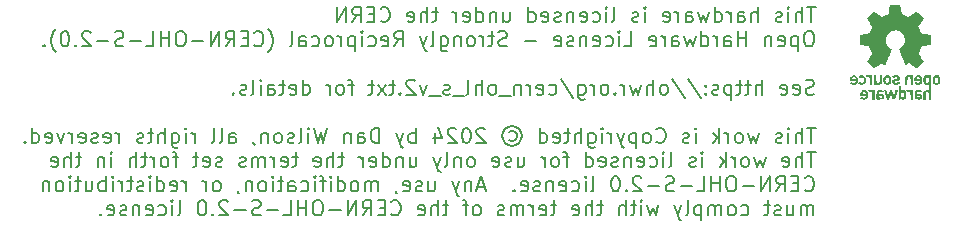
<source format=gbr>
%TF.GenerationSoftware,KiCad,Pcbnew,8.0.3*%
%TF.CreationDate,2024-08-03T11:39:00-05:00*%
%TF.ProjectId,1024 Capacitor Discharger,31303234-2043-4617-9061-6369746f7220,rev?*%
%TF.SameCoordinates,PX4153a20PY6dac2c0*%
%TF.FileFunction,Legend,Bot*%
%TF.FilePolarity,Positive*%
%FSLAX46Y46*%
G04 Gerber Fmt 4.6, Leading zero omitted, Abs format (unit mm)*
G04 Created by KiCad (PCBNEW 8.0.3) date 2024-08-03 11:39:00*
%MOMM*%
%LPD*%
G01*
G04 APERTURE LIST*
%ADD10C,0.200000*%
%ADD11C,0.000000*%
G04 APERTURE END LIST*
D10*
X156747469Y29792856D02*
X156021755Y29792856D01*
X156384612Y28522856D02*
X156384612Y29792856D01*
X155598422Y28522856D02*
X155598422Y29792856D01*
X155054136Y28522856D02*
X155054136Y29188094D01*
X155054136Y29188094D02*
X155114612Y29309047D01*
X155114612Y29309047D02*
X155235564Y29369523D01*
X155235564Y29369523D02*
X155416993Y29369523D01*
X155416993Y29369523D02*
X155537945Y29309047D01*
X155537945Y29309047D02*
X155598422Y29248571D01*
X154449374Y28522856D02*
X154449374Y29369523D01*
X154449374Y29792856D02*
X154509850Y29732380D01*
X154509850Y29732380D02*
X154449374Y29671904D01*
X154449374Y29671904D02*
X154388897Y29732380D01*
X154388897Y29732380D02*
X154449374Y29792856D01*
X154449374Y29792856D02*
X154449374Y29671904D01*
X153905088Y28583332D02*
X153784135Y28522856D01*
X153784135Y28522856D02*
X153542231Y28522856D01*
X153542231Y28522856D02*
X153421278Y28583332D01*
X153421278Y28583332D02*
X153360802Y28704285D01*
X153360802Y28704285D02*
X153360802Y28764761D01*
X153360802Y28764761D02*
X153421278Y28885713D01*
X153421278Y28885713D02*
X153542231Y28946190D01*
X153542231Y28946190D02*
X153723659Y28946190D01*
X153723659Y28946190D02*
X153844612Y29006666D01*
X153844612Y29006666D02*
X153905088Y29127618D01*
X153905088Y29127618D02*
X153905088Y29188094D01*
X153905088Y29188094D02*
X153844612Y29309047D01*
X153844612Y29309047D02*
X153723659Y29369523D01*
X153723659Y29369523D02*
X153542231Y29369523D01*
X153542231Y29369523D02*
X153421278Y29309047D01*
X151848898Y28522856D02*
X151848898Y29792856D01*
X151304612Y28522856D02*
X151304612Y29188094D01*
X151304612Y29188094D02*
X151365088Y29309047D01*
X151365088Y29309047D02*
X151486040Y29369523D01*
X151486040Y29369523D02*
X151667469Y29369523D01*
X151667469Y29369523D02*
X151788421Y29309047D01*
X151788421Y29309047D02*
X151848898Y29248571D01*
X150155564Y28522856D02*
X150155564Y29188094D01*
X150155564Y29188094D02*
X150216040Y29309047D01*
X150216040Y29309047D02*
X150336992Y29369523D01*
X150336992Y29369523D02*
X150578897Y29369523D01*
X150578897Y29369523D02*
X150699850Y29309047D01*
X150155564Y28583332D02*
X150276516Y28522856D01*
X150276516Y28522856D02*
X150578897Y28522856D01*
X150578897Y28522856D02*
X150699850Y28583332D01*
X150699850Y28583332D02*
X150760326Y28704285D01*
X150760326Y28704285D02*
X150760326Y28825237D01*
X150760326Y28825237D02*
X150699850Y28946190D01*
X150699850Y28946190D02*
X150578897Y29006666D01*
X150578897Y29006666D02*
X150276516Y29006666D01*
X150276516Y29006666D02*
X150155564Y29067142D01*
X149550802Y28522856D02*
X149550802Y29369523D01*
X149550802Y29127618D02*
X149490325Y29248571D01*
X149490325Y29248571D02*
X149429849Y29309047D01*
X149429849Y29309047D02*
X149308897Y29369523D01*
X149308897Y29369523D02*
X149187944Y29369523D01*
X148220326Y28522856D02*
X148220326Y29792856D01*
X148220326Y28583332D02*
X148341278Y28522856D01*
X148341278Y28522856D02*
X148583183Y28522856D01*
X148583183Y28522856D02*
X148704135Y28583332D01*
X148704135Y28583332D02*
X148764612Y28643809D01*
X148764612Y28643809D02*
X148825088Y28764761D01*
X148825088Y28764761D02*
X148825088Y29127618D01*
X148825088Y29127618D02*
X148764612Y29248571D01*
X148764612Y29248571D02*
X148704135Y29309047D01*
X148704135Y29309047D02*
X148583183Y29369523D01*
X148583183Y29369523D02*
X148341278Y29369523D01*
X148341278Y29369523D02*
X148220326Y29309047D01*
X147736516Y29369523D02*
X147494611Y28522856D01*
X147494611Y28522856D02*
X147252706Y29127618D01*
X147252706Y29127618D02*
X147010802Y28522856D01*
X147010802Y28522856D02*
X146768897Y29369523D01*
X145740802Y28522856D02*
X145740802Y29188094D01*
X145740802Y29188094D02*
X145801278Y29309047D01*
X145801278Y29309047D02*
X145922230Y29369523D01*
X145922230Y29369523D02*
X146164135Y29369523D01*
X146164135Y29369523D02*
X146285088Y29309047D01*
X145740802Y28583332D02*
X145861754Y28522856D01*
X145861754Y28522856D02*
X146164135Y28522856D01*
X146164135Y28522856D02*
X146285088Y28583332D01*
X146285088Y28583332D02*
X146345564Y28704285D01*
X146345564Y28704285D02*
X146345564Y28825237D01*
X146345564Y28825237D02*
X146285088Y28946190D01*
X146285088Y28946190D02*
X146164135Y29006666D01*
X146164135Y29006666D02*
X145861754Y29006666D01*
X145861754Y29006666D02*
X145740802Y29067142D01*
X145136040Y28522856D02*
X145136040Y29369523D01*
X145136040Y29127618D02*
X145075563Y29248571D01*
X145075563Y29248571D02*
X145015087Y29309047D01*
X145015087Y29309047D02*
X144894135Y29369523D01*
X144894135Y29369523D02*
X144773182Y29369523D01*
X143866040Y28583332D02*
X143986992Y28522856D01*
X143986992Y28522856D02*
X144228897Y28522856D01*
X144228897Y28522856D02*
X144349850Y28583332D01*
X144349850Y28583332D02*
X144410326Y28704285D01*
X144410326Y28704285D02*
X144410326Y29188094D01*
X144410326Y29188094D02*
X144349850Y29309047D01*
X144349850Y29309047D02*
X144228897Y29369523D01*
X144228897Y29369523D02*
X143986992Y29369523D01*
X143986992Y29369523D02*
X143866040Y29309047D01*
X143866040Y29309047D02*
X143805564Y29188094D01*
X143805564Y29188094D02*
X143805564Y29067142D01*
X143805564Y29067142D02*
X144410326Y28946190D01*
X142293660Y28522856D02*
X142293660Y29369523D01*
X142293660Y29792856D02*
X142354136Y29732380D01*
X142354136Y29732380D02*
X142293660Y29671904D01*
X142293660Y29671904D02*
X142233183Y29732380D01*
X142233183Y29732380D02*
X142293660Y29792856D01*
X142293660Y29792856D02*
X142293660Y29671904D01*
X141749374Y28583332D02*
X141628421Y28522856D01*
X141628421Y28522856D02*
X141386517Y28522856D01*
X141386517Y28522856D02*
X141265564Y28583332D01*
X141265564Y28583332D02*
X141205088Y28704285D01*
X141205088Y28704285D02*
X141205088Y28764761D01*
X141205088Y28764761D02*
X141265564Y28885713D01*
X141265564Y28885713D02*
X141386517Y28946190D01*
X141386517Y28946190D02*
X141567945Y28946190D01*
X141567945Y28946190D02*
X141688898Y29006666D01*
X141688898Y29006666D02*
X141749374Y29127618D01*
X141749374Y29127618D02*
X141749374Y29188094D01*
X141749374Y29188094D02*
X141688898Y29309047D01*
X141688898Y29309047D02*
X141567945Y29369523D01*
X141567945Y29369523D02*
X141386517Y29369523D01*
X141386517Y29369523D02*
X141265564Y29309047D01*
X139511755Y28522856D02*
X139632707Y28583332D01*
X139632707Y28583332D02*
X139693184Y28704285D01*
X139693184Y28704285D02*
X139693184Y29792856D01*
X139027946Y28522856D02*
X139027946Y29369523D01*
X139027946Y29792856D02*
X139088422Y29732380D01*
X139088422Y29732380D02*
X139027946Y29671904D01*
X139027946Y29671904D02*
X138967469Y29732380D01*
X138967469Y29732380D02*
X139027946Y29792856D01*
X139027946Y29792856D02*
X139027946Y29671904D01*
X137878898Y28583332D02*
X137999850Y28522856D01*
X137999850Y28522856D02*
X138241755Y28522856D01*
X138241755Y28522856D02*
X138362707Y28583332D01*
X138362707Y28583332D02*
X138423184Y28643809D01*
X138423184Y28643809D02*
X138483660Y28764761D01*
X138483660Y28764761D02*
X138483660Y29127618D01*
X138483660Y29127618D02*
X138423184Y29248571D01*
X138423184Y29248571D02*
X138362707Y29309047D01*
X138362707Y29309047D02*
X138241755Y29369523D01*
X138241755Y29369523D02*
X137999850Y29369523D01*
X137999850Y29369523D02*
X137878898Y29309047D01*
X136850803Y28583332D02*
X136971755Y28522856D01*
X136971755Y28522856D02*
X137213660Y28522856D01*
X137213660Y28522856D02*
X137334613Y28583332D01*
X137334613Y28583332D02*
X137395089Y28704285D01*
X137395089Y28704285D02*
X137395089Y29188094D01*
X137395089Y29188094D02*
X137334613Y29309047D01*
X137334613Y29309047D02*
X137213660Y29369523D01*
X137213660Y29369523D02*
X136971755Y29369523D01*
X136971755Y29369523D02*
X136850803Y29309047D01*
X136850803Y29309047D02*
X136790327Y29188094D01*
X136790327Y29188094D02*
X136790327Y29067142D01*
X136790327Y29067142D02*
X137395089Y28946190D01*
X136246042Y29369523D02*
X136246042Y28522856D01*
X136246042Y29248571D02*
X136185565Y29309047D01*
X136185565Y29309047D02*
X136064613Y29369523D01*
X136064613Y29369523D02*
X135883184Y29369523D01*
X135883184Y29369523D02*
X135762232Y29309047D01*
X135762232Y29309047D02*
X135701756Y29188094D01*
X135701756Y29188094D02*
X135701756Y28522856D01*
X135157470Y28583332D02*
X135036517Y28522856D01*
X135036517Y28522856D02*
X134794613Y28522856D01*
X134794613Y28522856D02*
X134673660Y28583332D01*
X134673660Y28583332D02*
X134613184Y28704285D01*
X134613184Y28704285D02*
X134613184Y28764761D01*
X134613184Y28764761D02*
X134673660Y28885713D01*
X134673660Y28885713D02*
X134794613Y28946190D01*
X134794613Y28946190D02*
X134976041Y28946190D01*
X134976041Y28946190D02*
X135096994Y29006666D01*
X135096994Y29006666D02*
X135157470Y29127618D01*
X135157470Y29127618D02*
X135157470Y29188094D01*
X135157470Y29188094D02*
X135096994Y29309047D01*
X135096994Y29309047D02*
X134976041Y29369523D01*
X134976041Y29369523D02*
X134794613Y29369523D01*
X134794613Y29369523D02*
X134673660Y29309047D01*
X133585089Y28583332D02*
X133706041Y28522856D01*
X133706041Y28522856D02*
X133947946Y28522856D01*
X133947946Y28522856D02*
X134068899Y28583332D01*
X134068899Y28583332D02*
X134129375Y28704285D01*
X134129375Y28704285D02*
X134129375Y29188094D01*
X134129375Y29188094D02*
X134068899Y29309047D01*
X134068899Y29309047D02*
X133947946Y29369523D01*
X133947946Y29369523D02*
X133706041Y29369523D01*
X133706041Y29369523D02*
X133585089Y29309047D01*
X133585089Y29309047D02*
X133524613Y29188094D01*
X133524613Y29188094D02*
X133524613Y29067142D01*
X133524613Y29067142D02*
X134129375Y28946190D01*
X132436042Y28522856D02*
X132436042Y29792856D01*
X132436042Y28583332D02*
X132556994Y28522856D01*
X132556994Y28522856D02*
X132798899Y28522856D01*
X132798899Y28522856D02*
X132919851Y28583332D01*
X132919851Y28583332D02*
X132980328Y28643809D01*
X132980328Y28643809D02*
X133040804Y28764761D01*
X133040804Y28764761D02*
X133040804Y29127618D01*
X133040804Y29127618D02*
X132980328Y29248571D01*
X132980328Y29248571D02*
X132919851Y29309047D01*
X132919851Y29309047D02*
X132798899Y29369523D01*
X132798899Y29369523D02*
X132556994Y29369523D01*
X132556994Y29369523D02*
X132436042Y29309047D01*
X130319375Y29369523D02*
X130319375Y28522856D01*
X130863661Y29369523D02*
X130863661Y28704285D01*
X130863661Y28704285D02*
X130803184Y28583332D01*
X130803184Y28583332D02*
X130682232Y28522856D01*
X130682232Y28522856D02*
X130500803Y28522856D01*
X130500803Y28522856D02*
X130379851Y28583332D01*
X130379851Y28583332D02*
X130319375Y28643809D01*
X129714613Y29369523D02*
X129714613Y28522856D01*
X129714613Y29248571D02*
X129654136Y29309047D01*
X129654136Y29309047D02*
X129533184Y29369523D01*
X129533184Y29369523D02*
X129351755Y29369523D01*
X129351755Y29369523D02*
X129230803Y29309047D01*
X129230803Y29309047D02*
X129170327Y29188094D01*
X129170327Y29188094D02*
X129170327Y28522856D01*
X128021279Y28522856D02*
X128021279Y29792856D01*
X128021279Y28583332D02*
X128142231Y28522856D01*
X128142231Y28522856D02*
X128384136Y28522856D01*
X128384136Y28522856D02*
X128505088Y28583332D01*
X128505088Y28583332D02*
X128565565Y28643809D01*
X128565565Y28643809D02*
X128626041Y28764761D01*
X128626041Y28764761D02*
X128626041Y29127618D01*
X128626041Y29127618D02*
X128565565Y29248571D01*
X128565565Y29248571D02*
X128505088Y29309047D01*
X128505088Y29309047D02*
X128384136Y29369523D01*
X128384136Y29369523D02*
X128142231Y29369523D01*
X128142231Y29369523D02*
X128021279Y29309047D01*
X126932707Y28583332D02*
X127053659Y28522856D01*
X127053659Y28522856D02*
X127295564Y28522856D01*
X127295564Y28522856D02*
X127416517Y28583332D01*
X127416517Y28583332D02*
X127476993Y28704285D01*
X127476993Y28704285D02*
X127476993Y29188094D01*
X127476993Y29188094D02*
X127416517Y29309047D01*
X127416517Y29309047D02*
X127295564Y29369523D01*
X127295564Y29369523D02*
X127053659Y29369523D01*
X127053659Y29369523D02*
X126932707Y29309047D01*
X126932707Y29309047D02*
X126872231Y29188094D01*
X126872231Y29188094D02*
X126872231Y29067142D01*
X126872231Y29067142D02*
X127476993Y28946190D01*
X126327946Y28522856D02*
X126327946Y29369523D01*
X126327946Y29127618D02*
X126267469Y29248571D01*
X126267469Y29248571D02*
X126206993Y29309047D01*
X126206993Y29309047D02*
X126086041Y29369523D01*
X126086041Y29369523D02*
X125965088Y29369523D01*
X124755565Y29369523D02*
X124271756Y29369523D01*
X124574137Y29792856D02*
X124574137Y28704285D01*
X124574137Y28704285D02*
X124513660Y28583332D01*
X124513660Y28583332D02*
X124392708Y28522856D01*
X124392708Y28522856D02*
X124271756Y28522856D01*
X123848423Y28522856D02*
X123848423Y29792856D01*
X123304137Y28522856D02*
X123304137Y29188094D01*
X123304137Y29188094D02*
X123364613Y29309047D01*
X123364613Y29309047D02*
X123485565Y29369523D01*
X123485565Y29369523D02*
X123666994Y29369523D01*
X123666994Y29369523D02*
X123787946Y29309047D01*
X123787946Y29309047D02*
X123848423Y29248571D01*
X122215565Y28583332D02*
X122336517Y28522856D01*
X122336517Y28522856D02*
X122578422Y28522856D01*
X122578422Y28522856D02*
X122699375Y28583332D01*
X122699375Y28583332D02*
X122759851Y28704285D01*
X122759851Y28704285D02*
X122759851Y29188094D01*
X122759851Y29188094D02*
X122699375Y29309047D01*
X122699375Y29309047D02*
X122578422Y29369523D01*
X122578422Y29369523D02*
X122336517Y29369523D01*
X122336517Y29369523D02*
X122215565Y29309047D01*
X122215565Y29309047D02*
X122155089Y29188094D01*
X122155089Y29188094D02*
X122155089Y29067142D01*
X122155089Y29067142D02*
X122759851Y28946190D01*
X119917470Y28643809D02*
X119977946Y28583332D01*
X119977946Y28583332D02*
X120159375Y28522856D01*
X120159375Y28522856D02*
X120280327Y28522856D01*
X120280327Y28522856D02*
X120461756Y28583332D01*
X120461756Y28583332D02*
X120582708Y28704285D01*
X120582708Y28704285D02*
X120643185Y28825237D01*
X120643185Y28825237D02*
X120703661Y29067142D01*
X120703661Y29067142D02*
X120703661Y29248571D01*
X120703661Y29248571D02*
X120643185Y29490475D01*
X120643185Y29490475D02*
X120582708Y29611428D01*
X120582708Y29611428D02*
X120461756Y29732380D01*
X120461756Y29732380D02*
X120280327Y29792856D01*
X120280327Y29792856D02*
X120159375Y29792856D01*
X120159375Y29792856D02*
X119977946Y29732380D01*
X119977946Y29732380D02*
X119917470Y29671904D01*
X119373185Y29188094D02*
X118949851Y29188094D01*
X118768423Y28522856D02*
X119373185Y28522856D01*
X119373185Y28522856D02*
X119373185Y29792856D01*
X119373185Y29792856D02*
X118768423Y29792856D01*
X117498422Y28522856D02*
X117921756Y29127618D01*
X118224137Y28522856D02*
X118224137Y29792856D01*
X118224137Y29792856D02*
X117740327Y29792856D01*
X117740327Y29792856D02*
X117619375Y29732380D01*
X117619375Y29732380D02*
X117558898Y29671904D01*
X117558898Y29671904D02*
X117498422Y29550952D01*
X117498422Y29550952D02*
X117498422Y29369523D01*
X117498422Y29369523D02*
X117558898Y29248571D01*
X117558898Y29248571D02*
X117619375Y29188094D01*
X117619375Y29188094D02*
X117740327Y29127618D01*
X117740327Y29127618D02*
X118224137Y29127618D01*
X116954137Y28522856D02*
X116954137Y29792856D01*
X116954137Y29792856D02*
X116228422Y28522856D01*
X116228422Y28522856D02*
X116228422Y29792856D01*
X156324136Y27748227D02*
X156082231Y27748227D01*
X156082231Y27748227D02*
X155961279Y27687751D01*
X155961279Y27687751D02*
X155840326Y27566799D01*
X155840326Y27566799D02*
X155779850Y27324894D01*
X155779850Y27324894D02*
X155779850Y26901561D01*
X155779850Y26901561D02*
X155840326Y26659656D01*
X155840326Y26659656D02*
X155961279Y26538703D01*
X155961279Y26538703D02*
X156082231Y26478227D01*
X156082231Y26478227D02*
X156324136Y26478227D01*
X156324136Y26478227D02*
X156445088Y26538703D01*
X156445088Y26538703D02*
X156566041Y26659656D01*
X156566041Y26659656D02*
X156626517Y26901561D01*
X156626517Y26901561D02*
X156626517Y27324894D01*
X156626517Y27324894D02*
X156566041Y27566799D01*
X156566041Y27566799D02*
X156445088Y27687751D01*
X156445088Y27687751D02*
X156324136Y27748227D01*
X155235565Y27324894D02*
X155235565Y26054894D01*
X155235565Y27264418D02*
X155114612Y27324894D01*
X155114612Y27324894D02*
X154872707Y27324894D01*
X154872707Y27324894D02*
X154751755Y27264418D01*
X154751755Y27264418D02*
X154691279Y27203942D01*
X154691279Y27203942D02*
X154630803Y27082989D01*
X154630803Y27082989D02*
X154630803Y26720132D01*
X154630803Y26720132D02*
X154691279Y26599180D01*
X154691279Y26599180D02*
X154751755Y26538703D01*
X154751755Y26538703D02*
X154872707Y26478227D01*
X154872707Y26478227D02*
X155114612Y26478227D01*
X155114612Y26478227D02*
X155235565Y26538703D01*
X153602707Y26538703D02*
X153723659Y26478227D01*
X153723659Y26478227D02*
X153965564Y26478227D01*
X153965564Y26478227D02*
X154086517Y26538703D01*
X154086517Y26538703D02*
X154146993Y26659656D01*
X154146993Y26659656D02*
X154146993Y27143465D01*
X154146993Y27143465D02*
X154086517Y27264418D01*
X154086517Y27264418D02*
X153965564Y27324894D01*
X153965564Y27324894D02*
X153723659Y27324894D01*
X153723659Y27324894D02*
X153602707Y27264418D01*
X153602707Y27264418D02*
X153542231Y27143465D01*
X153542231Y27143465D02*
X153542231Y27022513D01*
X153542231Y27022513D02*
X154146993Y26901561D01*
X152997946Y27324894D02*
X152997946Y26478227D01*
X152997946Y27203942D02*
X152937469Y27264418D01*
X152937469Y27264418D02*
X152816517Y27324894D01*
X152816517Y27324894D02*
X152635088Y27324894D01*
X152635088Y27324894D02*
X152514136Y27264418D01*
X152514136Y27264418D02*
X152453660Y27143465D01*
X152453660Y27143465D02*
X152453660Y26478227D01*
X150881279Y26478227D02*
X150881279Y27748227D01*
X150881279Y27143465D02*
X150155564Y27143465D01*
X150155564Y26478227D02*
X150155564Y27748227D01*
X149006517Y26478227D02*
X149006517Y27143465D01*
X149006517Y27143465D02*
X149066993Y27264418D01*
X149066993Y27264418D02*
X149187945Y27324894D01*
X149187945Y27324894D02*
X149429850Y27324894D01*
X149429850Y27324894D02*
X149550803Y27264418D01*
X149006517Y26538703D02*
X149127469Y26478227D01*
X149127469Y26478227D02*
X149429850Y26478227D01*
X149429850Y26478227D02*
X149550803Y26538703D01*
X149550803Y26538703D02*
X149611279Y26659656D01*
X149611279Y26659656D02*
X149611279Y26780608D01*
X149611279Y26780608D02*
X149550803Y26901561D01*
X149550803Y26901561D02*
X149429850Y26962037D01*
X149429850Y26962037D02*
X149127469Y26962037D01*
X149127469Y26962037D02*
X149006517Y27022513D01*
X148401755Y26478227D02*
X148401755Y27324894D01*
X148401755Y27082989D02*
X148341278Y27203942D01*
X148341278Y27203942D02*
X148280802Y27264418D01*
X148280802Y27264418D02*
X148159850Y27324894D01*
X148159850Y27324894D02*
X148038897Y27324894D01*
X147071279Y26478227D02*
X147071279Y27748227D01*
X147071279Y26538703D02*
X147192231Y26478227D01*
X147192231Y26478227D02*
X147434136Y26478227D01*
X147434136Y26478227D02*
X147555088Y26538703D01*
X147555088Y26538703D02*
X147615565Y26599180D01*
X147615565Y26599180D02*
X147676041Y26720132D01*
X147676041Y26720132D02*
X147676041Y27082989D01*
X147676041Y27082989D02*
X147615565Y27203942D01*
X147615565Y27203942D02*
X147555088Y27264418D01*
X147555088Y27264418D02*
X147434136Y27324894D01*
X147434136Y27324894D02*
X147192231Y27324894D01*
X147192231Y27324894D02*
X147071279Y27264418D01*
X146587469Y27324894D02*
X146345564Y26478227D01*
X146345564Y26478227D02*
X146103659Y27082989D01*
X146103659Y27082989D02*
X145861755Y26478227D01*
X145861755Y26478227D02*
X145619850Y27324894D01*
X144591755Y26478227D02*
X144591755Y27143465D01*
X144591755Y27143465D02*
X144652231Y27264418D01*
X144652231Y27264418D02*
X144773183Y27324894D01*
X144773183Y27324894D02*
X145015088Y27324894D01*
X145015088Y27324894D02*
X145136041Y27264418D01*
X144591755Y26538703D02*
X144712707Y26478227D01*
X144712707Y26478227D02*
X145015088Y26478227D01*
X145015088Y26478227D02*
X145136041Y26538703D01*
X145136041Y26538703D02*
X145196517Y26659656D01*
X145196517Y26659656D02*
X145196517Y26780608D01*
X145196517Y26780608D02*
X145136041Y26901561D01*
X145136041Y26901561D02*
X145015088Y26962037D01*
X145015088Y26962037D02*
X144712707Y26962037D01*
X144712707Y26962037D02*
X144591755Y27022513D01*
X143986993Y26478227D02*
X143986993Y27324894D01*
X143986993Y27082989D02*
X143926516Y27203942D01*
X143926516Y27203942D02*
X143866040Y27264418D01*
X143866040Y27264418D02*
X143745088Y27324894D01*
X143745088Y27324894D02*
X143624135Y27324894D01*
X142716993Y26538703D02*
X142837945Y26478227D01*
X142837945Y26478227D02*
X143079850Y26478227D01*
X143079850Y26478227D02*
X143200803Y26538703D01*
X143200803Y26538703D02*
X143261279Y26659656D01*
X143261279Y26659656D02*
X143261279Y27143465D01*
X143261279Y27143465D02*
X143200803Y27264418D01*
X143200803Y27264418D02*
X143079850Y27324894D01*
X143079850Y27324894D02*
X142837945Y27324894D01*
X142837945Y27324894D02*
X142716993Y27264418D01*
X142716993Y27264418D02*
X142656517Y27143465D01*
X142656517Y27143465D02*
X142656517Y27022513D01*
X142656517Y27022513D02*
X143261279Y26901561D01*
X140539851Y26478227D02*
X141144613Y26478227D01*
X141144613Y26478227D02*
X141144613Y27748227D01*
X140116518Y26478227D02*
X140116518Y27324894D01*
X140116518Y27748227D02*
X140176994Y27687751D01*
X140176994Y27687751D02*
X140116518Y27627275D01*
X140116518Y27627275D02*
X140056041Y27687751D01*
X140056041Y27687751D02*
X140116518Y27748227D01*
X140116518Y27748227D02*
X140116518Y27627275D01*
X138967470Y26538703D02*
X139088422Y26478227D01*
X139088422Y26478227D02*
X139330327Y26478227D01*
X139330327Y26478227D02*
X139451279Y26538703D01*
X139451279Y26538703D02*
X139511756Y26599180D01*
X139511756Y26599180D02*
X139572232Y26720132D01*
X139572232Y26720132D02*
X139572232Y27082989D01*
X139572232Y27082989D02*
X139511756Y27203942D01*
X139511756Y27203942D02*
X139451279Y27264418D01*
X139451279Y27264418D02*
X139330327Y27324894D01*
X139330327Y27324894D02*
X139088422Y27324894D01*
X139088422Y27324894D02*
X138967470Y27264418D01*
X137939375Y26538703D02*
X138060327Y26478227D01*
X138060327Y26478227D02*
X138302232Y26478227D01*
X138302232Y26478227D02*
X138423185Y26538703D01*
X138423185Y26538703D02*
X138483661Y26659656D01*
X138483661Y26659656D02*
X138483661Y27143465D01*
X138483661Y27143465D02*
X138423185Y27264418D01*
X138423185Y27264418D02*
X138302232Y27324894D01*
X138302232Y27324894D02*
X138060327Y27324894D01*
X138060327Y27324894D02*
X137939375Y27264418D01*
X137939375Y27264418D02*
X137878899Y27143465D01*
X137878899Y27143465D02*
X137878899Y27022513D01*
X137878899Y27022513D02*
X138483661Y26901561D01*
X137334614Y27324894D02*
X137334614Y26478227D01*
X137334614Y27203942D02*
X137274137Y27264418D01*
X137274137Y27264418D02*
X137153185Y27324894D01*
X137153185Y27324894D02*
X136971756Y27324894D01*
X136971756Y27324894D02*
X136850804Y27264418D01*
X136850804Y27264418D02*
X136790328Y27143465D01*
X136790328Y27143465D02*
X136790328Y26478227D01*
X136246042Y26538703D02*
X136125089Y26478227D01*
X136125089Y26478227D02*
X135883185Y26478227D01*
X135883185Y26478227D02*
X135762232Y26538703D01*
X135762232Y26538703D02*
X135701756Y26659656D01*
X135701756Y26659656D02*
X135701756Y26720132D01*
X135701756Y26720132D02*
X135762232Y26841084D01*
X135762232Y26841084D02*
X135883185Y26901561D01*
X135883185Y26901561D02*
X136064613Y26901561D01*
X136064613Y26901561D02*
X136185566Y26962037D01*
X136185566Y26962037D02*
X136246042Y27082989D01*
X136246042Y27082989D02*
X136246042Y27143465D01*
X136246042Y27143465D02*
X136185566Y27264418D01*
X136185566Y27264418D02*
X136064613Y27324894D01*
X136064613Y27324894D02*
X135883185Y27324894D01*
X135883185Y27324894D02*
X135762232Y27264418D01*
X134673661Y26538703D02*
X134794613Y26478227D01*
X134794613Y26478227D02*
X135036518Y26478227D01*
X135036518Y26478227D02*
X135157471Y26538703D01*
X135157471Y26538703D02*
X135217947Y26659656D01*
X135217947Y26659656D02*
X135217947Y27143465D01*
X135217947Y27143465D02*
X135157471Y27264418D01*
X135157471Y27264418D02*
X135036518Y27324894D01*
X135036518Y27324894D02*
X134794613Y27324894D01*
X134794613Y27324894D02*
X134673661Y27264418D01*
X134673661Y27264418D02*
X134613185Y27143465D01*
X134613185Y27143465D02*
X134613185Y27022513D01*
X134613185Y27022513D02*
X135217947Y26901561D01*
X133101281Y26962037D02*
X132133662Y26962037D01*
X130621757Y26538703D02*
X130440328Y26478227D01*
X130440328Y26478227D02*
X130137947Y26478227D01*
X130137947Y26478227D02*
X130016995Y26538703D01*
X130016995Y26538703D02*
X129956519Y26599180D01*
X129956519Y26599180D02*
X129896042Y26720132D01*
X129896042Y26720132D02*
X129896042Y26841084D01*
X129896042Y26841084D02*
X129956519Y26962037D01*
X129956519Y26962037D02*
X130016995Y27022513D01*
X130016995Y27022513D02*
X130137947Y27082989D01*
X130137947Y27082989D02*
X130379852Y27143465D01*
X130379852Y27143465D02*
X130500804Y27203942D01*
X130500804Y27203942D02*
X130561281Y27264418D01*
X130561281Y27264418D02*
X130621757Y27385370D01*
X130621757Y27385370D02*
X130621757Y27506323D01*
X130621757Y27506323D02*
X130561281Y27627275D01*
X130561281Y27627275D02*
X130500804Y27687751D01*
X130500804Y27687751D02*
X130379852Y27748227D01*
X130379852Y27748227D02*
X130077471Y27748227D01*
X130077471Y27748227D02*
X129896042Y27687751D01*
X129533185Y27324894D02*
X129049376Y27324894D01*
X129351757Y27748227D02*
X129351757Y26659656D01*
X129351757Y26659656D02*
X129291280Y26538703D01*
X129291280Y26538703D02*
X129170328Y26478227D01*
X129170328Y26478227D02*
X129049376Y26478227D01*
X128626043Y26478227D02*
X128626043Y27324894D01*
X128626043Y27082989D02*
X128565566Y27203942D01*
X128565566Y27203942D02*
X128505090Y27264418D01*
X128505090Y27264418D02*
X128384138Y27324894D01*
X128384138Y27324894D02*
X128263185Y27324894D01*
X127658424Y26478227D02*
X127779376Y26538703D01*
X127779376Y26538703D02*
X127839853Y26599180D01*
X127839853Y26599180D02*
X127900329Y26720132D01*
X127900329Y26720132D02*
X127900329Y27082989D01*
X127900329Y27082989D02*
X127839853Y27203942D01*
X127839853Y27203942D02*
X127779376Y27264418D01*
X127779376Y27264418D02*
X127658424Y27324894D01*
X127658424Y27324894D02*
X127476995Y27324894D01*
X127476995Y27324894D02*
X127356043Y27264418D01*
X127356043Y27264418D02*
X127295567Y27203942D01*
X127295567Y27203942D02*
X127235091Y27082989D01*
X127235091Y27082989D02*
X127235091Y26720132D01*
X127235091Y26720132D02*
X127295567Y26599180D01*
X127295567Y26599180D02*
X127356043Y26538703D01*
X127356043Y26538703D02*
X127476995Y26478227D01*
X127476995Y26478227D02*
X127658424Y26478227D01*
X126690805Y27324894D02*
X126690805Y26478227D01*
X126690805Y27203942D02*
X126630328Y27264418D01*
X126630328Y27264418D02*
X126509376Y27324894D01*
X126509376Y27324894D02*
X126327947Y27324894D01*
X126327947Y27324894D02*
X126206995Y27264418D01*
X126206995Y27264418D02*
X126146519Y27143465D01*
X126146519Y27143465D02*
X126146519Y26478227D01*
X124997471Y27324894D02*
X124997471Y26296799D01*
X124997471Y26296799D02*
X125057947Y26175846D01*
X125057947Y26175846D02*
X125118423Y26115370D01*
X125118423Y26115370D02*
X125239376Y26054894D01*
X125239376Y26054894D02*
X125420804Y26054894D01*
X125420804Y26054894D02*
X125541757Y26115370D01*
X124997471Y26538703D02*
X125118423Y26478227D01*
X125118423Y26478227D02*
X125360328Y26478227D01*
X125360328Y26478227D02*
X125481280Y26538703D01*
X125481280Y26538703D02*
X125541757Y26599180D01*
X125541757Y26599180D02*
X125602233Y26720132D01*
X125602233Y26720132D02*
X125602233Y27082989D01*
X125602233Y27082989D02*
X125541757Y27203942D01*
X125541757Y27203942D02*
X125481280Y27264418D01*
X125481280Y27264418D02*
X125360328Y27324894D01*
X125360328Y27324894D02*
X125118423Y27324894D01*
X125118423Y27324894D02*
X124997471Y27264418D01*
X124211280Y26478227D02*
X124332232Y26538703D01*
X124332232Y26538703D02*
X124392709Y26659656D01*
X124392709Y26659656D02*
X124392709Y27748227D01*
X123848423Y27324894D02*
X123546042Y26478227D01*
X123243661Y27324894D02*
X123546042Y26478227D01*
X123546042Y26478227D02*
X123666994Y26175846D01*
X123666994Y26175846D02*
X123727471Y26115370D01*
X123727471Y26115370D02*
X123848423Y26054894D01*
X121066518Y26478227D02*
X121489852Y27082989D01*
X121792233Y26478227D02*
X121792233Y27748227D01*
X121792233Y27748227D02*
X121308423Y27748227D01*
X121308423Y27748227D02*
X121187471Y27687751D01*
X121187471Y27687751D02*
X121126994Y27627275D01*
X121126994Y27627275D02*
X121066518Y27506323D01*
X121066518Y27506323D02*
X121066518Y27324894D01*
X121066518Y27324894D02*
X121126994Y27203942D01*
X121126994Y27203942D02*
X121187471Y27143465D01*
X121187471Y27143465D02*
X121308423Y27082989D01*
X121308423Y27082989D02*
X121792233Y27082989D01*
X120038423Y26538703D02*
X120159375Y26478227D01*
X120159375Y26478227D02*
X120401280Y26478227D01*
X120401280Y26478227D02*
X120522233Y26538703D01*
X120522233Y26538703D02*
X120582709Y26659656D01*
X120582709Y26659656D02*
X120582709Y27143465D01*
X120582709Y27143465D02*
X120522233Y27264418D01*
X120522233Y27264418D02*
X120401280Y27324894D01*
X120401280Y27324894D02*
X120159375Y27324894D01*
X120159375Y27324894D02*
X120038423Y27264418D01*
X120038423Y27264418D02*
X119977947Y27143465D01*
X119977947Y27143465D02*
X119977947Y27022513D01*
X119977947Y27022513D02*
X120582709Y26901561D01*
X118889376Y26538703D02*
X119010328Y26478227D01*
X119010328Y26478227D02*
X119252233Y26478227D01*
X119252233Y26478227D02*
X119373185Y26538703D01*
X119373185Y26538703D02*
X119433662Y26599180D01*
X119433662Y26599180D02*
X119494138Y26720132D01*
X119494138Y26720132D02*
X119494138Y27082989D01*
X119494138Y27082989D02*
X119433662Y27203942D01*
X119433662Y27203942D02*
X119373185Y27264418D01*
X119373185Y27264418D02*
X119252233Y27324894D01*
X119252233Y27324894D02*
X119010328Y27324894D01*
X119010328Y27324894D02*
X118889376Y27264418D01*
X118345091Y26478227D02*
X118345091Y27324894D01*
X118345091Y27748227D02*
X118405567Y27687751D01*
X118405567Y27687751D02*
X118345091Y27627275D01*
X118345091Y27627275D02*
X118284614Y27687751D01*
X118284614Y27687751D02*
X118345091Y27748227D01*
X118345091Y27748227D02*
X118345091Y27627275D01*
X117740329Y27324894D02*
X117740329Y26054894D01*
X117740329Y27264418D02*
X117619376Y27324894D01*
X117619376Y27324894D02*
X117377471Y27324894D01*
X117377471Y27324894D02*
X117256519Y27264418D01*
X117256519Y27264418D02*
X117196043Y27203942D01*
X117196043Y27203942D02*
X117135567Y27082989D01*
X117135567Y27082989D02*
X117135567Y26720132D01*
X117135567Y26720132D02*
X117196043Y26599180D01*
X117196043Y26599180D02*
X117256519Y26538703D01*
X117256519Y26538703D02*
X117377471Y26478227D01*
X117377471Y26478227D02*
X117619376Y26478227D01*
X117619376Y26478227D02*
X117740329Y26538703D01*
X116591281Y26478227D02*
X116591281Y27324894D01*
X116591281Y27082989D02*
X116530804Y27203942D01*
X116530804Y27203942D02*
X116470328Y27264418D01*
X116470328Y27264418D02*
X116349376Y27324894D01*
X116349376Y27324894D02*
X116228423Y27324894D01*
X115623662Y26478227D02*
X115744614Y26538703D01*
X115744614Y26538703D02*
X115805091Y26599180D01*
X115805091Y26599180D02*
X115865567Y26720132D01*
X115865567Y26720132D02*
X115865567Y27082989D01*
X115865567Y27082989D02*
X115805091Y27203942D01*
X115805091Y27203942D02*
X115744614Y27264418D01*
X115744614Y27264418D02*
X115623662Y27324894D01*
X115623662Y27324894D02*
X115442233Y27324894D01*
X115442233Y27324894D02*
X115321281Y27264418D01*
X115321281Y27264418D02*
X115260805Y27203942D01*
X115260805Y27203942D02*
X115200329Y27082989D01*
X115200329Y27082989D02*
X115200329Y26720132D01*
X115200329Y26720132D02*
X115260805Y26599180D01*
X115260805Y26599180D02*
X115321281Y26538703D01*
X115321281Y26538703D02*
X115442233Y26478227D01*
X115442233Y26478227D02*
X115623662Y26478227D01*
X114111757Y26538703D02*
X114232709Y26478227D01*
X114232709Y26478227D02*
X114474614Y26478227D01*
X114474614Y26478227D02*
X114595566Y26538703D01*
X114595566Y26538703D02*
X114656043Y26599180D01*
X114656043Y26599180D02*
X114716519Y26720132D01*
X114716519Y26720132D02*
X114716519Y27082989D01*
X114716519Y27082989D02*
X114656043Y27203942D01*
X114656043Y27203942D02*
X114595566Y27264418D01*
X114595566Y27264418D02*
X114474614Y27324894D01*
X114474614Y27324894D02*
X114232709Y27324894D01*
X114232709Y27324894D02*
X114111757Y27264418D01*
X113023186Y26478227D02*
X113023186Y27143465D01*
X113023186Y27143465D02*
X113083662Y27264418D01*
X113083662Y27264418D02*
X113204614Y27324894D01*
X113204614Y27324894D02*
X113446519Y27324894D01*
X113446519Y27324894D02*
X113567472Y27264418D01*
X113023186Y26538703D02*
X113144138Y26478227D01*
X113144138Y26478227D02*
X113446519Y26478227D01*
X113446519Y26478227D02*
X113567472Y26538703D01*
X113567472Y26538703D02*
X113627948Y26659656D01*
X113627948Y26659656D02*
X113627948Y26780608D01*
X113627948Y26780608D02*
X113567472Y26901561D01*
X113567472Y26901561D02*
X113446519Y26962037D01*
X113446519Y26962037D02*
X113144138Y26962037D01*
X113144138Y26962037D02*
X113023186Y27022513D01*
X112236995Y26478227D02*
X112357947Y26538703D01*
X112357947Y26538703D02*
X112418424Y26659656D01*
X112418424Y26659656D02*
X112418424Y27748227D01*
X110422709Y25994418D02*
X110483186Y26054894D01*
X110483186Y26054894D02*
X110604138Y26236323D01*
X110604138Y26236323D02*
X110664614Y26357275D01*
X110664614Y26357275D02*
X110725090Y26538703D01*
X110725090Y26538703D02*
X110785567Y26841084D01*
X110785567Y26841084D02*
X110785567Y27082989D01*
X110785567Y27082989D02*
X110725090Y27385370D01*
X110725090Y27385370D02*
X110664614Y27566799D01*
X110664614Y27566799D02*
X110604138Y27687751D01*
X110604138Y27687751D02*
X110483186Y27869180D01*
X110483186Y27869180D02*
X110422709Y27929656D01*
X109213185Y26599180D02*
X109273661Y26538703D01*
X109273661Y26538703D02*
X109455090Y26478227D01*
X109455090Y26478227D02*
X109576042Y26478227D01*
X109576042Y26478227D02*
X109757471Y26538703D01*
X109757471Y26538703D02*
X109878423Y26659656D01*
X109878423Y26659656D02*
X109938900Y26780608D01*
X109938900Y26780608D02*
X109999376Y27022513D01*
X109999376Y27022513D02*
X109999376Y27203942D01*
X109999376Y27203942D02*
X109938900Y27445846D01*
X109938900Y27445846D02*
X109878423Y27566799D01*
X109878423Y27566799D02*
X109757471Y27687751D01*
X109757471Y27687751D02*
X109576042Y27748227D01*
X109576042Y27748227D02*
X109455090Y27748227D01*
X109455090Y27748227D02*
X109273661Y27687751D01*
X109273661Y27687751D02*
X109213185Y27627275D01*
X108668900Y27143465D02*
X108245566Y27143465D01*
X108064138Y26478227D02*
X108668900Y26478227D01*
X108668900Y26478227D02*
X108668900Y27748227D01*
X108668900Y27748227D02*
X108064138Y27748227D01*
X106794137Y26478227D02*
X107217471Y27082989D01*
X107519852Y26478227D02*
X107519852Y27748227D01*
X107519852Y27748227D02*
X107036042Y27748227D01*
X107036042Y27748227D02*
X106915090Y27687751D01*
X106915090Y27687751D02*
X106854613Y27627275D01*
X106854613Y27627275D02*
X106794137Y27506323D01*
X106794137Y27506323D02*
X106794137Y27324894D01*
X106794137Y27324894D02*
X106854613Y27203942D01*
X106854613Y27203942D02*
X106915090Y27143465D01*
X106915090Y27143465D02*
X107036042Y27082989D01*
X107036042Y27082989D02*
X107519852Y27082989D01*
X106249852Y26478227D02*
X106249852Y27748227D01*
X106249852Y27748227D02*
X105524137Y26478227D01*
X105524137Y26478227D02*
X105524137Y27748227D01*
X104919376Y26962037D02*
X103951757Y26962037D01*
X103105090Y27748227D02*
X102863185Y27748227D01*
X102863185Y27748227D02*
X102742233Y27687751D01*
X102742233Y27687751D02*
X102621280Y27566799D01*
X102621280Y27566799D02*
X102560804Y27324894D01*
X102560804Y27324894D02*
X102560804Y26901561D01*
X102560804Y26901561D02*
X102621280Y26659656D01*
X102621280Y26659656D02*
X102742233Y26538703D01*
X102742233Y26538703D02*
X102863185Y26478227D01*
X102863185Y26478227D02*
X103105090Y26478227D01*
X103105090Y26478227D02*
X103226042Y26538703D01*
X103226042Y26538703D02*
X103346995Y26659656D01*
X103346995Y26659656D02*
X103407471Y26901561D01*
X103407471Y26901561D02*
X103407471Y27324894D01*
X103407471Y27324894D02*
X103346995Y27566799D01*
X103346995Y27566799D02*
X103226042Y27687751D01*
X103226042Y27687751D02*
X103105090Y27748227D01*
X102016519Y26478227D02*
X102016519Y27748227D01*
X102016519Y27143465D02*
X101290804Y27143465D01*
X101290804Y26478227D02*
X101290804Y27748227D01*
X100081281Y26478227D02*
X100686043Y26478227D01*
X100686043Y26478227D02*
X100686043Y27748227D01*
X99657948Y26962037D02*
X98690329Y26962037D01*
X98146043Y26538703D02*
X97964614Y26478227D01*
X97964614Y26478227D02*
X97662233Y26478227D01*
X97662233Y26478227D02*
X97541281Y26538703D01*
X97541281Y26538703D02*
X97480805Y26599180D01*
X97480805Y26599180D02*
X97420328Y26720132D01*
X97420328Y26720132D02*
X97420328Y26841084D01*
X97420328Y26841084D02*
X97480805Y26962037D01*
X97480805Y26962037D02*
X97541281Y27022513D01*
X97541281Y27022513D02*
X97662233Y27082989D01*
X97662233Y27082989D02*
X97904138Y27143465D01*
X97904138Y27143465D02*
X98025090Y27203942D01*
X98025090Y27203942D02*
X98085567Y27264418D01*
X98085567Y27264418D02*
X98146043Y27385370D01*
X98146043Y27385370D02*
X98146043Y27506323D01*
X98146043Y27506323D02*
X98085567Y27627275D01*
X98085567Y27627275D02*
X98025090Y27687751D01*
X98025090Y27687751D02*
X97904138Y27748227D01*
X97904138Y27748227D02*
X97601757Y27748227D01*
X97601757Y27748227D02*
X97420328Y27687751D01*
X96876043Y26962037D02*
X95908424Y26962037D01*
X95364138Y27627275D02*
X95303662Y27687751D01*
X95303662Y27687751D02*
X95182709Y27748227D01*
X95182709Y27748227D02*
X94880328Y27748227D01*
X94880328Y27748227D02*
X94759376Y27687751D01*
X94759376Y27687751D02*
X94698900Y27627275D01*
X94698900Y27627275D02*
X94638423Y27506323D01*
X94638423Y27506323D02*
X94638423Y27385370D01*
X94638423Y27385370D02*
X94698900Y27203942D01*
X94698900Y27203942D02*
X95424614Y26478227D01*
X95424614Y26478227D02*
X94638423Y26478227D01*
X94094138Y26599180D02*
X94033661Y26538703D01*
X94033661Y26538703D02*
X94094138Y26478227D01*
X94094138Y26478227D02*
X94154614Y26538703D01*
X94154614Y26538703D02*
X94094138Y26599180D01*
X94094138Y26599180D02*
X94094138Y26478227D01*
X93247471Y27748227D02*
X93126518Y27748227D01*
X93126518Y27748227D02*
X93005566Y27687751D01*
X93005566Y27687751D02*
X92945090Y27627275D01*
X92945090Y27627275D02*
X92884614Y27506323D01*
X92884614Y27506323D02*
X92824137Y27264418D01*
X92824137Y27264418D02*
X92824137Y26962037D01*
X92824137Y26962037D02*
X92884614Y26720132D01*
X92884614Y26720132D02*
X92945090Y26599180D01*
X92945090Y26599180D02*
X93005566Y26538703D01*
X93005566Y26538703D02*
X93126518Y26478227D01*
X93126518Y26478227D02*
X93247471Y26478227D01*
X93247471Y26478227D02*
X93368423Y26538703D01*
X93368423Y26538703D02*
X93428899Y26599180D01*
X93428899Y26599180D02*
X93489376Y26720132D01*
X93489376Y26720132D02*
X93549852Y26962037D01*
X93549852Y26962037D02*
X93549852Y27264418D01*
X93549852Y27264418D02*
X93489376Y27506323D01*
X93489376Y27506323D02*
X93428899Y27627275D01*
X93428899Y27627275D02*
X93368423Y27687751D01*
X93368423Y27687751D02*
X93247471Y27748227D01*
X92400804Y25994418D02*
X92340328Y26054894D01*
X92340328Y26054894D02*
X92219375Y26236323D01*
X92219375Y26236323D02*
X92158899Y26357275D01*
X92158899Y26357275D02*
X92098423Y26538703D01*
X92098423Y26538703D02*
X92037947Y26841084D01*
X92037947Y26841084D02*
X92037947Y27082989D01*
X92037947Y27082989D02*
X92098423Y27385370D01*
X92098423Y27385370D02*
X92158899Y27566799D01*
X92158899Y27566799D02*
X92219375Y27687751D01*
X92219375Y27687751D02*
X92340328Y27869180D01*
X92340328Y27869180D02*
X92400804Y27929656D01*
X91433185Y26599180D02*
X91372708Y26538703D01*
X91372708Y26538703D02*
X91433185Y26478227D01*
X91433185Y26478227D02*
X91493661Y26538703D01*
X91493661Y26538703D02*
X91433185Y26599180D01*
X91433185Y26599180D02*
X91433185Y26478227D01*
X156626517Y22449445D02*
X156445088Y22388969D01*
X156445088Y22388969D02*
X156142707Y22388969D01*
X156142707Y22388969D02*
X156021755Y22449445D01*
X156021755Y22449445D02*
X155961279Y22509922D01*
X155961279Y22509922D02*
X155900802Y22630874D01*
X155900802Y22630874D02*
X155900802Y22751826D01*
X155900802Y22751826D02*
X155961279Y22872779D01*
X155961279Y22872779D02*
X156021755Y22933255D01*
X156021755Y22933255D02*
X156142707Y22993731D01*
X156142707Y22993731D02*
X156384612Y23054207D01*
X156384612Y23054207D02*
X156505564Y23114684D01*
X156505564Y23114684D02*
X156566041Y23175160D01*
X156566041Y23175160D02*
X156626517Y23296112D01*
X156626517Y23296112D02*
X156626517Y23417065D01*
X156626517Y23417065D02*
X156566041Y23538017D01*
X156566041Y23538017D02*
X156505564Y23598493D01*
X156505564Y23598493D02*
X156384612Y23658969D01*
X156384612Y23658969D02*
X156082231Y23658969D01*
X156082231Y23658969D02*
X155900802Y23598493D01*
X154872707Y22449445D02*
X154993659Y22388969D01*
X154993659Y22388969D02*
X155235564Y22388969D01*
X155235564Y22388969D02*
X155356517Y22449445D01*
X155356517Y22449445D02*
X155416993Y22570398D01*
X155416993Y22570398D02*
X155416993Y23054207D01*
X155416993Y23054207D02*
X155356517Y23175160D01*
X155356517Y23175160D02*
X155235564Y23235636D01*
X155235564Y23235636D02*
X154993659Y23235636D01*
X154993659Y23235636D02*
X154872707Y23175160D01*
X154872707Y23175160D02*
X154812231Y23054207D01*
X154812231Y23054207D02*
X154812231Y22933255D01*
X154812231Y22933255D02*
X155416993Y22812303D01*
X153784136Y22449445D02*
X153905088Y22388969D01*
X153905088Y22388969D02*
X154146993Y22388969D01*
X154146993Y22388969D02*
X154267946Y22449445D01*
X154267946Y22449445D02*
X154328422Y22570398D01*
X154328422Y22570398D02*
X154328422Y23054207D01*
X154328422Y23054207D02*
X154267946Y23175160D01*
X154267946Y23175160D02*
X154146993Y23235636D01*
X154146993Y23235636D02*
X153905088Y23235636D01*
X153905088Y23235636D02*
X153784136Y23175160D01*
X153784136Y23175160D02*
X153723660Y23054207D01*
X153723660Y23054207D02*
X153723660Y22933255D01*
X153723660Y22933255D02*
X154328422Y22812303D01*
X152211756Y22388969D02*
X152211756Y23658969D01*
X151667470Y22388969D02*
X151667470Y23054207D01*
X151667470Y23054207D02*
X151727946Y23175160D01*
X151727946Y23175160D02*
X151848898Y23235636D01*
X151848898Y23235636D02*
X152030327Y23235636D01*
X152030327Y23235636D02*
X152151279Y23175160D01*
X152151279Y23175160D02*
X152211756Y23114684D01*
X151244136Y23235636D02*
X150760327Y23235636D01*
X151062708Y23658969D02*
X151062708Y22570398D01*
X151062708Y22570398D02*
X151002231Y22449445D01*
X151002231Y22449445D02*
X150881279Y22388969D01*
X150881279Y22388969D02*
X150760327Y22388969D01*
X150518422Y23235636D02*
X150034613Y23235636D01*
X150336994Y23658969D02*
X150336994Y22570398D01*
X150336994Y22570398D02*
X150276517Y22449445D01*
X150276517Y22449445D02*
X150155565Y22388969D01*
X150155565Y22388969D02*
X150034613Y22388969D01*
X149611280Y23235636D02*
X149611280Y21965636D01*
X149611280Y23175160D02*
X149490327Y23235636D01*
X149490327Y23235636D02*
X149248422Y23235636D01*
X149248422Y23235636D02*
X149127470Y23175160D01*
X149127470Y23175160D02*
X149066994Y23114684D01*
X149066994Y23114684D02*
X149006518Y22993731D01*
X149006518Y22993731D02*
X149006518Y22630874D01*
X149006518Y22630874D02*
X149066994Y22509922D01*
X149066994Y22509922D02*
X149127470Y22449445D01*
X149127470Y22449445D02*
X149248422Y22388969D01*
X149248422Y22388969D02*
X149490327Y22388969D01*
X149490327Y22388969D02*
X149611280Y22449445D01*
X148522708Y22449445D02*
X148401755Y22388969D01*
X148401755Y22388969D02*
X148159851Y22388969D01*
X148159851Y22388969D02*
X148038898Y22449445D01*
X148038898Y22449445D02*
X147978422Y22570398D01*
X147978422Y22570398D02*
X147978422Y22630874D01*
X147978422Y22630874D02*
X148038898Y22751826D01*
X148038898Y22751826D02*
X148159851Y22812303D01*
X148159851Y22812303D02*
X148341279Y22812303D01*
X148341279Y22812303D02*
X148462232Y22872779D01*
X148462232Y22872779D02*
X148522708Y22993731D01*
X148522708Y22993731D02*
X148522708Y23054207D01*
X148522708Y23054207D02*
X148462232Y23175160D01*
X148462232Y23175160D02*
X148341279Y23235636D01*
X148341279Y23235636D02*
X148159851Y23235636D01*
X148159851Y23235636D02*
X148038898Y23175160D01*
X147434137Y22509922D02*
X147373660Y22449445D01*
X147373660Y22449445D02*
X147434137Y22388969D01*
X147434137Y22388969D02*
X147494613Y22449445D01*
X147494613Y22449445D02*
X147434137Y22509922D01*
X147434137Y22509922D02*
X147434137Y22388969D01*
X147434137Y23175160D02*
X147373660Y23114684D01*
X147373660Y23114684D02*
X147434137Y23054207D01*
X147434137Y23054207D02*
X147494613Y23114684D01*
X147494613Y23114684D02*
X147434137Y23175160D01*
X147434137Y23175160D02*
X147434137Y23054207D01*
X145922232Y23719445D02*
X147010803Y22086588D01*
X144591756Y23719445D02*
X145680327Y22086588D01*
X143986994Y22388969D02*
X144107946Y22449445D01*
X144107946Y22449445D02*
X144168423Y22509922D01*
X144168423Y22509922D02*
X144228899Y22630874D01*
X144228899Y22630874D02*
X144228899Y22993731D01*
X144228899Y22993731D02*
X144168423Y23114684D01*
X144168423Y23114684D02*
X144107946Y23175160D01*
X144107946Y23175160D02*
X143986994Y23235636D01*
X143986994Y23235636D02*
X143805565Y23235636D01*
X143805565Y23235636D02*
X143684613Y23175160D01*
X143684613Y23175160D02*
X143624137Y23114684D01*
X143624137Y23114684D02*
X143563661Y22993731D01*
X143563661Y22993731D02*
X143563661Y22630874D01*
X143563661Y22630874D02*
X143624137Y22509922D01*
X143624137Y22509922D02*
X143684613Y22449445D01*
X143684613Y22449445D02*
X143805565Y22388969D01*
X143805565Y22388969D02*
X143986994Y22388969D01*
X143019375Y22388969D02*
X143019375Y23658969D01*
X142475089Y22388969D02*
X142475089Y23054207D01*
X142475089Y23054207D02*
X142535565Y23175160D01*
X142535565Y23175160D02*
X142656517Y23235636D01*
X142656517Y23235636D02*
X142837946Y23235636D01*
X142837946Y23235636D02*
X142958898Y23175160D01*
X142958898Y23175160D02*
X143019375Y23114684D01*
X141991279Y23235636D02*
X141749374Y22388969D01*
X141749374Y22388969D02*
X141507469Y22993731D01*
X141507469Y22993731D02*
X141265565Y22388969D01*
X141265565Y22388969D02*
X141023660Y23235636D01*
X140539851Y22388969D02*
X140539851Y23235636D01*
X140539851Y22993731D02*
X140479374Y23114684D01*
X140479374Y23114684D02*
X140418898Y23175160D01*
X140418898Y23175160D02*
X140297946Y23235636D01*
X140297946Y23235636D02*
X140176993Y23235636D01*
X139753661Y22509922D02*
X139693184Y22449445D01*
X139693184Y22449445D02*
X139753661Y22388969D01*
X139753661Y22388969D02*
X139814137Y22449445D01*
X139814137Y22449445D02*
X139753661Y22509922D01*
X139753661Y22509922D02*
X139753661Y22388969D01*
X138967470Y22388969D02*
X139088422Y22449445D01*
X139088422Y22449445D02*
X139148899Y22509922D01*
X139148899Y22509922D02*
X139209375Y22630874D01*
X139209375Y22630874D02*
X139209375Y22993731D01*
X139209375Y22993731D02*
X139148899Y23114684D01*
X139148899Y23114684D02*
X139088422Y23175160D01*
X139088422Y23175160D02*
X138967470Y23235636D01*
X138967470Y23235636D02*
X138786041Y23235636D01*
X138786041Y23235636D02*
X138665089Y23175160D01*
X138665089Y23175160D02*
X138604613Y23114684D01*
X138604613Y23114684D02*
X138544137Y22993731D01*
X138544137Y22993731D02*
X138544137Y22630874D01*
X138544137Y22630874D02*
X138604613Y22509922D01*
X138604613Y22509922D02*
X138665089Y22449445D01*
X138665089Y22449445D02*
X138786041Y22388969D01*
X138786041Y22388969D02*
X138967470Y22388969D01*
X137999851Y22388969D02*
X137999851Y23235636D01*
X137999851Y22993731D02*
X137939374Y23114684D01*
X137939374Y23114684D02*
X137878898Y23175160D01*
X137878898Y23175160D02*
X137757946Y23235636D01*
X137757946Y23235636D02*
X137636993Y23235636D01*
X136669375Y23235636D02*
X136669375Y22207541D01*
X136669375Y22207541D02*
X136729851Y22086588D01*
X136729851Y22086588D02*
X136790327Y22026112D01*
X136790327Y22026112D02*
X136911280Y21965636D01*
X136911280Y21965636D02*
X137092708Y21965636D01*
X137092708Y21965636D02*
X137213661Y22026112D01*
X136669375Y22449445D02*
X136790327Y22388969D01*
X136790327Y22388969D02*
X137032232Y22388969D01*
X137032232Y22388969D02*
X137153184Y22449445D01*
X137153184Y22449445D02*
X137213661Y22509922D01*
X137213661Y22509922D02*
X137274137Y22630874D01*
X137274137Y22630874D02*
X137274137Y22993731D01*
X137274137Y22993731D02*
X137213661Y23114684D01*
X137213661Y23114684D02*
X137153184Y23175160D01*
X137153184Y23175160D02*
X137032232Y23235636D01*
X137032232Y23235636D02*
X136790327Y23235636D01*
X136790327Y23235636D02*
X136669375Y23175160D01*
X135157470Y23719445D02*
X136246041Y22086588D01*
X134189851Y22449445D02*
X134310803Y22388969D01*
X134310803Y22388969D02*
X134552708Y22388969D01*
X134552708Y22388969D02*
X134673660Y22449445D01*
X134673660Y22449445D02*
X134734137Y22509922D01*
X134734137Y22509922D02*
X134794613Y22630874D01*
X134794613Y22630874D02*
X134794613Y22993731D01*
X134794613Y22993731D02*
X134734137Y23114684D01*
X134734137Y23114684D02*
X134673660Y23175160D01*
X134673660Y23175160D02*
X134552708Y23235636D01*
X134552708Y23235636D02*
X134310803Y23235636D01*
X134310803Y23235636D02*
X134189851Y23175160D01*
X133161756Y22449445D02*
X133282708Y22388969D01*
X133282708Y22388969D02*
X133524613Y22388969D01*
X133524613Y22388969D02*
X133645566Y22449445D01*
X133645566Y22449445D02*
X133706042Y22570398D01*
X133706042Y22570398D02*
X133706042Y23054207D01*
X133706042Y23054207D02*
X133645566Y23175160D01*
X133645566Y23175160D02*
X133524613Y23235636D01*
X133524613Y23235636D02*
X133282708Y23235636D01*
X133282708Y23235636D02*
X133161756Y23175160D01*
X133161756Y23175160D02*
X133101280Y23054207D01*
X133101280Y23054207D02*
X133101280Y22933255D01*
X133101280Y22933255D02*
X133706042Y22812303D01*
X132556995Y22388969D02*
X132556995Y23235636D01*
X132556995Y22993731D02*
X132496518Y23114684D01*
X132496518Y23114684D02*
X132436042Y23175160D01*
X132436042Y23175160D02*
X132315090Y23235636D01*
X132315090Y23235636D02*
X132194137Y23235636D01*
X131770805Y23235636D02*
X131770805Y22388969D01*
X131770805Y23114684D02*
X131710328Y23175160D01*
X131710328Y23175160D02*
X131589376Y23235636D01*
X131589376Y23235636D02*
X131407947Y23235636D01*
X131407947Y23235636D02*
X131286995Y23175160D01*
X131286995Y23175160D02*
X131226519Y23054207D01*
X131226519Y23054207D02*
X131226519Y22388969D01*
X130924138Y22268017D02*
X129956518Y22268017D01*
X129472709Y22388969D02*
X129593661Y22449445D01*
X129593661Y22449445D02*
X129654138Y22509922D01*
X129654138Y22509922D02*
X129714614Y22630874D01*
X129714614Y22630874D02*
X129714614Y22993731D01*
X129714614Y22993731D02*
X129654138Y23114684D01*
X129654138Y23114684D02*
X129593661Y23175160D01*
X129593661Y23175160D02*
X129472709Y23235636D01*
X129472709Y23235636D02*
X129291280Y23235636D01*
X129291280Y23235636D02*
X129170328Y23175160D01*
X129170328Y23175160D02*
X129109852Y23114684D01*
X129109852Y23114684D02*
X129049376Y22993731D01*
X129049376Y22993731D02*
X129049376Y22630874D01*
X129049376Y22630874D02*
X129109852Y22509922D01*
X129109852Y22509922D02*
X129170328Y22449445D01*
X129170328Y22449445D02*
X129291280Y22388969D01*
X129291280Y22388969D02*
X129472709Y22388969D01*
X128505090Y22388969D02*
X128505090Y23658969D01*
X127960804Y22388969D02*
X127960804Y23054207D01*
X127960804Y23054207D02*
X128021280Y23175160D01*
X128021280Y23175160D02*
X128142232Y23235636D01*
X128142232Y23235636D02*
X128323661Y23235636D01*
X128323661Y23235636D02*
X128444613Y23175160D01*
X128444613Y23175160D02*
X128505090Y23114684D01*
X127174613Y22388969D02*
X127295565Y22449445D01*
X127295565Y22449445D02*
X127356042Y22570398D01*
X127356042Y22570398D02*
X127356042Y23658969D01*
X126993185Y22268017D02*
X126025565Y22268017D01*
X125783661Y22449445D02*
X125662708Y22388969D01*
X125662708Y22388969D02*
X125420804Y22388969D01*
X125420804Y22388969D02*
X125299851Y22449445D01*
X125299851Y22449445D02*
X125239375Y22570398D01*
X125239375Y22570398D02*
X125239375Y22630874D01*
X125239375Y22630874D02*
X125299851Y22751826D01*
X125299851Y22751826D02*
X125420804Y22812303D01*
X125420804Y22812303D02*
X125602232Y22812303D01*
X125602232Y22812303D02*
X125723185Y22872779D01*
X125723185Y22872779D02*
X125783661Y22993731D01*
X125783661Y22993731D02*
X125783661Y23054207D01*
X125783661Y23054207D02*
X125723185Y23175160D01*
X125723185Y23175160D02*
X125602232Y23235636D01*
X125602232Y23235636D02*
X125420804Y23235636D01*
X125420804Y23235636D02*
X125299851Y23175160D01*
X124997471Y22268017D02*
X124029851Y22268017D01*
X123848423Y23235636D02*
X123546042Y22388969D01*
X123546042Y22388969D02*
X123243661Y23235636D01*
X122820328Y23538017D02*
X122759852Y23598493D01*
X122759852Y23598493D02*
X122638899Y23658969D01*
X122638899Y23658969D02*
X122336518Y23658969D01*
X122336518Y23658969D02*
X122215566Y23598493D01*
X122215566Y23598493D02*
X122155090Y23538017D01*
X122155090Y23538017D02*
X122094613Y23417065D01*
X122094613Y23417065D02*
X122094613Y23296112D01*
X122094613Y23296112D02*
X122155090Y23114684D01*
X122155090Y23114684D02*
X122880804Y22388969D01*
X122880804Y22388969D02*
X122094613Y22388969D01*
X121550328Y22509922D02*
X121489851Y22449445D01*
X121489851Y22449445D02*
X121550328Y22388969D01*
X121550328Y22388969D02*
X121610804Y22449445D01*
X121610804Y22449445D02*
X121550328Y22509922D01*
X121550328Y22509922D02*
X121550328Y22388969D01*
X121126994Y23235636D02*
X120643185Y23235636D01*
X120945566Y23658969D02*
X120945566Y22570398D01*
X120945566Y22570398D02*
X120885089Y22449445D01*
X120885089Y22449445D02*
X120764137Y22388969D01*
X120764137Y22388969D02*
X120643185Y22388969D01*
X120340804Y22388969D02*
X119675566Y23235636D01*
X120340804Y23235636D02*
X119675566Y22388969D01*
X119373185Y23235636D02*
X118889376Y23235636D01*
X119191757Y23658969D02*
X119191757Y22570398D01*
X119191757Y22570398D02*
X119131280Y22449445D01*
X119131280Y22449445D02*
X119010328Y22388969D01*
X119010328Y22388969D02*
X118889376Y22388969D01*
X117679852Y23235636D02*
X117196043Y23235636D01*
X117498424Y22388969D02*
X117498424Y23477541D01*
X117498424Y23477541D02*
X117437947Y23598493D01*
X117437947Y23598493D02*
X117316995Y23658969D01*
X117316995Y23658969D02*
X117196043Y23658969D01*
X116591281Y22388969D02*
X116712233Y22449445D01*
X116712233Y22449445D02*
X116772710Y22509922D01*
X116772710Y22509922D02*
X116833186Y22630874D01*
X116833186Y22630874D02*
X116833186Y22993731D01*
X116833186Y22993731D02*
X116772710Y23114684D01*
X116772710Y23114684D02*
X116712233Y23175160D01*
X116712233Y23175160D02*
X116591281Y23235636D01*
X116591281Y23235636D02*
X116409852Y23235636D01*
X116409852Y23235636D02*
X116288900Y23175160D01*
X116288900Y23175160D02*
X116228424Y23114684D01*
X116228424Y23114684D02*
X116167948Y22993731D01*
X116167948Y22993731D02*
X116167948Y22630874D01*
X116167948Y22630874D02*
X116228424Y22509922D01*
X116228424Y22509922D02*
X116288900Y22449445D01*
X116288900Y22449445D02*
X116409852Y22388969D01*
X116409852Y22388969D02*
X116591281Y22388969D01*
X115623662Y22388969D02*
X115623662Y23235636D01*
X115623662Y22993731D02*
X115563185Y23114684D01*
X115563185Y23114684D02*
X115502709Y23175160D01*
X115502709Y23175160D02*
X115381757Y23235636D01*
X115381757Y23235636D02*
X115260804Y23235636D01*
X113325567Y22388969D02*
X113325567Y23658969D01*
X113325567Y22449445D02*
X113446519Y22388969D01*
X113446519Y22388969D02*
X113688424Y22388969D01*
X113688424Y22388969D02*
X113809376Y22449445D01*
X113809376Y22449445D02*
X113869853Y22509922D01*
X113869853Y22509922D02*
X113930329Y22630874D01*
X113930329Y22630874D02*
X113930329Y22993731D01*
X113930329Y22993731D02*
X113869853Y23114684D01*
X113869853Y23114684D02*
X113809376Y23175160D01*
X113809376Y23175160D02*
X113688424Y23235636D01*
X113688424Y23235636D02*
X113446519Y23235636D01*
X113446519Y23235636D02*
X113325567Y23175160D01*
X112236995Y22449445D02*
X112357947Y22388969D01*
X112357947Y22388969D02*
X112599852Y22388969D01*
X112599852Y22388969D02*
X112720805Y22449445D01*
X112720805Y22449445D02*
X112781281Y22570398D01*
X112781281Y22570398D02*
X112781281Y23054207D01*
X112781281Y23054207D02*
X112720805Y23175160D01*
X112720805Y23175160D02*
X112599852Y23235636D01*
X112599852Y23235636D02*
X112357947Y23235636D01*
X112357947Y23235636D02*
X112236995Y23175160D01*
X112236995Y23175160D02*
X112176519Y23054207D01*
X112176519Y23054207D02*
X112176519Y22933255D01*
X112176519Y22933255D02*
X112781281Y22812303D01*
X111813662Y23235636D02*
X111329853Y23235636D01*
X111632234Y23658969D02*
X111632234Y22570398D01*
X111632234Y22570398D02*
X111571757Y22449445D01*
X111571757Y22449445D02*
X111450805Y22388969D01*
X111450805Y22388969D02*
X111329853Y22388969D01*
X110362234Y22388969D02*
X110362234Y23054207D01*
X110362234Y23054207D02*
X110422710Y23175160D01*
X110422710Y23175160D02*
X110543662Y23235636D01*
X110543662Y23235636D02*
X110785567Y23235636D01*
X110785567Y23235636D02*
X110906520Y23175160D01*
X110362234Y22449445D02*
X110483186Y22388969D01*
X110483186Y22388969D02*
X110785567Y22388969D01*
X110785567Y22388969D02*
X110906520Y22449445D01*
X110906520Y22449445D02*
X110966996Y22570398D01*
X110966996Y22570398D02*
X110966996Y22691350D01*
X110966996Y22691350D02*
X110906520Y22812303D01*
X110906520Y22812303D02*
X110785567Y22872779D01*
X110785567Y22872779D02*
X110483186Y22872779D01*
X110483186Y22872779D02*
X110362234Y22933255D01*
X109757472Y22388969D02*
X109757472Y23235636D01*
X109757472Y23658969D02*
X109817948Y23598493D01*
X109817948Y23598493D02*
X109757472Y23538017D01*
X109757472Y23538017D02*
X109696995Y23598493D01*
X109696995Y23598493D02*
X109757472Y23658969D01*
X109757472Y23658969D02*
X109757472Y23538017D01*
X108971281Y22388969D02*
X109092233Y22449445D01*
X109092233Y22449445D02*
X109152710Y22570398D01*
X109152710Y22570398D02*
X109152710Y23658969D01*
X108547948Y22449445D02*
X108426995Y22388969D01*
X108426995Y22388969D02*
X108185091Y22388969D01*
X108185091Y22388969D02*
X108064138Y22449445D01*
X108064138Y22449445D02*
X108003662Y22570398D01*
X108003662Y22570398D02*
X108003662Y22630874D01*
X108003662Y22630874D02*
X108064138Y22751826D01*
X108064138Y22751826D02*
X108185091Y22812303D01*
X108185091Y22812303D02*
X108366519Y22812303D01*
X108366519Y22812303D02*
X108487472Y22872779D01*
X108487472Y22872779D02*
X108547948Y22993731D01*
X108547948Y22993731D02*
X108547948Y23054207D01*
X108547948Y23054207D02*
X108487472Y23175160D01*
X108487472Y23175160D02*
X108366519Y23235636D01*
X108366519Y23235636D02*
X108185091Y23235636D01*
X108185091Y23235636D02*
X108064138Y23175160D01*
X107459377Y22509922D02*
X107398900Y22449445D01*
X107398900Y22449445D02*
X107459377Y22388969D01*
X107459377Y22388969D02*
X107519853Y22449445D01*
X107519853Y22449445D02*
X107459377Y22509922D01*
X107459377Y22509922D02*
X107459377Y22388969D01*
X156747469Y19569711D02*
X156021755Y19569711D01*
X156384612Y18299711D02*
X156384612Y19569711D01*
X155598422Y18299711D02*
X155598422Y19569711D01*
X155054136Y18299711D02*
X155054136Y18964949D01*
X155054136Y18964949D02*
X155114612Y19085902D01*
X155114612Y19085902D02*
X155235564Y19146378D01*
X155235564Y19146378D02*
X155416993Y19146378D01*
X155416993Y19146378D02*
X155537945Y19085902D01*
X155537945Y19085902D02*
X155598422Y19025426D01*
X154449374Y18299711D02*
X154449374Y19146378D01*
X154449374Y19569711D02*
X154509850Y19509235D01*
X154509850Y19509235D02*
X154449374Y19448759D01*
X154449374Y19448759D02*
X154388897Y19509235D01*
X154388897Y19509235D02*
X154449374Y19569711D01*
X154449374Y19569711D02*
X154449374Y19448759D01*
X153905088Y18360187D02*
X153784135Y18299711D01*
X153784135Y18299711D02*
X153542231Y18299711D01*
X153542231Y18299711D02*
X153421278Y18360187D01*
X153421278Y18360187D02*
X153360802Y18481140D01*
X153360802Y18481140D02*
X153360802Y18541616D01*
X153360802Y18541616D02*
X153421278Y18662568D01*
X153421278Y18662568D02*
X153542231Y18723045D01*
X153542231Y18723045D02*
X153723659Y18723045D01*
X153723659Y18723045D02*
X153844612Y18783521D01*
X153844612Y18783521D02*
X153905088Y18904473D01*
X153905088Y18904473D02*
X153905088Y18964949D01*
X153905088Y18964949D02*
X153844612Y19085902D01*
X153844612Y19085902D02*
X153723659Y19146378D01*
X153723659Y19146378D02*
X153542231Y19146378D01*
X153542231Y19146378D02*
X153421278Y19085902D01*
X151969850Y19146378D02*
X151727945Y18299711D01*
X151727945Y18299711D02*
X151486040Y18904473D01*
X151486040Y18904473D02*
X151244136Y18299711D01*
X151244136Y18299711D02*
X151002231Y19146378D01*
X150336993Y18299711D02*
X150457945Y18360187D01*
X150457945Y18360187D02*
X150518422Y18420664D01*
X150518422Y18420664D02*
X150578898Y18541616D01*
X150578898Y18541616D02*
X150578898Y18904473D01*
X150578898Y18904473D02*
X150518422Y19025426D01*
X150518422Y19025426D02*
X150457945Y19085902D01*
X150457945Y19085902D02*
X150336993Y19146378D01*
X150336993Y19146378D02*
X150155564Y19146378D01*
X150155564Y19146378D02*
X150034612Y19085902D01*
X150034612Y19085902D02*
X149974136Y19025426D01*
X149974136Y19025426D02*
X149913660Y18904473D01*
X149913660Y18904473D02*
X149913660Y18541616D01*
X149913660Y18541616D02*
X149974136Y18420664D01*
X149974136Y18420664D02*
X150034612Y18360187D01*
X150034612Y18360187D02*
X150155564Y18299711D01*
X150155564Y18299711D02*
X150336993Y18299711D01*
X149369374Y18299711D02*
X149369374Y19146378D01*
X149369374Y18904473D02*
X149308897Y19025426D01*
X149308897Y19025426D02*
X149248421Y19085902D01*
X149248421Y19085902D02*
X149127469Y19146378D01*
X149127469Y19146378D02*
X149006516Y19146378D01*
X148583184Y18299711D02*
X148583184Y19569711D01*
X148462231Y18783521D02*
X148099374Y18299711D01*
X148099374Y19146378D02*
X148583184Y18662568D01*
X146587470Y18299711D02*
X146587470Y19146378D01*
X146587470Y19569711D02*
X146647946Y19509235D01*
X146647946Y19509235D02*
X146587470Y19448759D01*
X146587470Y19448759D02*
X146526993Y19509235D01*
X146526993Y19509235D02*
X146587470Y19569711D01*
X146587470Y19569711D02*
X146587470Y19448759D01*
X146043184Y18360187D02*
X145922231Y18299711D01*
X145922231Y18299711D02*
X145680327Y18299711D01*
X145680327Y18299711D02*
X145559374Y18360187D01*
X145559374Y18360187D02*
X145498898Y18481140D01*
X145498898Y18481140D02*
X145498898Y18541616D01*
X145498898Y18541616D02*
X145559374Y18662568D01*
X145559374Y18662568D02*
X145680327Y18723045D01*
X145680327Y18723045D02*
X145861755Y18723045D01*
X145861755Y18723045D02*
X145982708Y18783521D01*
X145982708Y18783521D02*
X146043184Y18904473D01*
X146043184Y18904473D02*
X146043184Y18964949D01*
X146043184Y18964949D02*
X145982708Y19085902D01*
X145982708Y19085902D02*
X145861755Y19146378D01*
X145861755Y19146378D02*
X145680327Y19146378D01*
X145680327Y19146378D02*
X145559374Y19085902D01*
X143261279Y18420664D02*
X143321755Y18360187D01*
X143321755Y18360187D02*
X143503184Y18299711D01*
X143503184Y18299711D02*
X143624136Y18299711D01*
X143624136Y18299711D02*
X143805565Y18360187D01*
X143805565Y18360187D02*
X143926517Y18481140D01*
X143926517Y18481140D02*
X143986994Y18602092D01*
X143986994Y18602092D02*
X144047470Y18843997D01*
X144047470Y18843997D02*
X144047470Y19025426D01*
X144047470Y19025426D02*
X143986994Y19267330D01*
X143986994Y19267330D02*
X143926517Y19388283D01*
X143926517Y19388283D02*
X143805565Y19509235D01*
X143805565Y19509235D02*
X143624136Y19569711D01*
X143624136Y19569711D02*
X143503184Y19569711D01*
X143503184Y19569711D02*
X143321755Y19509235D01*
X143321755Y19509235D02*
X143261279Y19448759D01*
X142535565Y18299711D02*
X142656517Y18360187D01*
X142656517Y18360187D02*
X142716994Y18420664D01*
X142716994Y18420664D02*
X142777470Y18541616D01*
X142777470Y18541616D02*
X142777470Y18904473D01*
X142777470Y18904473D02*
X142716994Y19025426D01*
X142716994Y19025426D02*
X142656517Y19085902D01*
X142656517Y19085902D02*
X142535565Y19146378D01*
X142535565Y19146378D02*
X142354136Y19146378D01*
X142354136Y19146378D02*
X142233184Y19085902D01*
X142233184Y19085902D02*
X142172708Y19025426D01*
X142172708Y19025426D02*
X142112232Y18904473D01*
X142112232Y18904473D02*
X142112232Y18541616D01*
X142112232Y18541616D02*
X142172708Y18420664D01*
X142172708Y18420664D02*
X142233184Y18360187D01*
X142233184Y18360187D02*
X142354136Y18299711D01*
X142354136Y18299711D02*
X142535565Y18299711D01*
X141567946Y19146378D02*
X141567946Y17876378D01*
X141567946Y19085902D02*
X141446993Y19146378D01*
X141446993Y19146378D02*
X141205088Y19146378D01*
X141205088Y19146378D02*
X141084136Y19085902D01*
X141084136Y19085902D02*
X141023660Y19025426D01*
X141023660Y19025426D02*
X140963184Y18904473D01*
X140963184Y18904473D02*
X140963184Y18541616D01*
X140963184Y18541616D02*
X141023660Y18420664D01*
X141023660Y18420664D02*
X141084136Y18360187D01*
X141084136Y18360187D02*
X141205088Y18299711D01*
X141205088Y18299711D02*
X141446993Y18299711D01*
X141446993Y18299711D02*
X141567946Y18360187D01*
X140539850Y19146378D02*
X140237469Y18299711D01*
X139935088Y19146378D02*
X140237469Y18299711D01*
X140237469Y18299711D02*
X140358421Y17997330D01*
X140358421Y17997330D02*
X140418898Y17936854D01*
X140418898Y17936854D02*
X140539850Y17876378D01*
X139451279Y18299711D02*
X139451279Y19146378D01*
X139451279Y18904473D02*
X139390802Y19025426D01*
X139390802Y19025426D02*
X139330326Y19085902D01*
X139330326Y19085902D02*
X139209374Y19146378D01*
X139209374Y19146378D02*
X139088421Y19146378D01*
X138665089Y18299711D02*
X138665089Y19146378D01*
X138665089Y19569711D02*
X138725565Y19509235D01*
X138725565Y19509235D02*
X138665089Y19448759D01*
X138665089Y19448759D02*
X138604612Y19509235D01*
X138604612Y19509235D02*
X138665089Y19569711D01*
X138665089Y19569711D02*
X138665089Y19448759D01*
X137516041Y19146378D02*
X137516041Y18118283D01*
X137516041Y18118283D02*
X137576517Y17997330D01*
X137576517Y17997330D02*
X137636993Y17936854D01*
X137636993Y17936854D02*
X137757946Y17876378D01*
X137757946Y17876378D02*
X137939374Y17876378D01*
X137939374Y17876378D02*
X138060327Y17936854D01*
X137516041Y18360187D02*
X137636993Y18299711D01*
X137636993Y18299711D02*
X137878898Y18299711D01*
X137878898Y18299711D02*
X137999850Y18360187D01*
X137999850Y18360187D02*
X138060327Y18420664D01*
X138060327Y18420664D02*
X138120803Y18541616D01*
X138120803Y18541616D02*
X138120803Y18904473D01*
X138120803Y18904473D02*
X138060327Y19025426D01*
X138060327Y19025426D02*
X137999850Y19085902D01*
X137999850Y19085902D02*
X137878898Y19146378D01*
X137878898Y19146378D02*
X137636993Y19146378D01*
X137636993Y19146378D02*
X137516041Y19085902D01*
X136911279Y18299711D02*
X136911279Y19569711D01*
X136366993Y18299711D02*
X136366993Y18964949D01*
X136366993Y18964949D02*
X136427469Y19085902D01*
X136427469Y19085902D02*
X136548421Y19146378D01*
X136548421Y19146378D02*
X136729850Y19146378D01*
X136729850Y19146378D02*
X136850802Y19085902D01*
X136850802Y19085902D02*
X136911279Y19025426D01*
X135943659Y19146378D02*
X135459850Y19146378D01*
X135762231Y19569711D02*
X135762231Y18481140D01*
X135762231Y18481140D02*
X135701754Y18360187D01*
X135701754Y18360187D02*
X135580802Y18299711D01*
X135580802Y18299711D02*
X135459850Y18299711D01*
X134552707Y18360187D02*
X134673659Y18299711D01*
X134673659Y18299711D02*
X134915564Y18299711D01*
X134915564Y18299711D02*
X135036517Y18360187D01*
X135036517Y18360187D02*
X135096993Y18481140D01*
X135096993Y18481140D02*
X135096993Y18964949D01*
X135096993Y18964949D02*
X135036517Y19085902D01*
X135036517Y19085902D02*
X134915564Y19146378D01*
X134915564Y19146378D02*
X134673659Y19146378D01*
X134673659Y19146378D02*
X134552707Y19085902D01*
X134552707Y19085902D02*
X134492231Y18964949D01*
X134492231Y18964949D02*
X134492231Y18843997D01*
X134492231Y18843997D02*
X135096993Y18723045D01*
X133403660Y18299711D02*
X133403660Y19569711D01*
X133403660Y18360187D02*
X133524612Y18299711D01*
X133524612Y18299711D02*
X133766517Y18299711D01*
X133766517Y18299711D02*
X133887469Y18360187D01*
X133887469Y18360187D02*
X133947946Y18420664D01*
X133947946Y18420664D02*
X134008422Y18541616D01*
X134008422Y18541616D02*
X134008422Y18904473D01*
X134008422Y18904473D02*
X133947946Y19025426D01*
X133947946Y19025426D02*
X133887469Y19085902D01*
X133887469Y19085902D02*
X133766517Y19146378D01*
X133766517Y19146378D02*
X133524612Y19146378D01*
X133524612Y19146378D02*
X133403660Y19085902D01*
X130803183Y19267330D02*
X130924136Y19327807D01*
X130924136Y19327807D02*
X131166040Y19327807D01*
X131166040Y19327807D02*
X131286993Y19267330D01*
X131286993Y19267330D02*
X131407945Y19146378D01*
X131407945Y19146378D02*
X131468421Y19025426D01*
X131468421Y19025426D02*
X131468421Y18783521D01*
X131468421Y18783521D02*
X131407945Y18662568D01*
X131407945Y18662568D02*
X131286993Y18541616D01*
X131286993Y18541616D02*
X131166040Y18481140D01*
X131166040Y18481140D02*
X130924136Y18481140D01*
X130924136Y18481140D02*
X130803183Y18541616D01*
X131045088Y19751140D02*
X131347469Y19690664D01*
X131347469Y19690664D02*
X131649850Y19509235D01*
X131649850Y19509235D02*
X131831279Y19206854D01*
X131831279Y19206854D02*
X131891755Y18904473D01*
X131891755Y18904473D02*
X131831279Y18602092D01*
X131831279Y18602092D02*
X131649850Y18299711D01*
X131649850Y18299711D02*
X131347469Y18118283D01*
X131347469Y18118283D02*
X131045088Y18057807D01*
X131045088Y18057807D02*
X130742707Y18118283D01*
X130742707Y18118283D02*
X130440326Y18299711D01*
X130440326Y18299711D02*
X130258898Y18602092D01*
X130258898Y18602092D02*
X130198421Y18904473D01*
X130198421Y18904473D02*
X130258898Y19206854D01*
X130258898Y19206854D02*
X130440326Y19509235D01*
X130440326Y19509235D02*
X130742707Y19690664D01*
X130742707Y19690664D02*
X131045088Y19751140D01*
X128746993Y19448759D02*
X128686517Y19509235D01*
X128686517Y19509235D02*
X128565564Y19569711D01*
X128565564Y19569711D02*
X128263183Y19569711D01*
X128263183Y19569711D02*
X128142231Y19509235D01*
X128142231Y19509235D02*
X128081755Y19448759D01*
X128081755Y19448759D02*
X128021278Y19327807D01*
X128021278Y19327807D02*
X128021278Y19206854D01*
X128021278Y19206854D02*
X128081755Y19025426D01*
X128081755Y19025426D02*
X128807469Y18299711D01*
X128807469Y18299711D02*
X128021278Y18299711D01*
X127235088Y19569711D02*
X127114135Y19569711D01*
X127114135Y19569711D02*
X126993183Y19509235D01*
X126993183Y19509235D02*
X126932707Y19448759D01*
X126932707Y19448759D02*
X126872231Y19327807D01*
X126872231Y19327807D02*
X126811754Y19085902D01*
X126811754Y19085902D02*
X126811754Y18783521D01*
X126811754Y18783521D02*
X126872231Y18541616D01*
X126872231Y18541616D02*
X126932707Y18420664D01*
X126932707Y18420664D02*
X126993183Y18360187D01*
X126993183Y18360187D02*
X127114135Y18299711D01*
X127114135Y18299711D02*
X127235088Y18299711D01*
X127235088Y18299711D02*
X127356040Y18360187D01*
X127356040Y18360187D02*
X127416516Y18420664D01*
X127416516Y18420664D02*
X127476993Y18541616D01*
X127476993Y18541616D02*
X127537469Y18783521D01*
X127537469Y18783521D02*
X127537469Y19085902D01*
X127537469Y19085902D02*
X127476993Y19327807D01*
X127476993Y19327807D02*
X127416516Y19448759D01*
X127416516Y19448759D02*
X127356040Y19509235D01*
X127356040Y19509235D02*
X127235088Y19569711D01*
X126327945Y19448759D02*
X126267469Y19509235D01*
X126267469Y19509235D02*
X126146516Y19569711D01*
X126146516Y19569711D02*
X125844135Y19569711D01*
X125844135Y19569711D02*
X125723183Y19509235D01*
X125723183Y19509235D02*
X125662707Y19448759D01*
X125662707Y19448759D02*
X125602230Y19327807D01*
X125602230Y19327807D02*
X125602230Y19206854D01*
X125602230Y19206854D02*
X125662707Y19025426D01*
X125662707Y19025426D02*
X126388421Y18299711D01*
X126388421Y18299711D02*
X125602230Y18299711D01*
X124513659Y19146378D02*
X124513659Y18299711D01*
X124816040Y19630187D02*
X125118421Y18723045D01*
X125118421Y18723045D02*
X124332230Y18723045D01*
X122880802Y18299711D02*
X122880802Y19569711D01*
X122880802Y19085902D02*
X122759849Y19146378D01*
X122759849Y19146378D02*
X122517944Y19146378D01*
X122517944Y19146378D02*
X122396992Y19085902D01*
X122396992Y19085902D02*
X122336516Y19025426D01*
X122336516Y19025426D02*
X122276040Y18904473D01*
X122276040Y18904473D02*
X122276040Y18541616D01*
X122276040Y18541616D02*
X122336516Y18420664D01*
X122336516Y18420664D02*
X122396992Y18360187D01*
X122396992Y18360187D02*
X122517944Y18299711D01*
X122517944Y18299711D02*
X122759849Y18299711D01*
X122759849Y18299711D02*
X122880802Y18360187D01*
X121852706Y19146378D02*
X121550325Y18299711D01*
X121247944Y19146378D02*
X121550325Y18299711D01*
X121550325Y18299711D02*
X121671277Y17997330D01*
X121671277Y17997330D02*
X121731754Y17936854D01*
X121731754Y17936854D02*
X121852706Y17876378D01*
X119796516Y18299711D02*
X119796516Y19569711D01*
X119796516Y19569711D02*
X119494135Y19569711D01*
X119494135Y19569711D02*
X119312706Y19509235D01*
X119312706Y19509235D02*
X119191754Y19388283D01*
X119191754Y19388283D02*
X119131277Y19267330D01*
X119131277Y19267330D02*
X119070801Y19025426D01*
X119070801Y19025426D02*
X119070801Y18843997D01*
X119070801Y18843997D02*
X119131277Y18602092D01*
X119131277Y18602092D02*
X119191754Y18481140D01*
X119191754Y18481140D02*
X119312706Y18360187D01*
X119312706Y18360187D02*
X119494135Y18299711D01*
X119494135Y18299711D02*
X119796516Y18299711D01*
X117982230Y18299711D02*
X117982230Y18964949D01*
X117982230Y18964949D02*
X118042706Y19085902D01*
X118042706Y19085902D02*
X118163658Y19146378D01*
X118163658Y19146378D02*
X118405563Y19146378D01*
X118405563Y19146378D02*
X118526516Y19085902D01*
X117982230Y18360187D02*
X118103182Y18299711D01*
X118103182Y18299711D02*
X118405563Y18299711D01*
X118405563Y18299711D02*
X118526516Y18360187D01*
X118526516Y18360187D02*
X118586992Y18481140D01*
X118586992Y18481140D02*
X118586992Y18602092D01*
X118586992Y18602092D02*
X118526516Y18723045D01*
X118526516Y18723045D02*
X118405563Y18783521D01*
X118405563Y18783521D02*
X118103182Y18783521D01*
X118103182Y18783521D02*
X117982230Y18843997D01*
X117377468Y19146378D02*
X117377468Y18299711D01*
X117377468Y19025426D02*
X117316991Y19085902D01*
X117316991Y19085902D02*
X117196039Y19146378D01*
X117196039Y19146378D02*
X117014610Y19146378D01*
X117014610Y19146378D02*
X116893658Y19085902D01*
X116893658Y19085902D02*
X116833182Y18964949D01*
X116833182Y18964949D02*
X116833182Y18299711D01*
X115381753Y19569711D02*
X115079372Y18299711D01*
X115079372Y18299711D02*
X114837467Y19206854D01*
X114837467Y19206854D02*
X114595562Y18299711D01*
X114595562Y18299711D02*
X114293182Y19569711D01*
X113809372Y18299711D02*
X113809372Y19146378D01*
X113809372Y19569711D02*
X113869848Y19509235D01*
X113869848Y19509235D02*
X113809372Y19448759D01*
X113809372Y19448759D02*
X113748895Y19509235D01*
X113748895Y19509235D02*
X113809372Y19569711D01*
X113809372Y19569711D02*
X113809372Y19448759D01*
X113023181Y18299711D02*
X113144133Y18360187D01*
X113144133Y18360187D02*
X113204610Y18481140D01*
X113204610Y18481140D02*
X113204610Y19569711D01*
X112599848Y18360187D02*
X112478895Y18299711D01*
X112478895Y18299711D02*
X112236991Y18299711D01*
X112236991Y18299711D02*
X112116038Y18360187D01*
X112116038Y18360187D02*
X112055562Y18481140D01*
X112055562Y18481140D02*
X112055562Y18541616D01*
X112055562Y18541616D02*
X112116038Y18662568D01*
X112116038Y18662568D02*
X112236991Y18723045D01*
X112236991Y18723045D02*
X112418419Y18723045D01*
X112418419Y18723045D02*
X112539372Y18783521D01*
X112539372Y18783521D02*
X112599848Y18904473D01*
X112599848Y18904473D02*
X112599848Y18964949D01*
X112599848Y18964949D02*
X112539372Y19085902D01*
X112539372Y19085902D02*
X112418419Y19146378D01*
X112418419Y19146378D02*
X112236991Y19146378D01*
X112236991Y19146378D02*
X112116038Y19085902D01*
X111329848Y18299711D02*
X111450800Y18360187D01*
X111450800Y18360187D02*
X111511277Y18420664D01*
X111511277Y18420664D02*
X111571753Y18541616D01*
X111571753Y18541616D02*
X111571753Y18904473D01*
X111571753Y18904473D02*
X111511277Y19025426D01*
X111511277Y19025426D02*
X111450800Y19085902D01*
X111450800Y19085902D02*
X111329848Y19146378D01*
X111329848Y19146378D02*
X111148419Y19146378D01*
X111148419Y19146378D02*
X111027467Y19085902D01*
X111027467Y19085902D02*
X110966991Y19025426D01*
X110966991Y19025426D02*
X110906515Y18904473D01*
X110906515Y18904473D02*
X110906515Y18541616D01*
X110906515Y18541616D02*
X110966991Y18420664D01*
X110966991Y18420664D02*
X111027467Y18360187D01*
X111027467Y18360187D02*
X111148419Y18299711D01*
X111148419Y18299711D02*
X111329848Y18299711D01*
X110362229Y19146378D02*
X110362229Y18299711D01*
X110362229Y19025426D02*
X110301752Y19085902D01*
X110301752Y19085902D02*
X110180800Y19146378D01*
X110180800Y19146378D02*
X109999371Y19146378D01*
X109999371Y19146378D02*
X109878419Y19085902D01*
X109878419Y19085902D02*
X109817943Y18964949D01*
X109817943Y18964949D02*
X109817943Y18299711D01*
X109152704Y18360187D02*
X109152704Y18299711D01*
X109152704Y18299711D02*
X109213181Y18178759D01*
X109213181Y18178759D02*
X109273657Y18118283D01*
X107096514Y18299711D02*
X107096514Y18964949D01*
X107096514Y18964949D02*
X107156990Y19085902D01*
X107156990Y19085902D02*
X107277942Y19146378D01*
X107277942Y19146378D02*
X107519847Y19146378D01*
X107519847Y19146378D02*
X107640800Y19085902D01*
X107096514Y18360187D02*
X107217466Y18299711D01*
X107217466Y18299711D02*
X107519847Y18299711D01*
X107519847Y18299711D02*
X107640800Y18360187D01*
X107640800Y18360187D02*
X107701276Y18481140D01*
X107701276Y18481140D02*
X107701276Y18602092D01*
X107701276Y18602092D02*
X107640800Y18723045D01*
X107640800Y18723045D02*
X107519847Y18783521D01*
X107519847Y18783521D02*
X107217466Y18783521D01*
X107217466Y18783521D02*
X107096514Y18843997D01*
X106310323Y18299711D02*
X106431275Y18360187D01*
X106431275Y18360187D02*
X106491752Y18481140D01*
X106491752Y18481140D02*
X106491752Y19569711D01*
X105645085Y18299711D02*
X105766037Y18360187D01*
X105766037Y18360187D02*
X105826514Y18481140D01*
X105826514Y18481140D02*
X105826514Y19569711D01*
X104193657Y18299711D02*
X104193657Y19146378D01*
X104193657Y18904473D02*
X104133180Y19025426D01*
X104133180Y19025426D02*
X104072704Y19085902D01*
X104072704Y19085902D02*
X103951752Y19146378D01*
X103951752Y19146378D02*
X103830799Y19146378D01*
X103407467Y18299711D02*
X103407467Y19146378D01*
X103407467Y19569711D02*
X103467943Y19509235D01*
X103467943Y19509235D02*
X103407467Y19448759D01*
X103407467Y19448759D02*
X103346990Y19509235D01*
X103346990Y19509235D02*
X103407467Y19569711D01*
X103407467Y19569711D02*
X103407467Y19448759D01*
X102258419Y19146378D02*
X102258419Y18118283D01*
X102258419Y18118283D02*
X102318895Y17997330D01*
X102318895Y17997330D02*
X102379371Y17936854D01*
X102379371Y17936854D02*
X102500324Y17876378D01*
X102500324Y17876378D02*
X102681752Y17876378D01*
X102681752Y17876378D02*
X102802705Y17936854D01*
X102258419Y18360187D02*
X102379371Y18299711D01*
X102379371Y18299711D02*
X102621276Y18299711D01*
X102621276Y18299711D02*
X102742228Y18360187D01*
X102742228Y18360187D02*
X102802705Y18420664D01*
X102802705Y18420664D02*
X102863181Y18541616D01*
X102863181Y18541616D02*
X102863181Y18904473D01*
X102863181Y18904473D02*
X102802705Y19025426D01*
X102802705Y19025426D02*
X102742228Y19085902D01*
X102742228Y19085902D02*
X102621276Y19146378D01*
X102621276Y19146378D02*
X102379371Y19146378D01*
X102379371Y19146378D02*
X102258419Y19085902D01*
X101653657Y18299711D02*
X101653657Y19569711D01*
X101109371Y18299711D02*
X101109371Y18964949D01*
X101109371Y18964949D02*
X101169847Y19085902D01*
X101169847Y19085902D02*
X101290799Y19146378D01*
X101290799Y19146378D02*
X101472228Y19146378D01*
X101472228Y19146378D02*
X101593180Y19085902D01*
X101593180Y19085902D02*
X101653657Y19025426D01*
X100686037Y19146378D02*
X100202228Y19146378D01*
X100504609Y19569711D02*
X100504609Y18481140D01*
X100504609Y18481140D02*
X100444132Y18360187D01*
X100444132Y18360187D02*
X100323180Y18299711D01*
X100323180Y18299711D02*
X100202228Y18299711D01*
X99839371Y18360187D02*
X99718418Y18299711D01*
X99718418Y18299711D02*
X99476514Y18299711D01*
X99476514Y18299711D02*
X99355561Y18360187D01*
X99355561Y18360187D02*
X99295085Y18481140D01*
X99295085Y18481140D02*
X99295085Y18541616D01*
X99295085Y18541616D02*
X99355561Y18662568D01*
X99355561Y18662568D02*
X99476514Y18723045D01*
X99476514Y18723045D02*
X99657942Y18723045D01*
X99657942Y18723045D02*
X99778895Y18783521D01*
X99778895Y18783521D02*
X99839371Y18904473D01*
X99839371Y18904473D02*
X99839371Y18964949D01*
X99839371Y18964949D02*
X99778895Y19085902D01*
X99778895Y19085902D02*
X99657942Y19146378D01*
X99657942Y19146378D02*
X99476514Y19146378D01*
X99476514Y19146378D02*
X99355561Y19085902D01*
X97783181Y18299711D02*
X97783181Y19146378D01*
X97783181Y18904473D02*
X97722704Y19025426D01*
X97722704Y19025426D02*
X97662228Y19085902D01*
X97662228Y19085902D02*
X97541276Y19146378D01*
X97541276Y19146378D02*
X97420323Y19146378D01*
X96513181Y18360187D02*
X96634133Y18299711D01*
X96634133Y18299711D02*
X96876038Y18299711D01*
X96876038Y18299711D02*
X96996991Y18360187D01*
X96996991Y18360187D02*
X97057467Y18481140D01*
X97057467Y18481140D02*
X97057467Y18964949D01*
X97057467Y18964949D02*
X96996991Y19085902D01*
X96996991Y19085902D02*
X96876038Y19146378D01*
X96876038Y19146378D02*
X96634133Y19146378D01*
X96634133Y19146378D02*
X96513181Y19085902D01*
X96513181Y19085902D02*
X96452705Y18964949D01*
X96452705Y18964949D02*
X96452705Y18843997D01*
X96452705Y18843997D02*
X97057467Y18723045D01*
X95968896Y18360187D02*
X95847943Y18299711D01*
X95847943Y18299711D02*
X95606039Y18299711D01*
X95606039Y18299711D02*
X95485086Y18360187D01*
X95485086Y18360187D02*
X95424610Y18481140D01*
X95424610Y18481140D02*
X95424610Y18541616D01*
X95424610Y18541616D02*
X95485086Y18662568D01*
X95485086Y18662568D02*
X95606039Y18723045D01*
X95606039Y18723045D02*
X95787467Y18723045D01*
X95787467Y18723045D02*
X95908420Y18783521D01*
X95908420Y18783521D02*
X95968896Y18904473D01*
X95968896Y18904473D02*
X95968896Y18964949D01*
X95968896Y18964949D02*
X95908420Y19085902D01*
X95908420Y19085902D02*
X95787467Y19146378D01*
X95787467Y19146378D02*
X95606039Y19146378D01*
X95606039Y19146378D02*
X95485086Y19085902D01*
X94396515Y18360187D02*
X94517467Y18299711D01*
X94517467Y18299711D02*
X94759372Y18299711D01*
X94759372Y18299711D02*
X94880325Y18360187D01*
X94880325Y18360187D02*
X94940801Y18481140D01*
X94940801Y18481140D02*
X94940801Y18964949D01*
X94940801Y18964949D02*
X94880325Y19085902D01*
X94880325Y19085902D02*
X94759372Y19146378D01*
X94759372Y19146378D02*
X94517467Y19146378D01*
X94517467Y19146378D02*
X94396515Y19085902D01*
X94396515Y19085902D02*
X94336039Y18964949D01*
X94336039Y18964949D02*
X94336039Y18843997D01*
X94336039Y18843997D02*
X94940801Y18723045D01*
X93791754Y18299711D02*
X93791754Y19146378D01*
X93791754Y18904473D02*
X93731277Y19025426D01*
X93731277Y19025426D02*
X93670801Y19085902D01*
X93670801Y19085902D02*
X93549849Y19146378D01*
X93549849Y19146378D02*
X93428896Y19146378D01*
X93126516Y19146378D02*
X92824135Y18299711D01*
X92824135Y18299711D02*
X92521754Y19146378D01*
X91554135Y18360187D02*
X91675087Y18299711D01*
X91675087Y18299711D02*
X91916992Y18299711D01*
X91916992Y18299711D02*
X92037945Y18360187D01*
X92037945Y18360187D02*
X92098421Y18481140D01*
X92098421Y18481140D02*
X92098421Y18964949D01*
X92098421Y18964949D02*
X92037945Y19085902D01*
X92037945Y19085902D02*
X91916992Y19146378D01*
X91916992Y19146378D02*
X91675087Y19146378D01*
X91675087Y19146378D02*
X91554135Y19085902D01*
X91554135Y19085902D02*
X91493659Y18964949D01*
X91493659Y18964949D02*
X91493659Y18843997D01*
X91493659Y18843997D02*
X92098421Y18723045D01*
X90405088Y18299711D02*
X90405088Y19569711D01*
X90405088Y18360187D02*
X90526040Y18299711D01*
X90526040Y18299711D02*
X90767945Y18299711D01*
X90767945Y18299711D02*
X90888897Y18360187D01*
X90888897Y18360187D02*
X90949374Y18420664D01*
X90949374Y18420664D02*
X91009850Y18541616D01*
X91009850Y18541616D02*
X91009850Y18904473D01*
X91009850Y18904473D02*
X90949374Y19025426D01*
X90949374Y19025426D02*
X90888897Y19085902D01*
X90888897Y19085902D02*
X90767945Y19146378D01*
X90767945Y19146378D02*
X90526040Y19146378D01*
X90526040Y19146378D02*
X90405088Y19085902D01*
X89800326Y18420664D02*
X89739849Y18360187D01*
X89739849Y18360187D02*
X89800326Y18299711D01*
X89800326Y18299711D02*
X89860802Y18360187D01*
X89860802Y18360187D02*
X89800326Y18420664D01*
X89800326Y18420664D02*
X89800326Y18299711D01*
X156747469Y17525082D02*
X156021755Y17525082D01*
X156384612Y16255082D02*
X156384612Y17525082D01*
X155598422Y16255082D02*
X155598422Y17525082D01*
X155054136Y16255082D02*
X155054136Y16920320D01*
X155054136Y16920320D02*
X155114612Y17041273D01*
X155114612Y17041273D02*
X155235564Y17101749D01*
X155235564Y17101749D02*
X155416993Y17101749D01*
X155416993Y17101749D02*
X155537945Y17041273D01*
X155537945Y17041273D02*
X155598422Y16980797D01*
X153965564Y16315558D02*
X154086516Y16255082D01*
X154086516Y16255082D02*
X154328421Y16255082D01*
X154328421Y16255082D02*
X154449374Y16315558D01*
X154449374Y16315558D02*
X154509850Y16436511D01*
X154509850Y16436511D02*
X154509850Y16920320D01*
X154509850Y16920320D02*
X154449374Y17041273D01*
X154449374Y17041273D02*
X154328421Y17101749D01*
X154328421Y17101749D02*
X154086516Y17101749D01*
X154086516Y17101749D02*
X153965564Y17041273D01*
X153965564Y17041273D02*
X153905088Y16920320D01*
X153905088Y16920320D02*
X153905088Y16799368D01*
X153905088Y16799368D02*
X154509850Y16678416D01*
X152514136Y17101749D02*
X152272231Y16255082D01*
X152272231Y16255082D02*
X152030326Y16859844D01*
X152030326Y16859844D02*
X151788422Y16255082D01*
X151788422Y16255082D02*
X151546517Y17101749D01*
X150881279Y16255082D02*
X151002231Y16315558D01*
X151002231Y16315558D02*
X151062708Y16376035D01*
X151062708Y16376035D02*
X151123184Y16496987D01*
X151123184Y16496987D02*
X151123184Y16859844D01*
X151123184Y16859844D02*
X151062708Y16980797D01*
X151062708Y16980797D02*
X151002231Y17041273D01*
X151002231Y17041273D02*
X150881279Y17101749D01*
X150881279Y17101749D02*
X150699850Y17101749D01*
X150699850Y17101749D02*
X150578898Y17041273D01*
X150578898Y17041273D02*
X150518422Y16980797D01*
X150518422Y16980797D02*
X150457946Y16859844D01*
X150457946Y16859844D02*
X150457946Y16496987D01*
X150457946Y16496987D02*
X150518422Y16376035D01*
X150518422Y16376035D02*
X150578898Y16315558D01*
X150578898Y16315558D02*
X150699850Y16255082D01*
X150699850Y16255082D02*
X150881279Y16255082D01*
X149913660Y16255082D02*
X149913660Y17101749D01*
X149913660Y16859844D02*
X149853183Y16980797D01*
X149853183Y16980797D02*
X149792707Y17041273D01*
X149792707Y17041273D02*
X149671755Y17101749D01*
X149671755Y17101749D02*
X149550802Y17101749D01*
X149127470Y16255082D02*
X149127470Y17525082D01*
X149006517Y16738892D02*
X148643660Y16255082D01*
X148643660Y17101749D02*
X149127470Y16617939D01*
X147131756Y16255082D02*
X147131756Y17101749D01*
X147131756Y17525082D02*
X147192232Y17464606D01*
X147192232Y17464606D02*
X147131756Y17404130D01*
X147131756Y17404130D02*
X147071279Y17464606D01*
X147071279Y17464606D02*
X147131756Y17525082D01*
X147131756Y17525082D02*
X147131756Y17404130D01*
X146587470Y16315558D02*
X146466517Y16255082D01*
X146466517Y16255082D02*
X146224613Y16255082D01*
X146224613Y16255082D02*
X146103660Y16315558D01*
X146103660Y16315558D02*
X146043184Y16436511D01*
X146043184Y16436511D02*
X146043184Y16496987D01*
X146043184Y16496987D02*
X146103660Y16617939D01*
X146103660Y16617939D02*
X146224613Y16678416D01*
X146224613Y16678416D02*
X146406041Y16678416D01*
X146406041Y16678416D02*
X146526994Y16738892D01*
X146526994Y16738892D02*
X146587470Y16859844D01*
X146587470Y16859844D02*
X146587470Y16920320D01*
X146587470Y16920320D02*
X146526994Y17041273D01*
X146526994Y17041273D02*
X146406041Y17101749D01*
X146406041Y17101749D02*
X146224613Y17101749D01*
X146224613Y17101749D02*
X146103660Y17041273D01*
X144349851Y16255082D02*
X144470803Y16315558D01*
X144470803Y16315558D02*
X144531280Y16436511D01*
X144531280Y16436511D02*
X144531280Y17525082D01*
X143866042Y16255082D02*
X143866042Y17101749D01*
X143866042Y17525082D02*
X143926518Y17464606D01*
X143926518Y17464606D02*
X143866042Y17404130D01*
X143866042Y17404130D02*
X143805565Y17464606D01*
X143805565Y17464606D02*
X143866042Y17525082D01*
X143866042Y17525082D02*
X143866042Y17404130D01*
X142716994Y16315558D02*
X142837946Y16255082D01*
X142837946Y16255082D02*
X143079851Y16255082D01*
X143079851Y16255082D02*
X143200803Y16315558D01*
X143200803Y16315558D02*
X143261280Y16376035D01*
X143261280Y16376035D02*
X143321756Y16496987D01*
X143321756Y16496987D02*
X143321756Y16859844D01*
X143321756Y16859844D02*
X143261280Y16980797D01*
X143261280Y16980797D02*
X143200803Y17041273D01*
X143200803Y17041273D02*
X143079851Y17101749D01*
X143079851Y17101749D02*
X142837946Y17101749D01*
X142837946Y17101749D02*
X142716994Y17041273D01*
X141688899Y16315558D02*
X141809851Y16255082D01*
X141809851Y16255082D02*
X142051756Y16255082D01*
X142051756Y16255082D02*
X142172709Y16315558D01*
X142172709Y16315558D02*
X142233185Y16436511D01*
X142233185Y16436511D02*
X142233185Y16920320D01*
X142233185Y16920320D02*
X142172709Y17041273D01*
X142172709Y17041273D02*
X142051756Y17101749D01*
X142051756Y17101749D02*
X141809851Y17101749D01*
X141809851Y17101749D02*
X141688899Y17041273D01*
X141688899Y17041273D02*
X141628423Y16920320D01*
X141628423Y16920320D02*
X141628423Y16799368D01*
X141628423Y16799368D02*
X142233185Y16678416D01*
X141084138Y17101749D02*
X141084138Y16255082D01*
X141084138Y16980797D02*
X141023661Y17041273D01*
X141023661Y17041273D02*
X140902709Y17101749D01*
X140902709Y17101749D02*
X140721280Y17101749D01*
X140721280Y17101749D02*
X140600328Y17041273D01*
X140600328Y17041273D02*
X140539852Y16920320D01*
X140539852Y16920320D02*
X140539852Y16255082D01*
X139995566Y16315558D02*
X139874613Y16255082D01*
X139874613Y16255082D02*
X139632709Y16255082D01*
X139632709Y16255082D02*
X139511756Y16315558D01*
X139511756Y16315558D02*
X139451280Y16436511D01*
X139451280Y16436511D02*
X139451280Y16496987D01*
X139451280Y16496987D02*
X139511756Y16617939D01*
X139511756Y16617939D02*
X139632709Y16678416D01*
X139632709Y16678416D02*
X139814137Y16678416D01*
X139814137Y16678416D02*
X139935090Y16738892D01*
X139935090Y16738892D02*
X139995566Y16859844D01*
X139995566Y16859844D02*
X139995566Y16920320D01*
X139995566Y16920320D02*
X139935090Y17041273D01*
X139935090Y17041273D02*
X139814137Y17101749D01*
X139814137Y17101749D02*
X139632709Y17101749D01*
X139632709Y17101749D02*
X139511756Y17041273D01*
X138423185Y16315558D02*
X138544137Y16255082D01*
X138544137Y16255082D02*
X138786042Y16255082D01*
X138786042Y16255082D02*
X138906995Y16315558D01*
X138906995Y16315558D02*
X138967471Y16436511D01*
X138967471Y16436511D02*
X138967471Y16920320D01*
X138967471Y16920320D02*
X138906995Y17041273D01*
X138906995Y17041273D02*
X138786042Y17101749D01*
X138786042Y17101749D02*
X138544137Y17101749D01*
X138544137Y17101749D02*
X138423185Y17041273D01*
X138423185Y17041273D02*
X138362709Y16920320D01*
X138362709Y16920320D02*
X138362709Y16799368D01*
X138362709Y16799368D02*
X138967471Y16678416D01*
X137274138Y16255082D02*
X137274138Y17525082D01*
X137274138Y16315558D02*
X137395090Y16255082D01*
X137395090Y16255082D02*
X137636995Y16255082D01*
X137636995Y16255082D02*
X137757947Y16315558D01*
X137757947Y16315558D02*
X137818424Y16376035D01*
X137818424Y16376035D02*
X137878900Y16496987D01*
X137878900Y16496987D02*
X137878900Y16859844D01*
X137878900Y16859844D02*
X137818424Y16980797D01*
X137818424Y16980797D02*
X137757947Y17041273D01*
X137757947Y17041273D02*
X137636995Y17101749D01*
X137636995Y17101749D02*
X137395090Y17101749D01*
X137395090Y17101749D02*
X137274138Y17041273D01*
X135883185Y17101749D02*
X135399376Y17101749D01*
X135701757Y16255082D02*
X135701757Y17343654D01*
X135701757Y17343654D02*
X135641280Y17464606D01*
X135641280Y17464606D02*
X135520328Y17525082D01*
X135520328Y17525082D02*
X135399376Y17525082D01*
X134794614Y16255082D02*
X134915566Y16315558D01*
X134915566Y16315558D02*
X134976043Y16376035D01*
X134976043Y16376035D02*
X135036519Y16496987D01*
X135036519Y16496987D02*
X135036519Y16859844D01*
X135036519Y16859844D02*
X134976043Y16980797D01*
X134976043Y16980797D02*
X134915566Y17041273D01*
X134915566Y17041273D02*
X134794614Y17101749D01*
X134794614Y17101749D02*
X134613185Y17101749D01*
X134613185Y17101749D02*
X134492233Y17041273D01*
X134492233Y17041273D02*
X134431757Y16980797D01*
X134431757Y16980797D02*
X134371281Y16859844D01*
X134371281Y16859844D02*
X134371281Y16496987D01*
X134371281Y16496987D02*
X134431757Y16376035D01*
X134431757Y16376035D02*
X134492233Y16315558D01*
X134492233Y16315558D02*
X134613185Y16255082D01*
X134613185Y16255082D02*
X134794614Y16255082D01*
X133826995Y16255082D02*
X133826995Y17101749D01*
X133826995Y16859844D02*
X133766518Y16980797D01*
X133766518Y16980797D02*
X133706042Y17041273D01*
X133706042Y17041273D02*
X133585090Y17101749D01*
X133585090Y17101749D02*
X133464137Y17101749D01*
X131528900Y17101749D02*
X131528900Y16255082D01*
X132073186Y17101749D02*
X132073186Y16436511D01*
X132073186Y16436511D02*
X132012709Y16315558D01*
X132012709Y16315558D02*
X131891757Y16255082D01*
X131891757Y16255082D02*
X131710328Y16255082D01*
X131710328Y16255082D02*
X131589376Y16315558D01*
X131589376Y16315558D02*
X131528900Y16376035D01*
X130984614Y16315558D02*
X130863661Y16255082D01*
X130863661Y16255082D02*
X130621757Y16255082D01*
X130621757Y16255082D02*
X130500804Y16315558D01*
X130500804Y16315558D02*
X130440328Y16436511D01*
X130440328Y16436511D02*
X130440328Y16496987D01*
X130440328Y16496987D02*
X130500804Y16617939D01*
X130500804Y16617939D02*
X130621757Y16678416D01*
X130621757Y16678416D02*
X130803185Y16678416D01*
X130803185Y16678416D02*
X130924138Y16738892D01*
X130924138Y16738892D02*
X130984614Y16859844D01*
X130984614Y16859844D02*
X130984614Y16920320D01*
X130984614Y16920320D02*
X130924138Y17041273D01*
X130924138Y17041273D02*
X130803185Y17101749D01*
X130803185Y17101749D02*
X130621757Y17101749D01*
X130621757Y17101749D02*
X130500804Y17041273D01*
X129412233Y16315558D02*
X129533185Y16255082D01*
X129533185Y16255082D02*
X129775090Y16255082D01*
X129775090Y16255082D02*
X129896043Y16315558D01*
X129896043Y16315558D02*
X129956519Y16436511D01*
X129956519Y16436511D02*
X129956519Y16920320D01*
X129956519Y16920320D02*
X129896043Y17041273D01*
X129896043Y17041273D02*
X129775090Y17101749D01*
X129775090Y17101749D02*
X129533185Y17101749D01*
X129533185Y17101749D02*
X129412233Y17041273D01*
X129412233Y17041273D02*
X129351757Y16920320D01*
X129351757Y16920320D02*
X129351757Y16799368D01*
X129351757Y16799368D02*
X129956519Y16678416D01*
X127658424Y16255082D02*
X127779376Y16315558D01*
X127779376Y16315558D02*
X127839853Y16376035D01*
X127839853Y16376035D02*
X127900329Y16496987D01*
X127900329Y16496987D02*
X127900329Y16859844D01*
X127900329Y16859844D02*
X127839853Y16980797D01*
X127839853Y16980797D02*
X127779376Y17041273D01*
X127779376Y17041273D02*
X127658424Y17101749D01*
X127658424Y17101749D02*
X127476995Y17101749D01*
X127476995Y17101749D02*
X127356043Y17041273D01*
X127356043Y17041273D02*
X127295567Y16980797D01*
X127295567Y16980797D02*
X127235091Y16859844D01*
X127235091Y16859844D02*
X127235091Y16496987D01*
X127235091Y16496987D02*
X127295567Y16376035D01*
X127295567Y16376035D02*
X127356043Y16315558D01*
X127356043Y16315558D02*
X127476995Y16255082D01*
X127476995Y16255082D02*
X127658424Y16255082D01*
X126690805Y17101749D02*
X126690805Y16255082D01*
X126690805Y16980797D02*
X126630328Y17041273D01*
X126630328Y17041273D02*
X126509376Y17101749D01*
X126509376Y17101749D02*
X126327947Y17101749D01*
X126327947Y17101749D02*
X126206995Y17041273D01*
X126206995Y17041273D02*
X126146519Y16920320D01*
X126146519Y16920320D02*
X126146519Y16255082D01*
X125360328Y16255082D02*
X125481280Y16315558D01*
X125481280Y16315558D02*
X125541757Y16436511D01*
X125541757Y16436511D02*
X125541757Y17525082D01*
X124997471Y17101749D02*
X124695090Y16255082D01*
X124392709Y17101749D02*
X124695090Y16255082D01*
X124695090Y16255082D02*
X124816042Y15952701D01*
X124816042Y15952701D02*
X124876519Y15892225D01*
X124876519Y15892225D02*
X124997471Y15831749D01*
X122396995Y17101749D02*
X122396995Y16255082D01*
X122941281Y17101749D02*
X122941281Y16436511D01*
X122941281Y16436511D02*
X122880804Y16315558D01*
X122880804Y16315558D02*
X122759852Y16255082D01*
X122759852Y16255082D02*
X122578423Y16255082D01*
X122578423Y16255082D02*
X122457471Y16315558D01*
X122457471Y16315558D02*
X122396995Y16376035D01*
X121792233Y17101749D02*
X121792233Y16255082D01*
X121792233Y16980797D02*
X121731756Y17041273D01*
X121731756Y17041273D02*
X121610804Y17101749D01*
X121610804Y17101749D02*
X121429375Y17101749D01*
X121429375Y17101749D02*
X121308423Y17041273D01*
X121308423Y17041273D02*
X121247947Y16920320D01*
X121247947Y16920320D02*
X121247947Y16255082D01*
X120098899Y16255082D02*
X120098899Y17525082D01*
X120098899Y16315558D02*
X120219851Y16255082D01*
X120219851Y16255082D02*
X120461756Y16255082D01*
X120461756Y16255082D02*
X120582708Y16315558D01*
X120582708Y16315558D02*
X120643185Y16376035D01*
X120643185Y16376035D02*
X120703661Y16496987D01*
X120703661Y16496987D02*
X120703661Y16859844D01*
X120703661Y16859844D02*
X120643185Y16980797D01*
X120643185Y16980797D02*
X120582708Y17041273D01*
X120582708Y17041273D02*
X120461756Y17101749D01*
X120461756Y17101749D02*
X120219851Y17101749D01*
X120219851Y17101749D02*
X120098899Y17041273D01*
X119010327Y16315558D02*
X119131279Y16255082D01*
X119131279Y16255082D02*
X119373184Y16255082D01*
X119373184Y16255082D02*
X119494137Y16315558D01*
X119494137Y16315558D02*
X119554613Y16436511D01*
X119554613Y16436511D02*
X119554613Y16920320D01*
X119554613Y16920320D02*
X119494137Y17041273D01*
X119494137Y17041273D02*
X119373184Y17101749D01*
X119373184Y17101749D02*
X119131279Y17101749D01*
X119131279Y17101749D02*
X119010327Y17041273D01*
X119010327Y17041273D02*
X118949851Y16920320D01*
X118949851Y16920320D02*
X118949851Y16799368D01*
X118949851Y16799368D02*
X119554613Y16678416D01*
X118405566Y16255082D02*
X118405566Y17101749D01*
X118405566Y16859844D02*
X118345089Y16980797D01*
X118345089Y16980797D02*
X118284613Y17041273D01*
X118284613Y17041273D02*
X118163661Y17101749D01*
X118163661Y17101749D02*
X118042708Y17101749D01*
X116833185Y17101749D02*
X116349376Y17101749D01*
X116651757Y17525082D02*
X116651757Y16436511D01*
X116651757Y16436511D02*
X116591280Y16315558D01*
X116591280Y16315558D02*
X116470328Y16255082D01*
X116470328Y16255082D02*
X116349376Y16255082D01*
X115926043Y16255082D02*
X115926043Y17525082D01*
X115381757Y16255082D02*
X115381757Y16920320D01*
X115381757Y16920320D02*
X115442233Y17041273D01*
X115442233Y17041273D02*
X115563185Y17101749D01*
X115563185Y17101749D02*
X115744614Y17101749D01*
X115744614Y17101749D02*
X115865566Y17041273D01*
X115865566Y17041273D02*
X115926043Y16980797D01*
X114293185Y16315558D02*
X114414137Y16255082D01*
X114414137Y16255082D02*
X114656042Y16255082D01*
X114656042Y16255082D02*
X114776995Y16315558D01*
X114776995Y16315558D02*
X114837471Y16436511D01*
X114837471Y16436511D02*
X114837471Y16920320D01*
X114837471Y16920320D02*
X114776995Y17041273D01*
X114776995Y17041273D02*
X114656042Y17101749D01*
X114656042Y17101749D02*
X114414137Y17101749D01*
X114414137Y17101749D02*
X114293185Y17041273D01*
X114293185Y17041273D02*
X114232709Y16920320D01*
X114232709Y16920320D02*
X114232709Y16799368D01*
X114232709Y16799368D02*
X114837471Y16678416D01*
X112902233Y17101749D02*
X112418424Y17101749D01*
X112720805Y17525082D02*
X112720805Y16436511D01*
X112720805Y16436511D02*
X112660328Y16315558D01*
X112660328Y16315558D02*
X112539376Y16255082D01*
X112539376Y16255082D02*
X112418424Y16255082D01*
X111511281Y16315558D02*
X111632233Y16255082D01*
X111632233Y16255082D02*
X111874138Y16255082D01*
X111874138Y16255082D02*
X111995091Y16315558D01*
X111995091Y16315558D02*
X112055567Y16436511D01*
X112055567Y16436511D02*
X112055567Y16920320D01*
X112055567Y16920320D02*
X111995091Y17041273D01*
X111995091Y17041273D02*
X111874138Y17101749D01*
X111874138Y17101749D02*
X111632233Y17101749D01*
X111632233Y17101749D02*
X111511281Y17041273D01*
X111511281Y17041273D02*
X111450805Y16920320D01*
X111450805Y16920320D02*
X111450805Y16799368D01*
X111450805Y16799368D02*
X112055567Y16678416D01*
X110906520Y16255082D02*
X110906520Y17101749D01*
X110906520Y16859844D02*
X110846043Y16980797D01*
X110846043Y16980797D02*
X110785567Y17041273D01*
X110785567Y17041273D02*
X110664615Y17101749D01*
X110664615Y17101749D02*
X110543662Y17101749D01*
X110120330Y16255082D02*
X110120330Y17101749D01*
X110120330Y16980797D02*
X110059853Y17041273D01*
X110059853Y17041273D02*
X109938901Y17101749D01*
X109938901Y17101749D02*
X109757472Y17101749D01*
X109757472Y17101749D02*
X109636520Y17041273D01*
X109636520Y17041273D02*
X109576044Y16920320D01*
X109576044Y16920320D02*
X109576044Y16255082D01*
X109576044Y16920320D02*
X109515568Y17041273D01*
X109515568Y17041273D02*
X109394615Y17101749D01*
X109394615Y17101749D02*
X109213187Y17101749D01*
X109213187Y17101749D02*
X109092234Y17041273D01*
X109092234Y17041273D02*
X109031758Y16920320D01*
X109031758Y16920320D02*
X109031758Y16255082D01*
X108487473Y16315558D02*
X108366520Y16255082D01*
X108366520Y16255082D02*
X108124616Y16255082D01*
X108124616Y16255082D02*
X108003663Y16315558D01*
X108003663Y16315558D02*
X107943187Y16436511D01*
X107943187Y16436511D02*
X107943187Y16496987D01*
X107943187Y16496987D02*
X108003663Y16617939D01*
X108003663Y16617939D02*
X108124616Y16678416D01*
X108124616Y16678416D02*
X108306044Y16678416D01*
X108306044Y16678416D02*
X108426997Y16738892D01*
X108426997Y16738892D02*
X108487473Y16859844D01*
X108487473Y16859844D02*
X108487473Y16920320D01*
X108487473Y16920320D02*
X108426997Y17041273D01*
X108426997Y17041273D02*
X108306044Y17101749D01*
X108306044Y17101749D02*
X108124616Y17101749D01*
X108124616Y17101749D02*
X108003663Y17041273D01*
X106491759Y16315558D02*
X106370806Y16255082D01*
X106370806Y16255082D02*
X106128902Y16255082D01*
X106128902Y16255082D02*
X106007949Y16315558D01*
X106007949Y16315558D02*
X105947473Y16436511D01*
X105947473Y16436511D02*
X105947473Y16496987D01*
X105947473Y16496987D02*
X106007949Y16617939D01*
X106007949Y16617939D02*
X106128902Y16678416D01*
X106128902Y16678416D02*
X106310330Y16678416D01*
X106310330Y16678416D02*
X106431283Y16738892D01*
X106431283Y16738892D02*
X106491759Y16859844D01*
X106491759Y16859844D02*
X106491759Y16920320D01*
X106491759Y16920320D02*
X106431283Y17041273D01*
X106431283Y17041273D02*
X106310330Y17101749D01*
X106310330Y17101749D02*
X106128902Y17101749D01*
X106128902Y17101749D02*
X106007949Y17041273D01*
X104919378Y16315558D02*
X105040330Y16255082D01*
X105040330Y16255082D02*
X105282235Y16255082D01*
X105282235Y16255082D02*
X105403188Y16315558D01*
X105403188Y16315558D02*
X105463664Y16436511D01*
X105463664Y16436511D02*
X105463664Y16920320D01*
X105463664Y16920320D02*
X105403188Y17041273D01*
X105403188Y17041273D02*
X105282235Y17101749D01*
X105282235Y17101749D02*
X105040330Y17101749D01*
X105040330Y17101749D02*
X104919378Y17041273D01*
X104919378Y17041273D02*
X104858902Y16920320D01*
X104858902Y16920320D02*
X104858902Y16799368D01*
X104858902Y16799368D02*
X105463664Y16678416D01*
X104496045Y17101749D02*
X104012236Y17101749D01*
X104314617Y17525082D02*
X104314617Y16436511D01*
X104314617Y16436511D02*
X104254140Y16315558D01*
X104254140Y16315558D02*
X104133188Y16255082D01*
X104133188Y16255082D02*
X104012236Y16255082D01*
X102802712Y17101749D02*
X102318903Y17101749D01*
X102621284Y16255082D02*
X102621284Y17343654D01*
X102621284Y17343654D02*
X102560807Y17464606D01*
X102560807Y17464606D02*
X102439855Y17525082D01*
X102439855Y17525082D02*
X102318903Y17525082D01*
X101714141Y16255082D02*
X101835093Y16315558D01*
X101835093Y16315558D02*
X101895570Y16376035D01*
X101895570Y16376035D02*
X101956046Y16496987D01*
X101956046Y16496987D02*
X101956046Y16859844D01*
X101956046Y16859844D02*
X101895570Y16980797D01*
X101895570Y16980797D02*
X101835093Y17041273D01*
X101835093Y17041273D02*
X101714141Y17101749D01*
X101714141Y17101749D02*
X101532712Y17101749D01*
X101532712Y17101749D02*
X101411760Y17041273D01*
X101411760Y17041273D02*
X101351284Y16980797D01*
X101351284Y16980797D02*
X101290808Y16859844D01*
X101290808Y16859844D02*
X101290808Y16496987D01*
X101290808Y16496987D02*
X101351284Y16376035D01*
X101351284Y16376035D02*
X101411760Y16315558D01*
X101411760Y16315558D02*
X101532712Y16255082D01*
X101532712Y16255082D02*
X101714141Y16255082D01*
X100746522Y16255082D02*
X100746522Y17101749D01*
X100746522Y16859844D02*
X100686045Y16980797D01*
X100686045Y16980797D02*
X100625569Y17041273D01*
X100625569Y17041273D02*
X100504617Y17101749D01*
X100504617Y17101749D02*
X100383664Y17101749D01*
X100141760Y17101749D02*
X99657951Y17101749D01*
X99960332Y17525082D02*
X99960332Y16436511D01*
X99960332Y16436511D02*
X99899855Y16315558D01*
X99899855Y16315558D02*
X99778903Y16255082D01*
X99778903Y16255082D02*
X99657951Y16255082D01*
X99234618Y16255082D02*
X99234618Y17525082D01*
X98690332Y16255082D02*
X98690332Y16920320D01*
X98690332Y16920320D02*
X98750808Y17041273D01*
X98750808Y17041273D02*
X98871760Y17101749D01*
X98871760Y17101749D02*
X99053189Y17101749D01*
X99053189Y17101749D02*
X99174141Y17041273D01*
X99174141Y17041273D02*
X99234618Y16980797D01*
X97117951Y16255082D02*
X97117951Y17101749D01*
X97117951Y17525082D02*
X97178427Y17464606D01*
X97178427Y17464606D02*
X97117951Y17404130D01*
X97117951Y17404130D02*
X97057474Y17464606D01*
X97057474Y17464606D02*
X97117951Y17525082D01*
X97117951Y17525082D02*
X97117951Y17404130D01*
X96513189Y17101749D02*
X96513189Y16255082D01*
X96513189Y16980797D02*
X96452712Y17041273D01*
X96452712Y17041273D02*
X96331760Y17101749D01*
X96331760Y17101749D02*
X96150331Y17101749D01*
X96150331Y17101749D02*
X96029379Y17041273D01*
X96029379Y17041273D02*
X95968903Y16920320D01*
X95968903Y16920320D02*
X95968903Y16255082D01*
X94577950Y17101749D02*
X94094141Y17101749D01*
X94396522Y17525082D02*
X94396522Y16436511D01*
X94396522Y16436511D02*
X94336045Y16315558D01*
X94336045Y16315558D02*
X94215093Y16255082D01*
X94215093Y16255082D02*
X94094141Y16255082D01*
X93670808Y16255082D02*
X93670808Y17525082D01*
X93126522Y16255082D02*
X93126522Y16920320D01*
X93126522Y16920320D02*
X93186998Y17041273D01*
X93186998Y17041273D02*
X93307950Y17101749D01*
X93307950Y17101749D02*
X93489379Y17101749D01*
X93489379Y17101749D02*
X93610331Y17041273D01*
X93610331Y17041273D02*
X93670808Y16980797D01*
X92037950Y16315558D02*
X92158902Y16255082D01*
X92158902Y16255082D02*
X92400807Y16255082D01*
X92400807Y16255082D02*
X92521760Y16315558D01*
X92521760Y16315558D02*
X92582236Y16436511D01*
X92582236Y16436511D02*
X92582236Y16920320D01*
X92582236Y16920320D02*
X92521760Y17041273D01*
X92521760Y17041273D02*
X92400807Y17101749D01*
X92400807Y17101749D02*
X92158902Y17101749D01*
X92158902Y17101749D02*
X92037950Y17041273D01*
X92037950Y17041273D02*
X91977474Y16920320D01*
X91977474Y16920320D02*
X91977474Y16799368D01*
X91977474Y16799368D02*
X92582236Y16678416D01*
X155840326Y14331406D02*
X155900802Y14270929D01*
X155900802Y14270929D02*
X156082231Y14210453D01*
X156082231Y14210453D02*
X156203183Y14210453D01*
X156203183Y14210453D02*
X156384612Y14270929D01*
X156384612Y14270929D02*
X156505564Y14391882D01*
X156505564Y14391882D02*
X156566041Y14512834D01*
X156566041Y14512834D02*
X156626517Y14754739D01*
X156626517Y14754739D02*
X156626517Y14936168D01*
X156626517Y14936168D02*
X156566041Y15178072D01*
X156566041Y15178072D02*
X156505564Y15299025D01*
X156505564Y15299025D02*
X156384612Y15419977D01*
X156384612Y15419977D02*
X156203183Y15480453D01*
X156203183Y15480453D02*
X156082231Y15480453D01*
X156082231Y15480453D02*
X155900802Y15419977D01*
X155900802Y15419977D02*
X155840326Y15359501D01*
X155296041Y14875691D02*
X154872707Y14875691D01*
X154691279Y14210453D02*
X155296041Y14210453D01*
X155296041Y14210453D02*
X155296041Y15480453D01*
X155296041Y15480453D02*
X154691279Y15480453D01*
X153421278Y14210453D02*
X153844612Y14815215D01*
X154146993Y14210453D02*
X154146993Y15480453D01*
X154146993Y15480453D02*
X153663183Y15480453D01*
X153663183Y15480453D02*
X153542231Y15419977D01*
X153542231Y15419977D02*
X153481754Y15359501D01*
X153481754Y15359501D02*
X153421278Y15238549D01*
X153421278Y15238549D02*
X153421278Y15057120D01*
X153421278Y15057120D02*
X153481754Y14936168D01*
X153481754Y14936168D02*
X153542231Y14875691D01*
X153542231Y14875691D02*
X153663183Y14815215D01*
X153663183Y14815215D02*
X154146993Y14815215D01*
X152876993Y14210453D02*
X152876993Y15480453D01*
X152876993Y15480453D02*
X152151278Y14210453D01*
X152151278Y14210453D02*
X152151278Y15480453D01*
X151546517Y14694263D02*
X150578898Y14694263D01*
X149732231Y15480453D02*
X149490326Y15480453D01*
X149490326Y15480453D02*
X149369374Y15419977D01*
X149369374Y15419977D02*
X149248421Y15299025D01*
X149248421Y15299025D02*
X149187945Y15057120D01*
X149187945Y15057120D02*
X149187945Y14633787D01*
X149187945Y14633787D02*
X149248421Y14391882D01*
X149248421Y14391882D02*
X149369374Y14270929D01*
X149369374Y14270929D02*
X149490326Y14210453D01*
X149490326Y14210453D02*
X149732231Y14210453D01*
X149732231Y14210453D02*
X149853183Y14270929D01*
X149853183Y14270929D02*
X149974136Y14391882D01*
X149974136Y14391882D02*
X150034612Y14633787D01*
X150034612Y14633787D02*
X150034612Y15057120D01*
X150034612Y15057120D02*
X149974136Y15299025D01*
X149974136Y15299025D02*
X149853183Y15419977D01*
X149853183Y15419977D02*
X149732231Y15480453D01*
X148643660Y14210453D02*
X148643660Y15480453D01*
X148643660Y14875691D02*
X147917945Y14875691D01*
X147917945Y14210453D02*
X147917945Y15480453D01*
X146708422Y14210453D02*
X147313184Y14210453D01*
X147313184Y14210453D02*
X147313184Y15480453D01*
X146285089Y14694263D02*
X145317470Y14694263D01*
X144773184Y14270929D02*
X144591755Y14210453D01*
X144591755Y14210453D02*
X144289374Y14210453D01*
X144289374Y14210453D02*
X144168422Y14270929D01*
X144168422Y14270929D02*
X144107946Y14331406D01*
X144107946Y14331406D02*
X144047469Y14452358D01*
X144047469Y14452358D02*
X144047469Y14573310D01*
X144047469Y14573310D02*
X144107946Y14694263D01*
X144107946Y14694263D02*
X144168422Y14754739D01*
X144168422Y14754739D02*
X144289374Y14815215D01*
X144289374Y14815215D02*
X144531279Y14875691D01*
X144531279Y14875691D02*
X144652231Y14936168D01*
X144652231Y14936168D02*
X144712708Y14996644D01*
X144712708Y14996644D02*
X144773184Y15117596D01*
X144773184Y15117596D02*
X144773184Y15238549D01*
X144773184Y15238549D02*
X144712708Y15359501D01*
X144712708Y15359501D02*
X144652231Y15419977D01*
X144652231Y15419977D02*
X144531279Y15480453D01*
X144531279Y15480453D02*
X144228898Y15480453D01*
X144228898Y15480453D02*
X144047469Y15419977D01*
X143503184Y14694263D02*
X142535565Y14694263D01*
X141991279Y15359501D02*
X141930803Y15419977D01*
X141930803Y15419977D02*
X141809850Y15480453D01*
X141809850Y15480453D02*
X141507469Y15480453D01*
X141507469Y15480453D02*
X141386517Y15419977D01*
X141386517Y15419977D02*
X141326041Y15359501D01*
X141326041Y15359501D02*
X141265564Y15238549D01*
X141265564Y15238549D02*
X141265564Y15117596D01*
X141265564Y15117596D02*
X141326041Y14936168D01*
X141326041Y14936168D02*
X142051755Y14210453D01*
X142051755Y14210453D02*
X141265564Y14210453D01*
X140721279Y14331406D02*
X140660802Y14270929D01*
X140660802Y14270929D02*
X140721279Y14210453D01*
X140721279Y14210453D02*
X140781755Y14270929D01*
X140781755Y14270929D02*
X140721279Y14331406D01*
X140721279Y14331406D02*
X140721279Y14210453D01*
X139874612Y15480453D02*
X139753659Y15480453D01*
X139753659Y15480453D02*
X139632707Y15419977D01*
X139632707Y15419977D02*
X139572231Y15359501D01*
X139572231Y15359501D02*
X139511755Y15238549D01*
X139511755Y15238549D02*
X139451278Y14996644D01*
X139451278Y14996644D02*
X139451278Y14694263D01*
X139451278Y14694263D02*
X139511755Y14452358D01*
X139511755Y14452358D02*
X139572231Y14331406D01*
X139572231Y14331406D02*
X139632707Y14270929D01*
X139632707Y14270929D02*
X139753659Y14210453D01*
X139753659Y14210453D02*
X139874612Y14210453D01*
X139874612Y14210453D02*
X139995564Y14270929D01*
X139995564Y14270929D02*
X140056040Y14331406D01*
X140056040Y14331406D02*
X140116517Y14452358D01*
X140116517Y14452358D02*
X140176993Y14694263D01*
X140176993Y14694263D02*
X140176993Y14996644D01*
X140176993Y14996644D02*
X140116517Y15238549D01*
X140116517Y15238549D02*
X140056040Y15359501D01*
X140056040Y15359501D02*
X139995564Y15419977D01*
X139995564Y15419977D02*
X139874612Y15480453D01*
X137757945Y14210453D02*
X137878897Y14270929D01*
X137878897Y14270929D02*
X137939374Y14391882D01*
X137939374Y14391882D02*
X137939374Y15480453D01*
X137274136Y14210453D02*
X137274136Y15057120D01*
X137274136Y15480453D02*
X137334612Y15419977D01*
X137334612Y15419977D02*
X137274136Y15359501D01*
X137274136Y15359501D02*
X137213659Y15419977D01*
X137213659Y15419977D02*
X137274136Y15480453D01*
X137274136Y15480453D02*
X137274136Y15359501D01*
X136125088Y14270929D02*
X136246040Y14210453D01*
X136246040Y14210453D02*
X136487945Y14210453D01*
X136487945Y14210453D02*
X136608897Y14270929D01*
X136608897Y14270929D02*
X136669374Y14331406D01*
X136669374Y14331406D02*
X136729850Y14452358D01*
X136729850Y14452358D02*
X136729850Y14815215D01*
X136729850Y14815215D02*
X136669374Y14936168D01*
X136669374Y14936168D02*
X136608897Y14996644D01*
X136608897Y14996644D02*
X136487945Y15057120D01*
X136487945Y15057120D02*
X136246040Y15057120D01*
X136246040Y15057120D02*
X136125088Y14996644D01*
X135096993Y14270929D02*
X135217945Y14210453D01*
X135217945Y14210453D02*
X135459850Y14210453D01*
X135459850Y14210453D02*
X135580803Y14270929D01*
X135580803Y14270929D02*
X135641279Y14391882D01*
X135641279Y14391882D02*
X135641279Y14875691D01*
X135641279Y14875691D02*
X135580803Y14996644D01*
X135580803Y14996644D02*
X135459850Y15057120D01*
X135459850Y15057120D02*
X135217945Y15057120D01*
X135217945Y15057120D02*
X135096993Y14996644D01*
X135096993Y14996644D02*
X135036517Y14875691D01*
X135036517Y14875691D02*
X135036517Y14754739D01*
X135036517Y14754739D02*
X135641279Y14633787D01*
X134492232Y15057120D02*
X134492232Y14210453D01*
X134492232Y14936168D02*
X134431755Y14996644D01*
X134431755Y14996644D02*
X134310803Y15057120D01*
X134310803Y15057120D02*
X134129374Y15057120D01*
X134129374Y15057120D02*
X134008422Y14996644D01*
X134008422Y14996644D02*
X133947946Y14875691D01*
X133947946Y14875691D02*
X133947946Y14210453D01*
X133403660Y14270929D02*
X133282707Y14210453D01*
X133282707Y14210453D02*
X133040803Y14210453D01*
X133040803Y14210453D02*
X132919850Y14270929D01*
X132919850Y14270929D02*
X132859374Y14391882D01*
X132859374Y14391882D02*
X132859374Y14452358D01*
X132859374Y14452358D02*
X132919850Y14573310D01*
X132919850Y14573310D02*
X133040803Y14633787D01*
X133040803Y14633787D02*
X133222231Y14633787D01*
X133222231Y14633787D02*
X133343184Y14694263D01*
X133343184Y14694263D02*
X133403660Y14815215D01*
X133403660Y14815215D02*
X133403660Y14875691D01*
X133403660Y14875691D02*
X133343184Y14996644D01*
X133343184Y14996644D02*
X133222231Y15057120D01*
X133222231Y15057120D02*
X133040803Y15057120D01*
X133040803Y15057120D02*
X132919850Y14996644D01*
X131831279Y14270929D02*
X131952231Y14210453D01*
X131952231Y14210453D02*
X132194136Y14210453D01*
X132194136Y14210453D02*
X132315089Y14270929D01*
X132315089Y14270929D02*
X132375565Y14391882D01*
X132375565Y14391882D02*
X132375565Y14875691D01*
X132375565Y14875691D02*
X132315089Y14996644D01*
X132315089Y14996644D02*
X132194136Y15057120D01*
X132194136Y15057120D02*
X131952231Y15057120D01*
X131952231Y15057120D02*
X131831279Y14996644D01*
X131831279Y14996644D02*
X131770803Y14875691D01*
X131770803Y14875691D02*
X131770803Y14754739D01*
X131770803Y14754739D02*
X132375565Y14633787D01*
X131226518Y14331406D02*
X131166041Y14270929D01*
X131166041Y14270929D02*
X131226518Y14210453D01*
X131226518Y14210453D02*
X131286994Y14270929D01*
X131286994Y14270929D02*
X131226518Y14331406D01*
X131226518Y14331406D02*
X131226518Y14210453D01*
X128746994Y14573310D02*
X128142232Y14573310D01*
X128867946Y14210453D02*
X128444613Y15480453D01*
X128444613Y15480453D02*
X128021279Y14210453D01*
X127597947Y15057120D02*
X127597947Y14210453D01*
X127597947Y14936168D02*
X127537470Y14996644D01*
X127537470Y14996644D02*
X127416518Y15057120D01*
X127416518Y15057120D02*
X127235089Y15057120D01*
X127235089Y15057120D02*
X127114137Y14996644D01*
X127114137Y14996644D02*
X127053661Y14875691D01*
X127053661Y14875691D02*
X127053661Y14210453D01*
X126569851Y15057120D02*
X126267470Y14210453D01*
X125965089Y15057120D02*
X126267470Y14210453D01*
X126267470Y14210453D02*
X126388422Y13908072D01*
X126388422Y13908072D02*
X126448899Y13847596D01*
X126448899Y13847596D02*
X126569851Y13787120D01*
X123969375Y15057120D02*
X123969375Y14210453D01*
X124513661Y15057120D02*
X124513661Y14391882D01*
X124513661Y14391882D02*
X124453184Y14270929D01*
X124453184Y14270929D02*
X124332232Y14210453D01*
X124332232Y14210453D02*
X124150803Y14210453D01*
X124150803Y14210453D02*
X124029851Y14270929D01*
X124029851Y14270929D02*
X123969375Y14331406D01*
X123425089Y14270929D02*
X123304136Y14210453D01*
X123304136Y14210453D02*
X123062232Y14210453D01*
X123062232Y14210453D02*
X122941279Y14270929D01*
X122941279Y14270929D02*
X122880803Y14391882D01*
X122880803Y14391882D02*
X122880803Y14452358D01*
X122880803Y14452358D02*
X122941279Y14573310D01*
X122941279Y14573310D02*
X123062232Y14633787D01*
X123062232Y14633787D02*
X123243660Y14633787D01*
X123243660Y14633787D02*
X123364613Y14694263D01*
X123364613Y14694263D02*
X123425089Y14815215D01*
X123425089Y14815215D02*
X123425089Y14875691D01*
X123425089Y14875691D02*
X123364613Y14996644D01*
X123364613Y14996644D02*
X123243660Y15057120D01*
X123243660Y15057120D02*
X123062232Y15057120D01*
X123062232Y15057120D02*
X122941279Y14996644D01*
X121852708Y14270929D02*
X121973660Y14210453D01*
X121973660Y14210453D02*
X122215565Y14210453D01*
X122215565Y14210453D02*
X122336518Y14270929D01*
X122336518Y14270929D02*
X122396994Y14391882D01*
X122396994Y14391882D02*
X122396994Y14875691D01*
X122396994Y14875691D02*
X122336518Y14996644D01*
X122336518Y14996644D02*
X122215565Y15057120D01*
X122215565Y15057120D02*
X121973660Y15057120D01*
X121973660Y15057120D02*
X121852708Y14996644D01*
X121852708Y14996644D02*
X121792232Y14875691D01*
X121792232Y14875691D02*
X121792232Y14754739D01*
X121792232Y14754739D02*
X122396994Y14633787D01*
X121187470Y14270929D02*
X121187470Y14210453D01*
X121187470Y14210453D02*
X121247947Y14089501D01*
X121247947Y14089501D02*
X121308423Y14029025D01*
X119675566Y14210453D02*
X119675566Y15057120D01*
X119675566Y14936168D02*
X119615089Y14996644D01*
X119615089Y14996644D02*
X119494137Y15057120D01*
X119494137Y15057120D02*
X119312708Y15057120D01*
X119312708Y15057120D02*
X119191756Y14996644D01*
X119191756Y14996644D02*
X119131280Y14875691D01*
X119131280Y14875691D02*
X119131280Y14210453D01*
X119131280Y14875691D02*
X119070804Y14996644D01*
X119070804Y14996644D02*
X118949851Y15057120D01*
X118949851Y15057120D02*
X118768423Y15057120D01*
X118768423Y15057120D02*
X118647470Y14996644D01*
X118647470Y14996644D02*
X118586994Y14875691D01*
X118586994Y14875691D02*
X118586994Y14210453D01*
X117800804Y14210453D02*
X117921756Y14270929D01*
X117921756Y14270929D02*
X117982233Y14331406D01*
X117982233Y14331406D02*
X118042709Y14452358D01*
X118042709Y14452358D02*
X118042709Y14815215D01*
X118042709Y14815215D02*
X117982233Y14936168D01*
X117982233Y14936168D02*
X117921756Y14996644D01*
X117921756Y14996644D02*
X117800804Y15057120D01*
X117800804Y15057120D02*
X117619375Y15057120D01*
X117619375Y15057120D02*
X117498423Y14996644D01*
X117498423Y14996644D02*
X117437947Y14936168D01*
X117437947Y14936168D02*
X117377471Y14815215D01*
X117377471Y14815215D02*
X117377471Y14452358D01*
X117377471Y14452358D02*
X117437947Y14331406D01*
X117437947Y14331406D02*
X117498423Y14270929D01*
X117498423Y14270929D02*
X117619375Y14210453D01*
X117619375Y14210453D02*
X117800804Y14210453D01*
X116288899Y14210453D02*
X116288899Y15480453D01*
X116288899Y14270929D02*
X116409851Y14210453D01*
X116409851Y14210453D02*
X116651756Y14210453D01*
X116651756Y14210453D02*
X116772708Y14270929D01*
X116772708Y14270929D02*
X116833185Y14331406D01*
X116833185Y14331406D02*
X116893661Y14452358D01*
X116893661Y14452358D02*
X116893661Y14815215D01*
X116893661Y14815215D02*
X116833185Y14936168D01*
X116833185Y14936168D02*
X116772708Y14996644D01*
X116772708Y14996644D02*
X116651756Y15057120D01*
X116651756Y15057120D02*
X116409851Y15057120D01*
X116409851Y15057120D02*
X116288899Y14996644D01*
X115684137Y14210453D02*
X115684137Y15057120D01*
X115684137Y15480453D02*
X115744613Y15419977D01*
X115744613Y15419977D02*
X115684137Y15359501D01*
X115684137Y15359501D02*
X115623660Y15419977D01*
X115623660Y15419977D02*
X115684137Y15480453D01*
X115684137Y15480453D02*
X115684137Y15359501D01*
X115260803Y15057120D02*
X114776994Y15057120D01*
X115079375Y14210453D02*
X115079375Y15299025D01*
X115079375Y15299025D02*
X115018898Y15419977D01*
X115018898Y15419977D02*
X114897946Y15480453D01*
X114897946Y15480453D02*
X114776994Y15480453D01*
X114353661Y14210453D02*
X114353661Y15057120D01*
X114353661Y15480453D02*
X114414137Y15419977D01*
X114414137Y15419977D02*
X114353661Y15359501D01*
X114353661Y15359501D02*
X114293184Y15419977D01*
X114293184Y15419977D02*
X114353661Y15480453D01*
X114353661Y15480453D02*
X114353661Y15359501D01*
X113204613Y14270929D02*
X113325565Y14210453D01*
X113325565Y14210453D02*
X113567470Y14210453D01*
X113567470Y14210453D02*
X113688422Y14270929D01*
X113688422Y14270929D02*
X113748899Y14331406D01*
X113748899Y14331406D02*
X113809375Y14452358D01*
X113809375Y14452358D02*
X113809375Y14815215D01*
X113809375Y14815215D02*
X113748899Y14936168D01*
X113748899Y14936168D02*
X113688422Y14996644D01*
X113688422Y14996644D02*
X113567470Y15057120D01*
X113567470Y15057120D02*
X113325565Y15057120D01*
X113325565Y15057120D02*
X113204613Y14996644D01*
X112116042Y14210453D02*
X112116042Y14875691D01*
X112116042Y14875691D02*
X112176518Y14996644D01*
X112176518Y14996644D02*
X112297470Y15057120D01*
X112297470Y15057120D02*
X112539375Y15057120D01*
X112539375Y15057120D02*
X112660328Y14996644D01*
X112116042Y14270929D02*
X112236994Y14210453D01*
X112236994Y14210453D02*
X112539375Y14210453D01*
X112539375Y14210453D02*
X112660328Y14270929D01*
X112660328Y14270929D02*
X112720804Y14391882D01*
X112720804Y14391882D02*
X112720804Y14512834D01*
X112720804Y14512834D02*
X112660328Y14633787D01*
X112660328Y14633787D02*
X112539375Y14694263D01*
X112539375Y14694263D02*
X112236994Y14694263D01*
X112236994Y14694263D02*
X112116042Y14754739D01*
X111692708Y15057120D02*
X111208899Y15057120D01*
X111511280Y15480453D02*
X111511280Y14391882D01*
X111511280Y14391882D02*
X111450803Y14270929D01*
X111450803Y14270929D02*
X111329851Y14210453D01*
X111329851Y14210453D02*
X111208899Y14210453D01*
X110785566Y14210453D02*
X110785566Y15057120D01*
X110785566Y15480453D02*
X110846042Y15419977D01*
X110846042Y15419977D02*
X110785566Y15359501D01*
X110785566Y15359501D02*
X110725089Y15419977D01*
X110725089Y15419977D02*
X110785566Y15480453D01*
X110785566Y15480453D02*
X110785566Y15359501D01*
X109999375Y14210453D02*
X110120327Y14270929D01*
X110120327Y14270929D02*
X110180804Y14331406D01*
X110180804Y14331406D02*
X110241280Y14452358D01*
X110241280Y14452358D02*
X110241280Y14815215D01*
X110241280Y14815215D02*
X110180804Y14936168D01*
X110180804Y14936168D02*
X110120327Y14996644D01*
X110120327Y14996644D02*
X109999375Y15057120D01*
X109999375Y15057120D02*
X109817946Y15057120D01*
X109817946Y15057120D02*
X109696994Y14996644D01*
X109696994Y14996644D02*
X109636518Y14936168D01*
X109636518Y14936168D02*
X109576042Y14815215D01*
X109576042Y14815215D02*
X109576042Y14452358D01*
X109576042Y14452358D02*
X109636518Y14331406D01*
X109636518Y14331406D02*
X109696994Y14270929D01*
X109696994Y14270929D02*
X109817946Y14210453D01*
X109817946Y14210453D02*
X109999375Y14210453D01*
X109031756Y15057120D02*
X109031756Y14210453D01*
X109031756Y14936168D02*
X108971279Y14996644D01*
X108971279Y14996644D02*
X108850327Y15057120D01*
X108850327Y15057120D02*
X108668898Y15057120D01*
X108668898Y15057120D02*
X108547946Y14996644D01*
X108547946Y14996644D02*
X108487470Y14875691D01*
X108487470Y14875691D02*
X108487470Y14210453D01*
X107822231Y14270929D02*
X107822231Y14210453D01*
X107822231Y14210453D02*
X107882708Y14089501D01*
X107882708Y14089501D02*
X107943184Y14029025D01*
X106128898Y14210453D02*
X106249850Y14270929D01*
X106249850Y14270929D02*
X106310327Y14331406D01*
X106310327Y14331406D02*
X106370803Y14452358D01*
X106370803Y14452358D02*
X106370803Y14815215D01*
X106370803Y14815215D02*
X106310327Y14936168D01*
X106310327Y14936168D02*
X106249850Y14996644D01*
X106249850Y14996644D02*
X106128898Y15057120D01*
X106128898Y15057120D02*
X105947469Y15057120D01*
X105947469Y15057120D02*
X105826517Y14996644D01*
X105826517Y14996644D02*
X105766041Y14936168D01*
X105766041Y14936168D02*
X105705565Y14815215D01*
X105705565Y14815215D02*
X105705565Y14452358D01*
X105705565Y14452358D02*
X105766041Y14331406D01*
X105766041Y14331406D02*
X105826517Y14270929D01*
X105826517Y14270929D02*
X105947469Y14210453D01*
X105947469Y14210453D02*
X106128898Y14210453D01*
X105161279Y14210453D02*
X105161279Y15057120D01*
X105161279Y14815215D02*
X105100802Y14936168D01*
X105100802Y14936168D02*
X105040326Y14996644D01*
X105040326Y14996644D02*
X104919374Y15057120D01*
X104919374Y15057120D02*
X104798421Y15057120D01*
X103407470Y14210453D02*
X103407470Y15057120D01*
X103407470Y14815215D02*
X103346993Y14936168D01*
X103346993Y14936168D02*
X103286517Y14996644D01*
X103286517Y14996644D02*
X103165565Y15057120D01*
X103165565Y15057120D02*
X103044612Y15057120D01*
X102137470Y14270929D02*
X102258422Y14210453D01*
X102258422Y14210453D02*
X102500327Y14210453D01*
X102500327Y14210453D02*
X102621280Y14270929D01*
X102621280Y14270929D02*
X102681756Y14391882D01*
X102681756Y14391882D02*
X102681756Y14875691D01*
X102681756Y14875691D02*
X102621280Y14996644D01*
X102621280Y14996644D02*
X102500327Y15057120D01*
X102500327Y15057120D02*
X102258422Y15057120D01*
X102258422Y15057120D02*
X102137470Y14996644D01*
X102137470Y14996644D02*
X102076994Y14875691D01*
X102076994Y14875691D02*
X102076994Y14754739D01*
X102076994Y14754739D02*
X102681756Y14633787D01*
X100988423Y14210453D02*
X100988423Y15480453D01*
X100988423Y14270929D02*
X101109375Y14210453D01*
X101109375Y14210453D02*
X101351280Y14210453D01*
X101351280Y14210453D02*
X101472232Y14270929D01*
X101472232Y14270929D02*
X101532709Y14331406D01*
X101532709Y14331406D02*
X101593185Y14452358D01*
X101593185Y14452358D02*
X101593185Y14815215D01*
X101593185Y14815215D02*
X101532709Y14936168D01*
X101532709Y14936168D02*
X101472232Y14996644D01*
X101472232Y14996644D02*
X101351280Y15057120D01*
X101351280Y15057120D02*
X101109375Y15057120D01*
X101109375Y15057120D02*
X100988423Y14996644D01*
X100383661Y14210453D02*
X100383661Y15057120D01*
X100383661Y15480453D02*
X100444137Y15419977D01*
X100444137Y15419977D02*
X100383661Y15359501D01*
X100383661Y15359501D02*
X100323184Y15419977D01*
X100323184Y15419977D02*
X100383661Y15480453D01*
X100383661Y15480453D02*
X100383661Y15359501D01*
X99839375Y14270929D02*
X99718422Y14210453D01*
X99718422Y14210453D02*
X99476518Y14210453D01*
X99476518Y14210453D02*
X99355565Y14270929D01*
X99355565Y14270929D02*
X99295089Y14391882D01*
X99295089Y14391882D02*
X99295089Y14452358D01*
X99295089Y14452358D02*
X99355565Y14573310D01*
X99355565Y14573310D02*
X99476518Y14633787D01*
X99476518Y14633787D02*
X99657946Y14633787D01*
X99657946Y14633787D02*
X99778899Y14694263D01*
X99778899Y14694263D02*
X99839375Y14815215D01*
X99839375Y14815215D02*
X99839375Y14875691D01*
X99839375Y14875691D02*
X99778899Y14996644D01*
X99778899Y14996644D02*
X99657946Y15057120D01*
X99657946Y15057120D02*
X99476518Y15057120D01*
X99476518Y15057120D02*
X99355565Y14996644D01*
X98932232Y15057120D02*
X98448423Y15057120D01*
X98750804Y15480453D02*
X98750804Y14391882D01*
X98750804Y14391882D02*
X98690327Y14270929D01*
X98690327Y14270929D02*
X98569375Y14210453D01*
X98569375Y14210453D02*
X98448423Y14210453D01*
X98025090Y14210453D02*
X98025090Y15057120D01*
X98025090Y14815215D02*
X97964613Y14936168D01*
X97964613Y14936168D02*
X97904137Y14996644D01*
X97904137Y14996644D02*
X97783185Y15057120D01*
X97783185Y15057120D02*
X97662232Y15057120D01*
X97238900Y14210453D02*
X97238900Y15057120D01*
X97238900Y15480453D02*
X97299376Y15419977D01*
X97299376Y15419977D02*
X97238900Y15359501D01*
X97238900Y15359501D02*
X97178423Y15419977D01*
X97178423Y15419977D02*
X97238900Y15480453D01*
X97238900Y15480453D02*
X97238900Y15359501D01*
X96634138Y14210453D02*
X96634138Y15480453D01*
X96634138Y14996644D02*
X96513185Y15057120D01*
X96513185Y15057120D02*
X96271280Y15057120D01*
X96271280Y15057120D02*
X96150328Y14996644D01*
X96150328Y14996644D02*
X96089852Y14936168D01*
X96089852Y14936168D02*
X96029376Y14815215D01*
X96029376Y14815215D02*
X96029376Y14452358D01*
X96029376Y14452358D02*
X96089852Y14331406D01*
X96089852Y14331406D02*
X96150328Y14270929D01*
X96150328Y14270929D02*
X96271280Y14210453D01*
X96271280Y14210453D02*
X96513185Y14210453D01*
X96513185Y14210453D02*
X96634138Y14270929D01*
X94940804Y15057120D02*
X94940804Y14210453D01*
X95485090Y15057120D02*
X95485090Y14391882D01*
X95485090Y14391882D02*
X95424613Y14270929D01*
X95424613Y14270929D02*
X95303661Y14210453D01*
X95303661Y14210453D02*
X95122232Y14210453D01*
X95122232Y14210453D02*
X95001280Y14270929D01*
X95001280Y14270929D02*
X94940804Y14331406D01*
X94517470Y15057120D02*
X94033661Y15057120D01*
X94336042Y15480453D02*
X94336042Y14391882D01*
X94336042Y14391882D02*
X94275565Y14270929D01*
X94275565Y14270929D02*
X94154613Y14210453D01*
X94154613Y14210453D02*
X94033661Y14210453D01*
X93610328Y14210453D02*
X93610328Y15057120D01*
X93610328Y15480453D02*
X93670804Y15419977D01*
X93670804Y15419977D02*
X93610328Y15359501D01*
X93610328Y15359501D02*
X93549851Y15419977D01*
X93549851Y15419977D02*
X93610328Y15480453D01*
X93610328Y15480453D02*
X93610328Y15359501D01*
X92824137Y14210453D02*
X92945089Y14270929D01*
X92945089Y14270929D02*
X93005566Y14331406D01*
X93005566Y14331406D02*
X93066042Y14452358D01*
X93066042Y14452358D02*
X93066042Y14815215D01*
X93066042Y14815215D02*
X93005566Y14936168D01*
X93005566Y14936168D02*
X92945089Y14996644D01*
X92945089Y14996644D02*
X92824137Y15057120D01*
X92824137Y15057120D02*
X92642708Y15057120D01*
X92642708Y15057120D02*
X92521756Y14996644D01*
X92521756Y14996644D02*
X92461280Y14936168D01*
X92461280Y14936168D02*
X92400804Y14815215D01*
X92400804Y14815215D02*
X92400804Y14452358D01*
X92400804Y14452358D02*
X92461280Y14331406D01*
X92461280Y14331406D02*
X92521756Y14270929D01*
X92521756Y14270929D02*
X92642708Y14210453D01*
X92642708Y14210453D02*
X92824137Y14210453D01*
X91856518Y15057120D02*
X91856518Y14210453D01*
X91856518Y14936168D02*
X91796041Y14996644D01*
X91796041Y14996644D02*
X91675089Y15057120D01*
X91675089Y15057120D02*
X91493660Y15057120D01*
X91493660Y15057120D02*
X91372708Y14996644D01*
X91372708Y14996644D02*
X91312232Y14875691D01*
X91312232Y14875691D02*
X91312232Y14210453D01*
X156566041Y12165824D02*
X156566041Y13012491D01*
X156566041Y12891539D02*
X156505564Y12952015D01*
X156505564Y12952015D02*
X156384612Y13012491D01*
X156384612Y13012491D02*
X156203183Y13012491D01*
X156203183Y13012491D02*
X156082231Y12952015D01*
X156082231Y12952015D02*
X156021755Y12831062D01*
X156021755Y12831062D02*
X156021755Y12165824D01*
X156021755Y12831062D02*
X155961279Y12952015D01*
X155961279Y12952015D02*
X155840326Y13012491D01*
X155840326Y13012491D02*
X155658898Y13012491D01*
X155658898Y13012491D02*
X155537945Y12952015D01*
X155537945Y12952015D02*
X155477469Y12831062D01*
X155477469Y12831062D02*
X155477469Y12165824D01*
X154328422Y13012491D02*
X154328422Y12165824D01*
X154872708Y13012491D02*
X154872708Y12347253D01*
X154872708Y12347253D02*
X154812231Y12226300D01*
X154812231Y12226300D02*
X154691279Y12165824D01*
X154691279Y12165824D02*
X154509850Y12165824D01*
X154509850Y12165824D02*
X154388898Y12226300D01*
X154388898Y12226300D02*
X154328422Y12286777D01*
X153784136Y12226300D02*
X153663183Y12165824D01*
X153663183Y12165824D02*
X153421279Y12165824D01*
X153421279Y12165824D02*
X153300326Y12226300D01*
X153300326Y12226300D02*
X153239850Y12347253D01*
X153239850Y12347253D02*
X153239850Y12407729D01*
X153239850Y12407729D02*
X153300326Y12528681D01*
X153300326Y12528681D02*
X153421279Y12589158D01*
X153421279Y12589158D02*
X153602707Y12589158D01*
X153602707Y12589158D02*
X153723660Y12649634D01*
X153723660Y12649634D02*
X153784136Y12770586D01*
X153784136Y12770586D02*
X153784136Y12831062D01*
X153784136Y12831062D02*
X153723660Y12952015D01*
X153723660Y12952015D02*
X153602707Y13012491D01*
X153602707Y13012491D02*
X153421279Y13012491D01*
X153421279Y13012491D02*
X153300326Y12952015D01*
X152876993Y13012491D02*
X152393184Y13012491D01*
X152695565Y13435824D02*
X152695565Y12347253D01*
X152695565Y12347253D02*
X152635088Y12226300D01*
X152635088Y12226300D02*
X152514136Y12165824D01*
X152514136Y12165824D02*
X152393184Y12165824D01*
X150457946Y12226300D02*
X150578898Y12165824D01*
X150578898Y12165824D02*
X150820803Y12165824D01*
X150820803Y12165824D02*
X150941755Y12226300D01*
X150941755Y12226300D02*
X151002232Y12286777D01*
X151002232Y12286777D02*
X151062708Y12407729D01*
X151062708Y12407729D02*
X151062708Y12770586D01*
X151062708Y12770586D02*
X151002232Y12891539D01*
X151002232Y12891539D02*
X150941755Y12952015D01*
X150941755Y12952015D02*
X150820803Y13012491D01*
X150820803Y13012491D02*
X150578898Y13012491D01*
X150578898Y13012491D02*
X150457946Y12952015D01*
X149732232Y12165824D02*
X149853184Y12226300D01*
X149853184Y12226300D02*
X149913661Y12286777D01*
X149913661Y12286777D02*
X149974137Y12407729D01*
X149974137Y12407729D02*
X149974137Y12770586D01*
X149974137Y12770586D02*
X149913661Y12891539D01*
X149913661Y12891539D02*
X149853184Y12952015D01*
X149853184Y12952015D02*
X149732232Y13012491D01*
X149732232Y13012491D02*
X149550803Y13012491D01*
X149550803Y13012491D02*
X149429851Y12952015D01*
X149429851Y12952015D02*
X149369375Y12891539D01*
X149369375Y12891539D02*
X149308899Y12770586D01*
X149308899Y12770586D02*
X149308899Y12407729D01*
X149308899Y12407729D02*
X149369375Y12286777D01*
X149369375Y12286777D02*
X149429851Y12226300D01*
X149429851Y12226300D02*
X149550803Y12165824D01*
X149550803Y12165824D02*
X149732232Y12165824D01*
X148764613Y12165824D02*
X148764613Y13012491D01*
X148764613Y12891539D02*
X148704136Y12952015D01*
X148704136Y12952015D02*
X148583184Y13012491D01*
X148583184Y13012491D02*
X148401755Y13012491D01*
X148401755Y13012491D02*
X148280803Y12952015D01*
X148280803Y12952015D02*
X148220327Y12831062D01*
X148220327Y12831062D02*
X148220327Y12165824D01*
X148220327Y12831062D02*
X148159851Y12952015D01*
X148159851Y12952015D02*
X148038898Y13012491D01*
X148038898Y13012491D02*
X147857470Y13012491D01*
X147857470Y13012491D02*
X147736517Y12952015D01*
X147736517Y12952015D02*
X147676041Y12831062D01*
X147676041Y12831062D02*
X147676041Y12165824D01*
X147071280Y13012491D02*
X147071280Y11742491D01*
X147071280Y12952015D02*
X146950327Y13012491D01*
X146950327Y13012491D02*
X146708422Y13012491D01*
X146708422Y13012491D02*
X146587470Y12952015D01*
X146587470Y12952015D02*
X146526994Y12891539D01*
X146526994Y12891539D02*
X146466518Y12770586D01*
X146466518Y12770586D02*
X146466518Y12407729D01*
X146466518Y12407729D02*
X146526994Y12286777D01*
X146526994Y12286777D02*
X146587470Y12226300D01*
X146587470Y12226300D02*
X146708422Y12165824D01*
X146708422Y12165824D02*
X146950327Y12165824D01*
X146950327Y12165824D02*
X147071280Y12226300D01*
X145740803Y12165824D02*
X145861755Y12226300D01*
X145861755Y12226300D02*
X145922232Y12347253D01*
X145922232Y12347253D02*
X145922232Y13435824D01*
X145377946Y13012491D02*
X145075565Y12165824D01*
X144773184Y13012491D02*
X145075565Y12165824D01*
X145075565Y12165824D02*
X145196517Y11863443D01*
X145196517Y11863443D02*
X145256994Y11802967D01*
X145256994Y11802967D02*
X145377946Y11742491D01*
X143442708Y13012491D02*
X143200803Y12165824D01*
X143200803Y12165824D02*
X142958898Y12770586D01*
X142958898Y12770586D02*
X142716994Y12165824D01*
X142716994Y12165824D02*
X142475089Y13012491D01*
X141991280Y12165824D02*
X141991280Y13012491D01*
X141991280Y13435824D02*
X142051756Y13375348D01*
X142051756Y13375348D02*
X141991280Y13314872D01*
X141991280Y13314872D02*
X141930803Y13375348D01*
X141930803Y13375348D02*
X141991280Y13435824D01*
X141991280Y13435824D02*
X141991280Y13314872D01*
X141567946Y13012491D02*
X141084137Y13012491D01*
X141386518Y13435824D02*
X141386518Y12347253D01*
X141386518Y12347253D02*
X141326041Y12226300D01*
X141326041Y12226300D02*
X141205089Y12165824D01*
X141205089Y12165824D02*
X141084137Y12165824D01*
X140660804Y12165824D02*
X140660804Y13435824D01*
X140116518Y12165824D02*
X140116518Y12831062D01*
X140116518Y12831062D02*
X140176994Y12952015D01*
X140176994Y12952015D02*
X140297946Y13012491D01*
X140297946Y13012491D02*
X140479375Y13012491D01*
X140479375Y13012491D02*
X140600327Y12952015D01*
X140600327Y12952015D02*
X140660804Y12891539D01*
X138725565Y13012491D02*
X138241756Y13012491D01*
X138544137Y13435824D02*
X138544137Y12347253D01*
X138544137Y12347253D02*
X138483660Y12226300D01*
X138483660Y12226300D02*
X138362708Y12165824D01*
X138362708Y12165824D02*
X138241756Y12165824D01*
X137818423Y12165824D02*
X137818423Y13435824D01*
X137274137Y12165824D02*
X137274137Y12831062D01*
X137274137Y12831062D02*
X137334613Y12952015D01*
X137334613Y12952015D02*
X137455565Y13012491D01*
X137455565Y13012491D02*
X137636994Y13012491D01*
X137636994Y13012491D02*
X137757946Y12952015D01*
X137757946Y12952015D02*
X137818423Y12891539D01*
X136185565Y12226300D02*
X136306517Y12165824D01*
X136306517Y12165824D02*
X136548422Y12165824D01*
X136548422Y12165824D02*
X136669375Y12226300D01*
X136669375Y12226300D02*
X136729851Y12347253D01*
X136729851Y12347253D02*
X136729851Y12831062D01*
X136729851Y12831062D02*
X136669375Y12952015D01*
X136669375Y12952015D02*
X136548422Y13012491D01*
X136548422Y13012491D02*
X136306517Y13012491D01*
X136306517Y13012491D02*
X136185565Y12952015D01*
X136185565Y12952015D02*
X136125089Y12831062D01*
X136125089Y12831062D02*
X136125089Y12710110D01*
X136125089Y12710110D02*
X136729851Y12589158D01*
X134794613Y13012491D02*
X134310804Y13012491D01*
X134613185Y13435824D02*
X134613185Y12347253D01*
X134613185Y12347253D02*
X134552708Y12226300D01*
X134552708Y12226300D02*
X134431756Y12165824D01*
X134431756Y12165824D02*
X134310804Y12165824D01*
X133403661Y12226300D02*
X133524613Y12165824D01*
X133524613Y12165824D02*
X133766518Y12165824D01*
X133766518Y12165824D02*
X133887471Y12226300D01*
X133887471Y12226300D02*
X133947947Y12347253D01*
X133947947Y12347253D02*
X133947947Y12831062D01*
X133947947Y12831062D02*
X133887471Y12952015D01*
X133887471Y12952015D02*
X133766518Y13012491D01*
X133766518Y13012491D02*
X133524613Y13012491D01*
X133524613Y13012491D02*
X133403661Y12952015D01*
X133403661Y12952015D02*
X133343185Y12831062D01*
X133343185Y12831062D02*
X133343185Y12710110D01*
X133343185Y12710110D02*
X133947947Y12589158D01*
X132798900Y12165824D02*
X132798900Y13012491D01*
X132798900Y12770586D02*
X132738423Y12891539D01*
X132738423Y12891539D02*
X132677947Y12952015D01*
X132677947Y12952015D02*
X132556995Y13012491D01*
X132556995Y13012491D02*
X132436042Y13012491D01*
X132012710Y12165824D02*
X132012710Y13012491D01*
X132012710Y12891539D02*
X131952233Y12952015D01*
X131952233Y12952015D02*
X131831281Y13012491D01*
X131831281Y13012491D02*
X131649852Y13012491D01*
X131649852Y13012491D02*
X131528900Y12952015D01*
X131528900Y12952015D02*
X131468424Y12831062D01*
X131468424Y12831062D02*
X131468424Y12165824D01*
X131468424Y12831062D02*
X131407948Y12952015D01*
X131407948Y12952015D02*
X131286995Y13012491D01*
X131286995Y13012491D02*
X131105567Y13012491D01*
X131105567Y13012491D02*
X130984614Y12952015D01*
X130984614Y12952015D02*
X130924138Y12831062D01*
X130924138Y12831062D02*
X130924138Y12165824D01*
X130379853Y12226300D02*
X130258900Y12165824D01*
X130258900Y12165824D02*
X130016996Y12165824D01*
X130016996Y12165824D02*
X129896043Y12226300D01*
X129896043Y12226300D02*
X129835567Y12347253D01*
X129835567Y12347253D02*
X129835567Y12407729D01*
X129835567Y12407729D02*
X129896043Y12528681D01*
X129896043Y12528681D02*
X130016996Y12589158D01*
X130016996Y12589158D02*
X130198424Y12589158D01*
X130198424Y12589158D02*
X130319377Y12649634D01*
X130319377Y12649634D02*
X130379853Y12770586D01*
X130379853Y12770586D02*
X130379853Y12831062D01*
X130379853Y12831062D02*
X130319377Y12952015D01*
X130319377Y12952015D02*
X130198424Y13012491D01*
X130198424Y13012491D02*
X130016996Y13012491D01*
X130016996Y13012491D02*
X129896043Y12952015D01*
X128142234Y12165824D02*
X128263186Y12226300D01*
X128263186Y12226300D02*
X128323663Y12286777D01*
X128323663Y12286777D02*
X128384139Y12407729D01*
X128384139Y12407729D02*
X128384139Y12770586D01*
X128384139Y12770586D02*
X128323663Y12891539D01*
X128323663Y12891539D02*
X128263186Y12952015D01*
X128263186Y12952015D02*
X128142234Y13012491D01*
X128142234Y13012491D02*
X127960805Y13012491D01*
X127960805Y13012491D02*
X127839853Y12952015D01*
X127839853Y12952015D02*
X127779377Y12891539D01*
X127779377Y12891539D02*
X127718901Y12770586D01*
X127718901Y12770586D02*
X127718901Y12407729D01*
X127718901Y12407729D02*
X127779377Y12286777D01*
X127779377Y12286777D02*
X127839853Y12226300D01*
X127839853Y12226300D02*
X127960805Y12165824D01*
X127960805Y12165824D02*
X128142234Y12165824D01*
X127356043Y13012491D02*
X126872234Y13012491D01*
X127174615Y12165824D02*
X127174615Y13254396D01*
X127174615Y13254396D02*
X127114138Y13375348D01*
X127114138Y13375348D02*
X126993186Y13435824D01*
X126993186Y13435824D02*
X126872234Y13435824D01*
X125662710Y13012491D02*
X125178901Y13012491D01*
X125481282Y13435824D02*
X125481282Y12347253D01*
X125481282Y12347253D02*
X125420805Y12226300D01*
X125420805Y12226300D02*
X125299853Y12165824D01*
X125299853Y12165824D02*
X125178901Y12165824D01*
X124755568Y12165824D02*
X124755568Y13435824D01*
X124211282Y12165824D02*
X124211282Y12831062D01*
X124211282Y12831062D02*
X124271758Y12952015D01*
X124271758Y12952015D02*
X124392710Y13012491D01*
X124392710Y13012491D02*
X124574139Y13012491D01*
X124574139Y13012491D02*
X124695091Y12952015D01*
X124695091Y12952015D02*
X124755568Y12891539D01*
X123122710Y12226300D02*
X123243662Y12165824D01*
X123243662Y12165824D02*
X123485567Y12165824D01*
X123485567Y12165824D02*
X123606520Y12226300D01*
X123606520Y12226300D02*
X123666996Y12347253D01*
X123666996Y12347253D02*
X123666996Y12831062D01*
X123666996Y12831062D02*
X123606520Y12952015D01*
X123606520Y12952015D02*
X123485567Y13012491D01*
X123485567Y13012491D02*
X123243662Y13012491D01*
X123243662Y13012491D02*
X123122710Y12952015D01*
X123122710Y12952015D02*
X123062234Y12831062D01*
X123062234Y12831062D02*
X123062234Y12710110D01*
X123062234Y12710110D02*
X123666996Y12589158D01*
X120824615Y12286777D02*
X120885091Y12226300D01*
X120885091Y12226300D02*
X121066520Y12165824D01*
X121066520Y12165824D02*
X121187472Y12165824D01*
X121187472Y12165824D02*
X121368901Y12226300D01*
X121368901Y12226300D02*
X121489853Y12347253D01*
X121489853Y12347253D02*
X121550330Y12468205D01*
X121550330Y12468205D02*
X121610806Y12710110D01*
X121610806Y12710110D02*
X121610806Y12891539D01*
X121610806Y12891539D02*
X121550330Y13133443D01*
X121550330Y13133443D02*
X121489853Y13254396D01*
X121489853Y13254396D02*
X121368901Y13375348D01*
X121368901Y13375348D02*
X121187472Y13435824D01*
X121187472Y13435824D02*
X121066520Y13435824D01*
X121066520Y13435824D02*
X120885091Y13375348D01*
X120885091Y13375348D02*
X120824615Y13314872D01*
X120280330Y12831062D02*
X119856996Y12831062D01*
X119675568Y12165824D02*
X120280330Y12165824D01*
X120280330Y12165824D02*
X120280330Y13435824D01*
X120280330Y13435824D02*
X119675568Y13435824D01*
X118405567Y12165824D02*
X118828901Y12770586D01*
X119131282Y12165824D02*
X119131282Y13435824D01*
X119131282Y13435824D02*
X118647472Y13435824D01*
X118647472Y13435824D02*
X118526520Y13375348D01*
X118526520Y13375348D02*
X118466043Y13314872D01*
X118466043Y13314872D02*
X118405567Y13193920D01*
X118405567Y13193920D02*
X118405567Y13012491D01*
X118405567Y13012491D02*
X118466043Y12891539D01*
X118466043Y12891539D02*
X118526520Y12831062D01*
X118526520Y12831062D02*
X118647472Y12770586D01*
X118647472Y12770586D02*
X119131282Y12770586D01*
X117861282Y12165824D02*
X117861282Y13435824D01*
X117861282Y13435824D02*
X117135567Y12165824D01*
X117135567Y12165824D02*
X117135567Y13435824D01*
X116530806Y12649634D02*
X115563187Y12649634D01*
X114716520Y13435824D02*
X114474615Y13435824D01*
X114474615Y13435824D02*
X114353663Y13375348D01*
X114353663Y13375348D02*
X114232710Y13254396D01*
X114232710Y13254396D02*
X114172234Y13012491D01*
X114172234Y13012491D02*
X114172234Y12589158D01*
X114172234Y12589158D02*
X114232710Y12347253D01*
X114232710Y12347253D02*
X114353663Y12226300D01*
X114353663Y12226300D02*
X114474615Y12165824D01*
X114474615Y12165824D02*
X114716520Y12165824D01*
X114716520Y12165824D02*
X114837472Y12226300D01*
X114837472Y12226300D02*
X114958425Y12347253D01*
X114958425Y12347253D02*
X115018901Y12589158D01*
X115018901Y12589158D02*
X115018901Y13012491D01*
X115018901Y13012491D02*
X114958425Y13254396D01*
X114958425Y13254396D02*
X114837472Y13375348D01*
X114837472Y13375348D02*
X114716520Y13435824D01*
X113627949Y12165824D02*
X113627949Y13435824D01*
X113627949Y12831062D02*
X112902234Y12831062D01*
X112902234Y12165824D02*
X112902234Y13435824D01*
X111692711Y12165824D02*
X112297473Y12165824D01*
X112297473Y12165824D02*
X112297473Y13435824D01*
X111269378Y12649634D02*
X110301759Y12649634D01*
X109757473Y12226300D02*
X109576044Y12165824D01*
X109576044Y12165824D02*
X109273663Y12165824D01*
X109273663Y12165824D02*
X109152711Y12226300D01*
X109152711Y12226300D02*
X109092235Y12286777D01*
X109092235Y12286777D02*
X109031758Y12407729D01*
X109031758Y12407729D02*
X109031758Y12528681D01*
X109031758Y12528681D02*
X109092235Y12649634D01*
X109092235Y12649634D02*
X109152711Y12710110D01*
X109152711Y12710110D02*
X109273663Y12770586D01*
X109273663Y12770586D02*
X109515568Y12831062D01*
X109515568Y12831062D02*
X109636520Y12891539D01*
X109636520Y12891539D02*
X109696997Y12952015D01*
X109696997Y12952015D02*
X109757473Y13072967D01*
X109757473Y13072967D02*
X109757473Y13193920D01*
X109757473Y13193920D02*
X109696997Y13314872D01*
X109696997Y13314872D02*
X109636520Y13375348D01*
X109636520Y13375348D02*
X109515568Y13435824D01*
X109515568Y13435824D02*
X109213187Y13435824D01*
X109213187Y13435824D02*
X109031758Y13375348D01*
X108487473Y12649634D02*
X107519854Y12649634D01*
X106975568Y13314872D02*
X106915092Y13375348D01*
X106915092Y13375348D02*
X106794139Y13435824D01*
X106794139Y13435824D02*
X106491758Y13435824D01*
X106491758Y13435824D02*
X106370806Y13375348D01*
X106370806Y13375348D02*
X106310330Y13314872D01*
X106310330Y13314872D02*
X106249853Y13193920D01*
X106249853Y13193920D02*
X106249853Y13072967D01*
X106249853Y13072967D02*
X106310330Y12891539D01*
X106310330Y12891539D02*
X107036044Y12165824D01*
X107036044Y12165824D02*
X106249853Y12165824D01*
X105705568Y12286777D02*
X105645091Y12226300D01*
X105645091Y12226300D02*
X105705568Y12165824D01*
X105705568Y12165824D02*
X105766044Y12226300D01*
X105766044Y12226300D02*
X105705568Y12286777D01*
X105705568Y12286777D02*
X105705568Y12165824D01*
X104858901Y13435824D02*
X104737948Y13435824D01*
X104737948Y13435824D02*
X104616996Y13375348D01*
X104616996Y13375348D02*
X104556520Y13314872D01*
X104556520Y13314872D02*
X104496044Y13193920D01*
X104496044Y13193920D02*
X104435567Y12952015D01*
X104435567Y12952015D02*
X104435567Y12649634D01*
X104435567Y12649634D02*
X104496044Y12407729D01*
X104496044Y12407729D02*
X104556520Y12286777D01*
X104556520Y12286777D02*
X104616996Y12226300D01*
X104616996Y12226300D02*
X104737948Y12165824D01*
X104737948Y12165824D02*
X104858901Y12165824D01*
X104858901Y12165824D02*
X104979853Y12226300D01*
X104979853Y12226300D02*
X105040329Y12286777D01*
X105040329Y12286777D02*
X105100806Y12407729D01*
X105100806Y12407729D02*
X105161282Y12649634D01*
X105161282Y12649634D02*
X105161282Y12952015D01*
X105161282Y12952015D02*
X105100806Y13193920D01*
X105100806Y13193920D02*
X105040329Y13314872D01*
X105040329Y13314872D02*
X104979853Y13375348D01*
X104979853Y13375348D02*
X104858901Y13435824D01*
X102742234Y12165824D02*
X102863186Y12226300D01*
X102863186Y12226300D02*
X102923663Y12347253D01*
X102923663Y12347253D02*
X102923663Y13435824D01*
X102258425Y12165824D02*
X102258425Y13012491D01*
X102258425Y13435824D02*
X102318901Y13375348D01*
X102318901Y13375348D02*
X102258425Y13314872D01*
X102258425Y13314872D02*
X102197948Y13375348D01*
X102197948Y13375348D02*
X102258425Y13435824D01*
X102258425Y13435824D02*
X102258425Y13314872D01*
X101109377Y12226300D02*
X101230329Y12165824D01*
X101230329Y12165824D02*
X101472234Y12165824D01*
X101472234Y12165824D02*
X101593186Y12226300D01*
X101593186Y12226300D02*
X101653663Y12286777D01*
X101653663Y12286777D02*
X101714139Y12407729D01*
X101714139Y12407729D02*
X101714139Y12770586D01*
X101714139Y12770586D02*
X101653663Y12891539D01*
X101653663Y12891539D02*
X101593186Y12952015D01*
X101593186Y12952015D02*
X101472234Y13012491D01*
X101472234Y13012491D02*
X101230329Y13012491D01*
X101230329Y13012491D02*
X101109377Y12952015D01*
X100081282Y12226300D02*
X100202234Y12165824D01*
X100202234Y12165824D02*
X100444139Y12165824D01*
X100444139Y12165824D02*
X100565092Y12226300D01*
X100565092Y12226300D02*
X100625568Y12347253D01*
X100625568Y12347253D02*
X100625568Y12831062D01*
X100625568Y12831062D02*
X100565092Y12952015D01*
X100565092Y12952015D02*
X100444139Y13012491D01*
X100444139Y13012491D02*
X100202234Y13012491D01*
X100202234Y13012491D02*
X100081282Y12952015D01*
X100081282Y12952015D02*
X100020806Y12831062D01*
X100020806Y12831062D02*
X100020806Y12710110D01*
X100020806Y12710110D02*
X100625568Y12589158D01*
X99476521Y13012491D02*
X99476521Y12165824D01*
X99476521Y12891539D02*
X99416044Y12952015D01*
X99416044Y12952015D02*
X99295092Y13012491D01*
X99295092Y13012491D02*
X99113663Y13012491D01*
X99113663Y13012491D02*
X98992711Y12952015D01*
X98992711Y12952015D02*
X98932235Y12831062D01*
X98932235Y12831062D02*
X98932235Y12165824D01*
X98387949Y12226300D02*
X98266996Y12165824D01*
X98266996Y12165824D02*
X98025092Y12165824D01*
X98025092Y12165824D02*
X97904139Y12226300D01*
X97904139Y12226300D02*
X97843663Y12347253D01*
X97843663Y12347253D02*
X97843663Y12407729D01*
X97843663Y12407729D02*
X97904139Y12528681D01*
X97904139Y12528681D02*
X98025092Y12589158D01*
X98025092Y12589158D02*
X98206520Y12589158D01*
X98206520Y12589158D02*
X98327473Y12649634D01*
X98327473Y12649634D02*
X98387949Y12770586D01*
X98387949Y12770586D02*
X98387949Y12831062D01*
X98387949Y12831062D02*
X98327473Y12952015D01*
X98327473Y12952015D02*
X98206520Y13012491D01*
X98206520Y13012491D02*
X98025092Y13012491D01*
X98025092Y13012491D02*
X97904139Y12952015D01*
X96815568Y12226300D02*
X96936520Y12165824D01*
X96936520Y12165824D02*
X97178425Y12165824D01*
X97178425Y12165824D02*
X97299378Y12226300D01*
X97299378Y12226300D02*
X97359854Y12347253D01*
X97359854Y12347253D02*
X97359854Y12831062D01*
X97359854Y12831062D02*
X97299378Y12952015D01*
X97299378Y12952015D02*
X97178425Y13012491D01*
X97178425Y13012491D02*
X96936520Y13012491D01*
X96936520Y13012491D02*
X96815568Y12952015D01*
X96815568Y12952015D02*
X96755092Y12831062D01*
X96755092Y12831062D02*
X96755092Y12710110D01*
X96755092Y12710110D02*
X97359854Y12589158D01*
X96210807Y12286777D02*
X96150330Y12226300D01*
X96150330Y12226300D02*
X96210807Y12165824D01*
X96210807Y12165824D02*
X96271283Y12226300D01*
X96271283Y12226300D02*
X96210807Y12286777D01*
X96210807Y12286777D02*
X96210807Y12165824D01*
D11*
%TO.C,G1*%
G36*
X161219860Y24051691D02*
G01*
X161250176Y24046909D01*
X161335976Y24040032D01*
X161430040Y24038536D01*
X161563791Y24041237D01*
X161563791Y23223069D01*
X161361597Y23223069D01*
X161354419Y23521715D01*
X161351960Y23615669D01*
X161347772Y23713318D01*
X161340998Y23776186D01*
X161329638Y23813788D01*
X161311694Y23835641D01*
X161285164Y23851259D01*
X161238020Y23867511D01*
X161174486Y23856148D01*
X161159339Y23849242D01*
X161116266Y23849751D01*
X161064597Y23887715D01*
X161062300Y23889897D01*
X161020559Y23939623D01*
X161003310Y23979695D01*
X161020218Y24010625D01*
X161072967Y24039413D01*
X161145157Y24054978D01*
X161219860Y24051691D01*
G37*
G36*
X164977633Y21974724D02*
G01*
X164803806Y21974724D01*
X164795183Y22257065D01*
X164790646Y22376632D01*
X164784100Y22464259D01*
X164773982Y22520234D01*
X164758436Y22554525D01*
X164735607Y22577102D01*
X164694677Y22596987D01*
X164610138Y22600224D01*
X164541022Y22600662D01*
X164476386Y22641298D01*
X164456371Y22661344D01*
X164420062Y22717952D01*
X164431649Y22758110D01*
X164491315Y22782042D01*
X164599245Y22789970D01*
X164614208Y22789701D01*
X164692521Y22780921D01*
X164750020Y22763597D01*
X164783703Y22750237D01*
X164799298Y22763597D01*
X164800069Y22767061D01*
X164829532Y22783347D01*
X164888466Y22789970D01*
X164977633Y22789970D01*
X164977633Y21974724D01*
G37*
G36*
X161742126Y21974724D02*
G01*
X161563791Y21974724D01*
X161563791Y22251016D01*
X161563002Y22363512D01*
X161559239Y22452326D01*
X161550873Y22509814D01*
X161536286Y22546397D01*
X161513858Y22572498D01*
X161457095Y22603667D01*
X161378694Y22601699D01*
X161327833Y22595930D01*
X161282362Y22611170D01*
X161237483Y22661429D01*
X161225295Y22677998D01*
X161198048Y22720704D01*
X161200259Y22743713D01*
X161230851Y22763559D01*
X161251692Y22772258D01*
X161324787Y22786287D01*
X161409781Y22788631D01*
X161486113Y22779574D01*
X161533220Y22759398D01*
X161556272Y22741674D01*
X161563791Y22759398D01*
X161564006Y22761748D01*
X161590864Y22782120D01*
X161652959Y22789970D01*
X161742126Y22789970D01*
X161742126Y21974724D01*
G37*
G36*
X161894985Y23770813D02*
G01*
X161895623Y23672003D01*
X161899269Y23580541D01*
X161907707Y23520713D01*
X161922682Y23481618D01*
X161945938Y23452357D01*
X161994140Y23414003D01*
X162050344Y23406094D01*
X162118604Y23441064D01*
X162126617Y23446876D01*
X162148970Y23468935D01*
X162163187Y23500991D01*
X162171089Y23553283D01*
X162174495Y23636047D01*
X162175226Y23759519D01*
X162175226Y24038315D01*
X162384277Y24038315D01*
X162375288Y23725075D01*
X162373085Y23661704D01*
X162362879Y23513665D01*
X162344825Y23406016D01*
X162316398Y23331096D01*
X162275073Y23281242D01*
X162218324Y23248790D01*
X162206306Y23244358D01*
X162115700Y23227161D01*
X162019532Y23228877D01*
X161944263Y23249442D01*
X161910580Y23262802D01*
X161894985Y23249442D01*
X161894214Y23245978D01*
X161864751Y23229692D01*
X161805818Y23223069D01*
X161716650Y23223069D01*
X161716650Y24038315D01*
X161894985Y24038315D01*
X161894985Y23770813D01*
G37*
G36*
X164746126Y24030503D02*
G01*
X164757086Y24025264D01*
X164805225Y24009065D01*
X164824774Y24014791D01*
X164825542Y24017873D01*
X164854998Y24032405D01*
X164913942Y24038315D01*
X165003109Y24038315D01*
X165003109Y23223069D01*
X164824774Y23223069D01*
X164824774Y23484903D01*
X164824664Y23515130D01*
X164819321Y23656672D01*
X164804033Y23755404D01*
X164776142Y23817851D01*
X164732989Y23850535D01*
X164671916Y23859980D01*
X164659597Y23859708D01*
X164601913Y23846598D01*
X164561676Y23809086D01*
X164536227Y23740648D01*
X164522907Y23634762D01*
X164519057Y23484903D01*
X164519057Y23223069D01*
X164336774Y23223069D01*
X164345117Y23566495D01*
X164345354Y23576183D01*
X164349205Y23712427D01*
X164354087Y23807925D01*
X164361730Y23872299D01*
X164373864Y23915173D01*
X164392218Y23946168D01*
X164418521Y23974908D01*
X164430133Y23985812D01*
X164527626Y24041599D01*
X164638926Y24057509D01*
X164746126Y24030503D01*
G37*
G36*
X160784225Y24037309D02*
G01*
X160886591Y23984443D01*
X160963498Y23902952D01*
X161013011Y23789041D01*
X161028786Y23642177D01*
X161028560Y23623349D01*
X161007048Y23472134D01*
X160951923Y23353177D01*
X160865229Y23271110D01*
X160820663Y23249123D01*
X160701070Y23223874D01*
X160576356Y23234461D01*
X160467667Y23280391D01*
X160423092Y23312901D01*
X160380267Y23359754D01*
X160381740Y23399331D01*
X160425556Y23438991D01*
X160431790Y23443037D01*
X160475207Y23464753D01*
X160516622Y23462620D01*
X160579322Y23436218D01*
X160606778Y23424721D01*
X160699673Y23411997D01*
X160774975Y23443679D01*
X160825487Y23517394D01*
X160843604Y23582641D01*
X160845125Y23683981D01*
X160816555Y23769610D01*
X160764695Y23832508D01*
X160696348Y23865658D01*
X160618315Y23862042D01*
X160537398Y23814643D01*
X160533717Y23811378D01*
X160501483Y23790462D01*
X160470955Y23799078D01*
X160424300Y23841452D01*
X160408749Y23857108D01*
X160375763Y23896487D01*
X160375239Y23924817D01*
X160403938Y23961139D01*
X160444964Y23996893D01*
X160547310Y24042757D01*
X160665764Y24056488D01*
X160784225Y24037309D01*
G37*
G36*
X163158260Y23557953D02*
G01*
X163145387Y23471830D01*
X163119115Y23385109D01*
X163075943Y23323281D01*
X163007953Y23271241D01*
X162914159Y23233204D01*
X162792344Y23225766D01*
X162673346Y23255818D01*
X162574728Y23321328D01*
X162549013Y23347988D01*
X162518200Y23389094D01*
X162500316Y23436997D01*
X162490827Y23506416D01*
X162485204Y23612066D01*
X162484278Y23636604D01*
X162659278Y23636604D01*
X162659897Y23609873D01*
X162676425Y23527835D01*
X162721811Y23463937D01*
X162723659Y23462097D01*
X162786270Y23413056D01*
X162842172Y23406740D01*
X162908374Y23441064D01*
X162915839Y23446528D01*
X162946560Y23481208D01*
X162961239Y23533966D01*
X162964995Y23621073D01*
X162964986Y23626583D01*
X162958145Y23740082D01*
X162935561Y23811753D01*
X162892798Y23849189D01*
X162825423Y23859980D01*
X162796107Y23858069D01*
X162720089Y23825129D01*
X162674480Y23751309D01*
X162659278Y23636604D01*
X162484278Y23636604D01*
X162484006Y23643797D01*
X162482891Y23742030D01*
X162489558Y23808952D01*
X162506694Y23860081D01*
X162536987Y23910933D01*
X162609529Y23986768D01*
X162715651Y24040947D01*
X162833360Y24058523D01*
X162949100Y24037751D01*
X163049315Y23976885D01*
X163077918Y23945080D01*
X163132112Y23839523D01*
X163160025Y23706125D01*
X163159012Y23621073D01*
X163158260Y23557953D01*
G37*
G36*
X165792319Y23636243D02*
G01*
X165792325Y23630954D01*
X165774450Y23475951D01*
X165721892Y23356782D01*
X165635184Y23274675D01*
X165599115Y23256163D01*
X165479562Y23226745D01*
X165350543Y23231256D01*
X165233358Y23269949D01*
X165184640Y23298236D01*
X165144611Y23336097D01*
X165147981Y23374668D01*
X165191866Y23424704D01*
X165236116Y23461760D01*
X165269521Y23467239D01*
X165312668Y23442343D01*
X165380455Y23411842D01*
X165462267Y23402610D01*
X165527931Y23420902D01*
X165552250Y23445423D01*
X165586150Y23496941D01*
X165616336Y23554263D01*
X165105015Y23554263D01*
X165105015Y23656987D01*
X165116677Y23758074D01*
X165308827Y23758074D01*
X165325472Y23746465D01*
X165381155Y23736432D01*
X165463189Y23732598D01*
X165493024Y23732719D01*
X165567692Y23736900D01*
X165597682Y23751935D01*
X165587845Y23784400D01*
X165543029Y23840873D01*
X165511281Y23867204D01*
X165457737Y23885456D01*
X165431199Y23879699D01*
X165376360Y23847386D01*
X165328996Y23801222D01*
X165308827Y23758074D01*
X165116677Y23758074D01*
X165118533Y23774162D01*
X165168250Y23895374D01*
X165247937Y23986747D01*
X165350629Y24043014D01*
X165469360Y24058907D01*
X165597164Y24029158D01*
X165652438Y23996701D01*
X165727319Y23908964D01*
X165775137Y23786412D01*
X165779082Y23751935D01*
X165792319Y23636243D01*
G37*
G36*
X167313811Y23504191D02*
G01*
X167288856Y23394177D01*
X167243504Y23316523D01*
X167174655Y23262950D01*
X167151682Y23252869D01*
X167071116Y23232618D01*
X166980905Y23224089D01*
X166941784Y23224459D01*
X166876138Y23233901D01*
X166822245Y23263169D01*
X166757986Y23321978D01*
X166715975Y23365065D01*
X166683300Y23407803D01*
X166666442Y23454264D01*
X166660220Y23520190D01*
X166659611Y23600525D01*
X166843620Y23600525D01*
X166844082Y23595866D01*
X166865291Y23492329D01*
X166902644Y23435342D01*
X166960528Y23405594D01*
X167031859Y23405992D01*
X167089873Y23448723D01*
X167128864Y23528894D01*
X167143129Y23641611D01*
X167139739Y23711293D01*
X167116327Y23797527D01*
X167067374Y23845274D01*
X166989038Y23859980D01*
X166940131Y23852611D01*
X166878568Y23807063D01*
X166845914Y23722170D01*
X166843620Y23600525D01*
X166659611Y23600525D01*
X166659453Y23621326D01*
X166660148Y23674383D01*
X166670005Y23795407D01*
X166695377Y23883065D01*
X166741174Y23949781D01*
X166812307Y24007975D01*
X166867684Y24040409D01*
X166936221Y24058723D01*
X167026905Y24056603D01*
X167104882Y24044392D01*
X167171648Y24013687D01*
X167237086Y23952801D01*
X167267246Y23918851D01*
X167297523Y23875429D01*
X167313738Y23827301D01*
X167320261Y23759055D01*
X167321464Y23655278D01*
X167321464Y23654841D01*
X167320792Y23641611D01*
X167313811Y23504191D01*
G37*
G36*
X160340923Y23622540D02*
G01*
X160340402Y23594291D01*
X160316118Y23445981D01*
X160256268Y23331959D01*
X160161823Y23254222D01*
X160126357Y23240115D01*
X160028051Y23225917D01*
X159917643Y23232607D01*
X159815473Y23257980D01*
X159741880Y23299824D01*
X159677144Y23360640D01*
X159738976Y23422472D01*
X159740373Y23423868D01*
X159784485Y23462867D01*
X159816987Y23467954D01*
X159859984Y23442854D01*
X159945387Y23406939D01*
X160035983Y23409751D01*
X160111635Y23452357D01*
X160120515Y23461392D01*
X160152831Y23501798D01*
X160153895Y23528673D01*
X160118807Y23544633D01*
X160042663Y23552291D01*
X159920562Y23554263D01*
X159678536Y23554263D01*
X159678536Y23703686D01*
X159680535Y23758074D01*
X159856871Y23758074D01*
X159873107Y23746569D01*
X159928308Y23736465D01*
X160009729Y23732598D01*
X160078762Y23735304D01*
X160139382Y23744504D01*
X160162588Y23758074D01*
X160155922Y23781031D01*
X160117679Y23828143D01*
X160062407Y23868403D01*
X160009729Y23885456D01*
X159982181Y23879902D01*
X159925646Y23848032D01*
X159877335Y23801972D01*
X159856871Y23758074D01*
X159680535Y23758074D01*
X159681327Y23779612D01*
X159697427Y23859924D01*
X159731738Y23920744D01*
X159805646Y23993107D01*
X159917761Y24048078D01*
X160040323Y24056146D01*
X160107276Y24042640D01*
X160212724Y23992180D01*
X160285380Y23907412D01*
X160327396Y23785233D01*
X160329654Y23758074D01*
X160340923Y23622540D01*
G37*
G36*
X162560237Y22190583D02*
G01*
X162535315Y22094918D01*
X162479104Y22019820D01*
X162470636Y22013367D01*
X162432265Y21994777D01*
X162374815Y21983445D01*
X162287691Y21977942D01*
X162160297Y21976839D01*
X161894985Y21977930D01*
X161894985Y22241596D01*
X162098796Y22241596D01*
X162111371Y22190517D01*
X162164146Y22152429D01*
X162212851Y22135584D01*
X162254700Y22131736D01*
X162302608Y22145753D01*
X162350492Y22167825D01*
X162386677Y22207510D01*
X162377606Y22257640D01*
X162356747Y22282879D01*
X162309057Y22300906D01*
X162225282Y22305918D01*
X162174787Y22305328D01*
X162123848Y22298888D01*
X162102879Y22279862D01*
X162098796Y22241596D01*
X161894985Y22241596D01*
X161894985Y22270124D01*
X161896846Y22400445D01*
X161907822Y22545042D01*
X161932355Y22649585D01*
X161974637Y22720211D01*
X162038858Y22763058D01*
X162129208Y22784265D01*
X162249878Y22789970D01*
X162329209Y22786815D01*
X162407048Y22770024D01*
X162468312Y22734381D01*
X162538983Y22678792D01*
X162469179Y22618749D01*
X162410955Y22580597D01*
X162370099Y22581491D01*
X162325971Y22607378D01*
X162248091Y22624706D01*
X162174709Y22614378D01*
X162120164Y22579480D01*
X162098796Y22523098D01*
X162098839Y22515554D01*
X162103382Y22483649D01*
X162123736Y22466690D01*
X162171613Y22459970D01*
X162258725Y22458776D01*
X162289985Y22458325D01*
X162402987Y22446419D01*
X162474842Y22419420D01*
X162516925Y22376824D01*
X162554048Y22290118D01*
X162559184Y22207510D01*
X162560237Y22190583D01*
G37*
G36*
X164429869Y22350563D02*
G01*
X164428598Y22244834D01*
X164423309Y22174643D01*
X164411174Y22127544D01*
X164389368Y22091087D01*
X164355063Y22052826D01*
X164314351Y22014777D01*
X164252402Y21982804D01*
X164168684Y21974724D01*
X164143465Y21975346D01*
X164063911Y21984496D01*
X164007854Y22001097D01*
X163974171Y22014457D01*
X163958576Y22001097D01*
X163957804Y21997633D01*
X163928342Y21981347D01*
X163869408Y21974724D01*
X163780241Y21974724D01*
X163780241Y22382347D01*
X163958576Y22382347D01*
X163959694Y22353417D01*
X163973576Y22270211D01*
X163998235Y22209681D01*
X164037912Y22173174D01*
X164098321Y22153059D01*
X164142467Y22158186D01*
X164197987Y22193531D01*
X164229107Y22266626D01*
X164238817Y22382347D01*
X164235675Y22454392D01*
X164214017Y22545002D01*
X164169229Y22595790D01*
X164098321Y22611635D01*
X164072402Y22608547D01*
X164012098Y22569651D01*
X163972690Y22491844D01*
X163958576Y22382347D01*
X163780241Y22382347D01*
X163780241Y23121164D01*
X163958576Y23121164D01*
X163958576Y22929194D01*
X163958739Y22873371D01*
X163961022Y22799266D01*
X163968166Y22762326D01*
X163982875Y22753466D01*
X164007854Y22763597D01*
X164021111Y22769285D01*
X164087403Y22784051D01*
X164168684Y22789970D01*
X164225886Y22786989D01*
X164292560Y22765062D01*
X164355063Y22711868D01*
X164364516Y22701930D01*
X164395588Y22665228D01*
X164414835Y22627366D01*
X164425083Y22575897D01*
X164429159Y22498374D01*
X164429890Y22382347D01*
X164429869Y22350563D01*
G37*
G36*
X165781180Y22141984D02*
G01*
X165719138Y22049922D01*
X165705821Y22036754D01*
X165671990Y22007843D01*
X165635311Y21990123D01*
X165583761Y21980983D01*
X165505314Y21977812D01*
X165387944Y21977997D01*
X165130492Y21979813D01*
X165130492Y22261334D01*
X165309217Y22261334D01*
X165311479Y22237762D01*
X165328324Y22188105D01*
X165340973Y22174103D01*
X165395282Y22149362D01*
X165466360Y22141981D01*
X165537640Y22150643D01*
X165592557Y22174032D01*
X165614544Y22210834D01*
X165598130Y22259319D01*
X165537204Y22294284D01*
X165431113Y22305918D01*
X165429085Y22305917D01*
X165354424Y22302325D01*
X165318396Y22288901D01*
X165309217Y22261334D01*
X165130492Y22261334D01*
X165130492Y22641031D01*
X165205772Y22716311D01*
X165250637Y22756113D01*
X165295710Y22778290D01*
X165357885Y22787892D01*
X165454057Y22789970D01*
X165498692Y22789032D01*
X165614719Y22775112D01*
X165694527Y22746857D01*
X165734447Y22707255D01*
X165730808Y22659296D01*
X165679941Y22605968D01*
X165644716Y22583305D01*
X165602621Y22576393D01*
X165545932Y22598816D01*
X165483710Y22620092D01*
X165403539Y22619341D01*
X165342451Y22587020D01*
X165313503Y22527154D01*
X165311499Y22508541D01*
X165313902Y22479854D01*
X165334656Y22465071D01*
X165384631Y22459582D01*
X165474691Y22458776D01*
X165562860Y22456940D01*
X165626459Y22447470D01*
X165672502Y22425033D01*
X165718409Y22384307D01*
X165757840Y22336200D01*
X165794076Y22239915D01*
X165790246Y22210834D01*
X165781180Y22141984D01*
G37*
G36*
X161207121Y22382347D02*
G01*
X161206960Y22363882D01*
X161190514Y22222183D01*
X161144234Y22113540D01*
X161064074Y22027927D01*
X161046277Y22015779D01*
X160953724Y21982563D01*
X160840197Y21973019D01*
X160725024Y21987260D01*
X160627533Y22025398D01*
X160593022Y22047880D01*
X160552207Y22088817D01*
X160557732Y22125922D01*
X160608401Y22168124D01*
X160610959Y22169795D01*
X160656920Y22194195D01*
X160698082Y22193751D01*
X160759124Y22168530D01*
X160763110Y22166658D01*
X160842574Y22141788D01*
X160910457Y22151658D01*
X160960449Y22182651D01*
X161008710Y22237282D01*
X161028786Y22291505D01*
X161017752Y22295693D01*
X160965805Y22300967D01*
X160880967Y22304578D01*
X160774022Y22305918D01*
X160519258Y22305918D01*
X160519866Y22375978D01*
X160531872Y22495142D01*
X160723069Y22495142D01*
X160723090Y22494048D01*
X160737848Y22473079D01*
X160785907Y22462009D01*
X160875928Y22458776D01*
X160945478Y22460959D01*
X161005640Y22468137D01*
X161028786Y22478584D01*
X161027628Y22488222D01*
X161000973Y22538964D01*
X160953037Y22589372D01*
X160902487Y22618734D01*
X160858042Y22616292D01*
X160796192Y22587281D01*
X160744634Y22542374D01*
X160723069Y22495142D01*
X160531872Y22495142D01*
X160532015Y22496562D01*
X160575264Y22625111D01*
X160645689Y22719910D01*
X160645954Y22720147D01*
X160705141Y22763916D01*
X160768922Y22784701D01*
X160860156Y22789970D01*
X160942722Y22783369D01*
X161058337Y22741290D01*
X161140968Y22660396D01*
X161190577Y22540733D01*
X161197069Y22478584D01*
X161207121Y22382347D01*
G37*
G36*
X163569327Y24063197D02*
G01*
X163697138Y24042416D01*
X163795899Y23987159D01*
X163859579Y23902476D01*
X163882147Y23793415D01*
X163882080Y23786397D01*
X163863620Y23693968D01*
X163809482Y23627082D01*
X163715387Y23582421D01*
X163577059Y23556664D01*
X163537809Y23552038D01*
X163472515Y23539065D01*
X163440242Y23518791D01*
X163428286Y23485103D01*
X163427729Y23480764D01*
X163437271Y23436111D01*
X163486545Y23412046D01*
X163579635Y23405264D01*
X163681087Y23426033D01*
X163760429Y23470221D01*
X163768481Y23477391D01*
X163799681Y23496750D01*
X163829888Y23486671D01*
X163876744Y23443029D01*
X163896648Y23422736D01*
X163927448Y23385331D01*
X163925940Y23361171D01*
X163894885Y23333612D01*
X163839095Y23297124D01*
X163767503Y23259593D01*
X163695157Y23236491D01*
X163573214Y23224417D01*
X163451672Y23237201D01*
X163352991Y23274059D01*
X163278101Y23335365D01*
X163230489Y23426101D01*
X163229795Y23536077D01*
X163247656Y23597753D01*
X163295607Y23664039D01*
X163376652Y23706341D01*
X163498987Y23730580D01*
X163499051Y23730587D01*
X163610056Y23748762D01*
X163672967Y23772449D01*
X163690512Y23803506D01*
X163665415Y23843784D01*
X163625092Y23871690D01*
X163541181Y23881691D01*
X163438597Y23846478D01*
X163388383Y23823996D01*
X163350165Y23827311D01*
X163304845Y23863814D01*
X163302957Y23865600D01*
X163262126Y23910727D01*
X163245236Y23942096D01*
X163245305Y23943323D01*
X163269987Y23970795D01*
X163328798Y24002304D01*
X163406722Y24032067D01*
X163488741Y24054304D01*
X163559841Y24063232D01*
X163569327Y24063197D01*
G37*
G36*
X162710572Y22789818D02*
G01*
X162733212Y22781393D01*
X162752339Y22758327D01*
X162771471Y22713754D01*
X162794129Y22640810D01*
X162823834Y22532630D01*
X162864104Y22382347D01*
X162894957Y22267703D01*
X162975212Y22522468D01*
X162990765Y22571625D01*
X163023082Y22669024D01*
X163048119Y22730086D01*
X163071291Y22763778D01*
X163098013Y22779068D01*
X163133700Y22784923D01*
X163151822Y22786546D01*
X163182500Y22784861D01*
X163205612Y22768931D01*
X163226706Y22730116D01*
X163251333Y22659774D01*
X163285041Y22549266D01*
X163306616Y22479507D01*
X163336486Y22390002D01*
X163359800Y22328672D01*
X163372807Y22305918D01*
X163379260Y22315367D01*
X163397153Y22364206D01*
X163421529Y22445267D01*
X163449047Y22547944D01*
X163510630Y22789970D01*
X163607221Y22789970D01*
X163625356Y22789560D01*
X163681284Y22781678D01*
X163703812Y22766929D01*
X163703302Y22763176D01*
X163692291Y22721374D01*
X163669417Y22644285D01*
X163638007Y22542335D01*
X163601389Y22425950D01*
X163562889Y22305556D01*
X163525836Y22191578D01*
X163493556Y22094441D01*
X163469376Y22024572D01*
X163456625Y21992396D01*
X163456208Y21991770D01*
X163423411Y21980053D01*
X163364120Y21979658D01*
X163353171Y21980797D01*
X163318987Y21988121D01*
X163293617Y22007098D01*
X163271386Y22047071D01*
X163246619Y22117384D01*
X163213640Y22227378D01*
X163194097Y22293396D01*
X163166394Y22384511D01*
X163146008Y22448422D01*
X163136344Y22474254D01*
X163130457Y22463608D01*
X163112848Y22413649D01*
X163087044Y22331821D01*
X163056250Y22227970D01*
X162983115Y21974724D01*
X162814217Y21974724D01*
X162685795Y22371356D01*
X162655702Y22464603D01*
X162616611Y22586771D01*
X162585447Y22685431D01*
X162564827Y22752272D01*
X162557372Y22778979D01*
X162559252Y22781123D01*
X162592813Y22787432D01*
X162655101Y22789970D01*
X162680897Y22790467D01*
X162710572Y22789818D01*
G37*
G36*
X166531695Y21974724D02*
G01*
X166353360Y21974724D01*
X166353360Y22246590D01*
X166353262Y22276286D01*
X166348437Y22415058D01*
X166334447Y22511212D01*
X166308654Y22571514D01*
X166268421Y22602733D01*
X166211111Y22611635D01*
X166188842Y22610784D01*
X166139771Y22597419D01*
X166106442Y22562192D01*
X166086076Y22497885D01*
X166075895Y22397276D01*
X166073119Y22253145D01*
X166073119Y21974724D01*
X165864191Y21974724D01*
X165873119Y22308024D01*
X165882046Y22641324D01*
X165965247Y22715647D01*
X165988341Y22734033D01*
X166090175Y22780998D01*
X166201952Y22791777D01*
X166304082Y22763597D01*
X166314458Y22758367D01*
X166332793Y22754852D01*
X166344227Y22770028D01*
X166350383Y22811959D01*
X166352887Y22888711D01*
X166353360Y23008349D01*
X166353345Y23033783D01*
X166352388Y23145262D01*
X166348898Y23215436D01*
X166341431Y23252460D01*
X166328539Y23264489D01*
X166308776Y23259676D01*
X166297886Y23255564D01*
X166235324Y23240469D01*
X166156479Y23228953D01*
X166087782Y23226458D01*
X166031648Y23244073D01*
X165974149Y23292643D01*
X165936280Y23336985D01*
X165901448Y23409511D01*
X165881505Y23511558D01*
X165874467Y23622793D01*
X165876577Y23674485D01*
X166072500Y23674485D01*
X166075329Y23579671D01*
X166091281Y23496355D01*
X166119709Y23443567D01*
X166167205Y23411859D01*
X166235221Y23408313D01*
X166305263Y23455213D01*
X166319884Y23470999D01*
X166343436Y23511949D01*
X166351676Y23569061D01*
X166348193Y23659403D01*
X166340854Y23726138D01*
X166326080Y23798682D01*
X166309034Y23838067D01*
X166293892Y23849529D01*
X166229868Y23865514D01*
X166158901Y23854928D01*
X166106952Y23820081D01*
X166083438Y23761767D01*
X166072500Y23674485D01*
X165876577Y23674485D01*
X165879624Y23749136D01*
X165896574Y23861813D01*
X165923531Y23942515D01*
X165937858Y23963896D01*
X166007458Y24018597D01*
X166100545Y24050785D01*
X166197498Y24052576D01*
X166220165Y24049184D01*
X166313779Y24040965D01*
X166410682Y24038729D01*
X166531695Y24040887D01*
X166531695Y23569061D01*
X166531695Y21974724D01*
G37*
G36*
X163998139Y29599444D02*
G01*
X164073220Y29199088D01*
X164327984Y29090965D01*
X164412712Y29055693D01*
X164508241Y29017765D01*
X164579300Y28991720D01*
X164614766Y28981792D01*
X164621711Y28983507D01*
X164666020Y29006319D01*
X164740433Y29051558D01*
X164836546Y29113983D01*
X164945959Y29188354D01*
X164983501Y29214250D01*
X165091672Y29287118D01*
X165185122Y29347573D01*
X165254904Y29389927D01*
X165292074Y29408491D01*
X165305249Y29408498D01*
X165346229Y29388899D01*
X165409270Y29340367D01*
X165498213Y29259774D01*
X165616899Y29143992D01*
X165670060Y29090584D01*
X165759020Y28999158D01*
X165830286Y28923224D01*
X165877620Y28869500D01*
X165894784Y28844705D01*
X165891551Y28836165D01*
X165865673Y28791217D01*
X165818117Y28716152D01*
X165753949Y28618863D01*
X165678235Y28507246D01*
X165641326Y28453124D01*
X165570359Y28346575D01*
X165513374Y28257633D01*
X165475455Y28194339D01*
X165461685Y28164736D01*
X165464309Y28150501D01*
X165483321Y28093736D01*
X165516195Y28009652D01*
X165557537Y27910698D01*
X165601954Y27809324D01*
X165644054Y27717979D01*
X165678444Y27649113D01*
X165699732Y27615175D01*
X165718358Y27605501D01*
X165780875Y27586232D01*
X165873507Y27564458D01*
X165983952Y27543289D01*
X166045282Y27532607D01*
X166169650Y27510253D01*
X166280606Y27489478D01*
X166359729Y27473696D01*
X166480742Y27447934D01*
X166480742Y26615657D01*
X166359729Y26589894D01*
X166329697Y26583685D01*
X166233668Y26564879D01*
X166114761Y26542534D01*
X165991973Y26520248D01*
X165925427Y26508005D01*
X165827716Y26488375D01*
X165756088Y26471855D01*
X165722627Y26461100D01*
X165722182Y26460763D01*
X165703804Y26430430D01*
X165671713Y26362728D01*
X165630305Y26267389D01*
X165583976Y26154145D01*
X165467929Y25862453D01*
X165681357Y25551801D01*
X165715948Y25501169D01*
X165786538Y25395907D01*
X165843274Y25308623D01*
X165881057Y25247254D01*
X165894784Y25219737D01*
X165890193Y25211225D01*
X165856978Y25170983D01*
X165796927Y25105193D01*
X165716298Y25020622D01*
X165621347Y24924037D01*
X165571982Y24875090D01*
X165478875Y24786000D01*
X165399815Y24714525D01*
X165341932Y24666998D01*
X165312358Y24649749D01*
X165305149Y24651491D01*
X165259591Y24674125D01*
X165183801Y24718842D01*
X165086367Y24780439D01*
X164975877Y24853709D01*
X164674949Y25057668D01*
X164522744Y24974722D01*
X164520924Y24973731D01*
X164443366Y24934202D01*
X164384964Y24909349D01*
X164358235Y24904514D01*
X164357563Y24905486D01*
X164342404Y24937699D01*
X164310789Y25010037D01*
X164265312Y25116394D01*
X164208569Y25250667D01*
X164143155Y25406750D01*
X164071665Y25578540D01*
X163797400Y26239828D01*
X163870271Y26291880D01*
X163987315Y26383865D01*
X164132535Y26532104D01*
X164231926Y26684259D01*
X164260535Y26746691D01*
X164286757Y26826760D01*
X164299296Y26914646D01*
X164302508Y27031795D01*
X164300439Y27132818D01*
X164290223Y27220588D01*
X164267241Y27297453D01*
X164226912Y27384804D01*
X164146731Y27513647D01*
X164016222Y27650058D01*
X163863784Y27748787D01*
X163696446Y27809835D01*
X163521236Y27833200D01*
X163345182Y27818885D01*
X163175312Y27766887D01*
X163018654Y27677208D01*
X162882237Y27549847D01*
X162773089Y27384804D01*
X162737133Y27308263D01*
X162712056Y27231229D01*
X162700370Y27146204D01*
X162697493Y27031795D01*
X162698939Y26946240D01*
X162708176Y26851712D01*
X162729769Y26771534D01*
X162768074Y26684259D01*
X162827478Y26584806D01*
X162957353Y26434580D01*
X163129729Y26291880D01*
X163202601Y26239828D01*
X162928335Y25578540D01*
X162917805Y25553163D01*
X162847027Y25383251D01*
X162782698Y25229922D01*
X162727411Y25099278D01*
X162683763Y24997426D01*
X162654349Y24930470D01*
X162641765Y24904514D01*
X162641607Y24904367D01*
X162614050Y24909698D01*
X162555094Y24934931D01*
X162477256Y24974722D01*
X162325051Y25057668D01*
X162024123Y24853709D01*
X161984463Y24827030D01*
X161877687Y24757272D01*
X161787060Y24701005D01*
X161721142Y24663430D01*
X161688493Y24649749D01*
X161682915Y24651568D01*
X161645038Y24678796D01*
X161582347Y24732771D01*
X161502656Y24805865D01*
X161413782Y24890454D01*
X161323540Y24978911D01*
X161239747Y25063609D01*
X161170218Y25136921D01*
X161122769Y25191223D01*
X161105216Y25218886D01*
X161108027Y25226579D01*
X161133095Y25270432D01*
X161179956Y25344561D01*
X161243507Y25441004D01*
X161318644Y25551801D01*
X161532071Y25862453D01*
X161416024Y26154145D01*
X161413844Y26159618D01*
X161367645Y26272251D01*
X161326570Y26366530D01*
X161295014Y26432724D01*
X161277374Y26461100D01*
X161262408Y26466757D01*
X161204457Y26481310D01*
X161115635Y26500025D01*
X161008027Y26520248D01*
X160954908Y26529785D01*
X160831484Y26552540D01*
X160720274Y26573775D01*
X160640271Y26589894D01*
X160519258Y26615657D01*
X160519258Y27447934D01*
X160640271Y27473696D01*
X160674618Y27480734D01*
X160771928Y27499433D01*
X160891878Y27521422D01*
X161016048Y27543289D01*
X161088945Y27556764D01*
X161189263Y27578679D01*
X161263804Y27599187D01*
X161300268Y27615175D01*
X161308922Y27626975D01*
X161337426Y27679908D01*
X161376339Y27761553D01*
X161420270Y27859462D01*
X161463826Y27961184D01*
X161501614Y28054270D01*
X161528241Y28126271D01*
X161538315Y28164736D01*
X161535146Y28174004D01*
X161509340Y28220516D01*
X161461786Y28296922D01*
X161397566Y28395179D01*
X161321765Y28507246D01*
X161284485Y28561841D01*
X161213654Y28667600D01*
X161156788Y28755259D01*
X161118953Y28816926D01*
X161105216Y28844705D01*
X161110353Y28854085D01*
X161144572Y28895325D01*
X161205595Y28961868D01*
X161287184Y29046997D01*
X161383102Y29143992D01*
X161445132Y29205237D01*
X161548785Y29303411D01*
X161624574Y29367926D01*
X161676340Y29401910D01*
X161707926Y29408491D01*
X161716074Y29405328D01*
X161765037Y29378254D01*
X161843649Y29329274D01*
X161942966Y29264078D01*
X162054041Y29188354D01*
X162094251Y29160659D01*
X162199864Y29089966D01*
X162289166Y29033098D01*
X162353757Y28995293D01*
X162385235Y28981792D01*
X162409617Y28988057D01*
X162473910Y29010970D01*
X162565083Y29046684D01*
X162672016Y29090965D01*
X162926780Y29199088D01*
X163001861Y29599444D01*
X163076941Y29999799D01*
X163923059Y29999799D01*
X163998139Y29599444D01*
G37*
%TD*%
M02*

</source>
